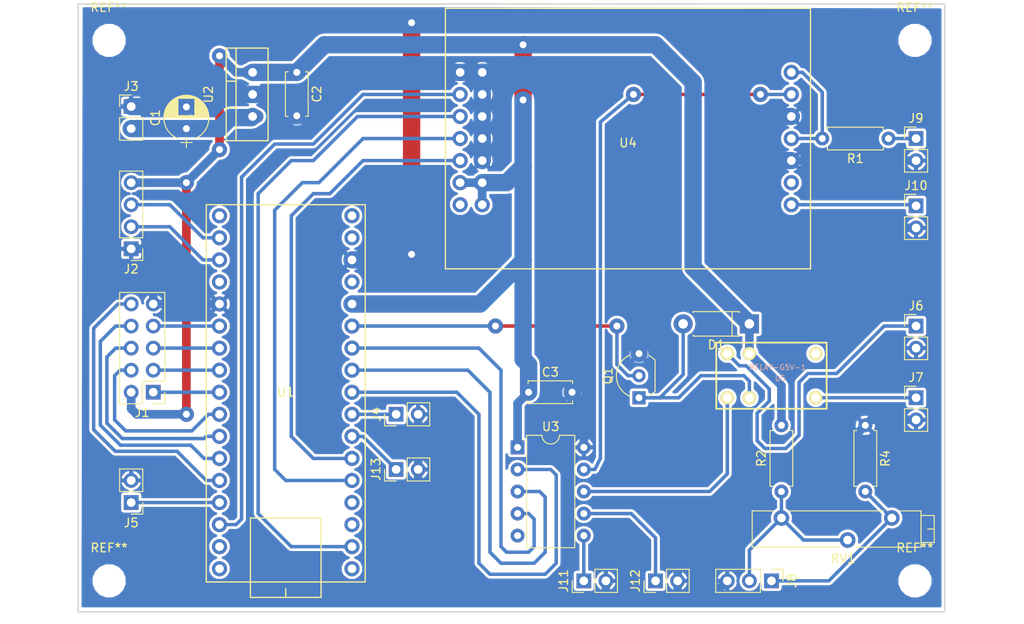
<source format=kicad_pcb>
(kicad_pcb (version 4) (host pcbnew 4.0.6-e0-6349~53~ubuntu16.04.1)

  (general
    (links 81)
    (no_connects 0)
    (area 47.723429 115.902 165.890572 188.140333)
    (thickness 1.6)
    (drawings 6)
    (tracks 290)
    (zones 0)
    (modules 31)
    (nets 47)
  )

  (page A4)
  (layers
    (0 F.Cu signal)
    (31 B.Cu signal)
    (32 B.Adhes user)
    (33 F.Adhes user)
    (34 B.Paste user)
    (35 F.Paste user)
    (36 B.SilkS user)
    (37 F.SilkS user)
    (38 B.Mask user)
    (39 F.Mask user)
    (40 Dwgs.User user)
    (41 Cmts.User user)
    (42 Eco1.User user)
    (43 Eco2.User user)
    (44 Edge.Cuts user)
    (45 Margin user)
    (46 B.CrtYd user)
    (47 F.CrtYd user)
    (48 B.Fab user)
    (49 F.Fab user)
  )

  (setup
    (last_trace_width 2)
    (user_trace_width 2)
    (trace_clearance 0.3)
    (zone_clearance 0.3)
    (zone_45_only no)
    (trace_min 0.3)
    (segment_width 0.2)
    (edge_width 0.15)
    (via_size 1.75)
    (via_drill 0.8)
    (via_min_size 0.4)
    (via_min_drill 0.3)
    (uvia_size 0.3)
    (uvia_drill 0.1)
    (uvias_allowed no)
    (uvia_min_size 0.2)
    (uvia_min_drill 0.1)
    (pcb_text_width 0.3)
    (pcb_text_size 1.5 1.5)
    (mod_edge_width 0.15)
    (mod_text_size 1 1)
    (mod_text_width 0.15)
    (pad_size 3.2 3.2)
    (pad_drill 3.2)
    (pad_to_mask_clearance 0.2)
    (aux_axis_origin 56.896 186.563)
    (grid_origin 56.896 186.563)
    (visible_elements FFFCFDFF)
    (pcbplotparams
      (layerselection 0x01000_80000000)
      (usegerberextensions false)
      (excludeedgelayer true)
      (linewidth 0.100000)
      (plotframeref false)
      (viasonmask false)
      (mode 1)
      (useauxorigin true)
      (hpglpennumber 1)
      (hpglpenspeed 20)
      (hpglpendiameter 15)
      (hpglpenoverlay 2)
      (psnegative false)
      (psa4output false)
      (plotreference true)
      (plotvalue true)
      (plotinvisibletext false)
      (padsonsilk false)
      (subtractmaskfromsilk false)
      (outputformat 1)
      (mirror false)
      (drillshape 0)
      (scaleselection 1)
      (outputdirectory /home/duncan/smb4k/MICROSERVER/duncan/duncan/EDA/SignalGenerator/Controller/V2/CNC/))
  )

  (net 0 "")
  (net 1 GND)
  (net 2 +5V)
  (net 3 "Net-(D1-Pad2)")
  (net 4 SDA)
  (net 5 SCL)
  (net 6 VI_PEAK)
  (net 7 VO_RANGE)
  (net 8 "Net-(J9-Pad1)")
  (net 9 "Net-(J10-Pad1)")
  (net 10 VO_REF0)
  (net 11 VO_REF1)
  (net 12 VO_MOD_SEL)
  (net 13 "Net-(R1-Pad2)")
  (net 14 "Net-(U1-Pad3)")
  (net 15 MOSI)
  (net 16 SCK)
  (net 17 VO_DUTY)
  (net 18 VO_AMP)
  (net 19 "Net-(U4-Pad16)")
  (net 20 "Net-(U4-Pad7)")
  (net 21 +12V)
  (net 22 IO2)
  (net 23 IO3)
  (net 24 IO4)
  (net 25 IO5)
  (net 26 IO6)
  (net 27 IO7)
  (net 28 RX)
  (net 29 TX)
  (net 30 "Net-(J6-Pad1)")
  (net 31 "Net-(J7-Pad1)")
  (net 32 AIN6)
  (net 33 IO8)
  (net 34 IO9)
  (net 35 SEL_DAC_N)
  (net 36 "Net-(U3-Pad5)")
  (net 37 "Net-(U1-Pad17)")
  (net 38 "Net-(U1-Pad18)")
  (net 39 "Net-(U1-Pad28)")
  (net 40 "Net-(U1-Pad30)")
  (net 41 "Net-(U1-Pad15)")
  (net 42 VO_OFFSET)
  (net 43 VO_SWEEP)
  (net 44 RST_DDS)
  (net 45 WR_DDS)
  (net 46 "Net-(U5-Pad6)")

  (net_class Default "This is the default net class."
    (clearance 0.3)
    (trace_width 0.4)
    (via_dia 1.75)
    (via_drill 0.8)
    (uvia_dia 0.3)
    (uvia_drill 0.1)
    (add_net AIN6)
    (add_net IO2)
    (add_net IO3)
    (add_net IO4)
    (add_net IO5)
    (add_net IO6)
    (add_net IO7)
    (add_net IO8)
    (add_net IO9)
    (add_net MOSI)
    (add_net "Net-(D1-Pad2)")
    (add_net "Net-(J10-Pad1)")
    (add_net "Net-(J6-Pad1)")
    (add_net "Net-(J7-Pad1)")
    (add_net "Net-(J9-Pad1)")
    (add_net "Net-(R1-Pad2)")
    (add_net "Net-(U1-Pad15)")
    (add_net "Net-(U1-Pad17)")
    (add_net "Net-(U1-Pad18)")
    (add_net "Net-(U1-Pad28)")
    (add_net "Net-(U1-Pad3)")
    (add_net "Net-(U1-Pad30)")
    (add_net "Net-(U3-Pad5)")
    (add_net "Net-(U4-Pad16)")
    (add_net "Net-(U4-Pad7)")
    (add_net "Net-(U5-Pad6)")
    (add_net RST_DDS)
    (add_net RX)
    (add_net SCK)
    (add_net SCL)
    (add_net SDA)
    (add_net SEL_DAC_N)
    (add_net TX)
    (add_net VI_PEAK)
    (add_net VO_AMP)
    (add_net VO_DUTY)
    (add_net VO_MOD_SEL)
    (add_net VO_OFFSET)
    (add_net VO_RANGE)
    (add_net VO_REF0)
    (add_net VO_REF1)
    (add_net VO_SWEEP)
    (add_net WR_DDS)
  )

  (net_class Power ""
    (clearance 0.3)
    (trace_width 1)
    (via_dia 1.75)
    (via_drill 0.8)
    (uvia_dia 0.3)
    (uvia_drill 0.1)
    (add_net +12V)
    (add_net +5V)
    (add_net GND)
  )

  (net_class ThinPower ""
    (clearance 0.3)
    (trace_width 0.3)
    (via_dia 1.75)
    (via_drill 0.8)
    (uvia_dia 0.3)
    (uvia_drill 0.1)
  )

  (module Resistors_ThroughHole:R_Axial_DIN0207_L6.3mm_D2.5mm_P7.62mm_Horizontal (layer F.Cu) (tedit 5874F706) (tstamp 5906EA39)
    (at 150.114 132.08 180)
    (descr "Resistor, Axial_DIN0207 series, Axial, Horizontal, pin pitch=7.62mm, 0.25W = 1/4W, length*diameter=6.3*2.5mm^2, http://cdn-reichelt.de/documents/datenblatt/B400/1_4W%23YAG.pdf")
    (tags "Resistor Axial_DIN0207 series Axial Horizontal pin pitch 7.62mm 0.25W = 1/4W length 6.3mm diameter 2.5mm")
    (path /5904BF09)
    (fp_text reference R1 (at 3.81 -2.31 180) (layer F.SilkS)
      (effects (font (size 1 1) (thickness 0.15)))
    )
    (fp_text value R (at 3.81 2.31 180) (layer F.Fab)
      (effects (font (size 1 1) (thickness 0.15)))
    )
    (fp_line (start 0.66 -1.25) (end 0.66 1.25) (layer F.Fab) (width 0.1))
    (fp_line (start 0.66 1.25) (end 6.96 1.25) (layer F.Fab) (width 0.1))
    (fp_line (start 6.96 1.25) (end 6.96 -1.25) (layer F.Fab) (width 0.1))
    (fp_line (start 6.96 -1.25) (end 0.66 -1.25) (layer F.Fab) (width 0.1))
    (fp_line (start 0 0) (end 0.66 0) (layer F.Fab) (width 0.1))
    (fp_line (start 7.62 0) (end 6.96 0) (layer F.Fab) (width 0.1))
    (fp_line (start 0.6 -0.98) (end 0.6 -1.31) (layer F.SilkS) (width 0.12))
    (fp_line (start 0.6 -1.31) (end 7.02 -1.31) (layer F.SilkS) (width 0.12))
    (fp_line (start 7.02 -1.31) (end 7.02 -0.98) (layer F.SilkS) (width 0.12))
    (fp_line (start 0.6 0.98) (end 0.6 1.31) (layer F.SilkS) (width 0.12))
    (fp_line (start 0.6 1.31) (end 7.02 1.31) (layer F.SilkS) (width 0.12))
    (fp_line (start 7.02 1.31) (end 7.02 0.98) (layer F.SilkS) (width 0.12))
    (fp_line (start -1.05 -1.6) (end -1.05 1.6) (layer F.CrtYd) (width 0.05))
    (fp_line (start -1.05 1.6) (end 8.7 1.6) (layer F.CrtYd) (width 0.05))
    (fp_line (start 8.7 1.6) (end 8.7 -1.6) (layer F.CrtYd) (width 0.05))
    (fp_line (start 8.7 -1.6) (end -1.05 -1.6) (layer F.CrtYd) (width 0.05))
    (pad 1 thru_hole circle (at 0 0 180) (size 1.6 1.6) (drill 0.8) (layers *.Cu *.Mask)
      (net 8 "Net-(J9-Pad1)"))
    (pad 2 thru_hole oval (at 7.62 0 180) (size 1.6 1.6) (drill 0.8) (layers *.Cu *.Mask)
      (net 13 "Net-(R1-Pad2)"))
    (model Resistors_THT.3dshapes/R_Axial_DIN0207_L6.3mm_D2.5mm_P7.62mm_Horizontal.wrl
      (at (xyz 0 0 0))
      (scale (xyz 0.393701 0.393701 0.393701))
      (rotate (xyz 0 0 0))
    )
  )

  (module UKMaker:AD9850_DDS_Module (layer F.Cu) (tedit 5908773D) (tstamp 5904D2DD)
    (at 120.142 132.08)
    (path /5904AB5E)
    (fp_text reference U4 (at 0 0.5) (layer F.SilkS)
      (effects (font (size 1 1) (thickness 0.15)))
    )
    (fp_text value AD9850_DDS_Module (at 0 -0.5) (layer F.Fab)
      (effects (font (size 1 1) (thickness 0.15)))
    )
    (fp_line (start -21 -15) (end 21 -15) (layer F.SilkS) (width 0.15))
    (fp_line (start 21 -15) (end 21 15) (layer F.SilkS) (width 0.15))
    (fp_line (start 21 15) (end -21 15) (layer F.SilkS) (width 0.15))
    (fp_line (start -21 15) (end -21 -15) (layer F.SilkS) (width 0.15))
    (pad 21 thru_hole circle (at 18.796 -7.62) (size 1.75 1.75) (drill 1) (layers *.Cu *.Mask)
      (net 13 "Net-(R1-Pad2)"))
    (pad 20 thru_hole circle (at 18.796 -5.08) (size 1.75 1.75) (drill 1) (layers *.Cu *.Mask)
      (net 17 VO_DUTY))
    (pad 18 thru_hole circle (at 18.796 0) (size 1.75 1.75) (drill 1) (layers *.Cu *.Mask)
      (net 13 "Net-(R1-Pad2)"))
    (pad 19 thru_hole circle (at 18.796 -2.54) (size 1.75 1.75) (drill 1) (layers *.Cu *.Mask)
      (net 1 GND))
    (pad 16 thru_hole circle (at 18.796 5.08) (size 1.75 1.75) (drill 1) (layers *.Cu *.Mask)
      (net 19 "Net-(U4-Pad16)"))
    (pad 15 thru_hole circle (at 18.796 7.62) (size 1.75 1.75) (drill 1) (layers *.Cu *.Mask)
      (net 9 "Net-(J10-Pad1)"))
    (pad 17 thru_hole circle (at 18.796 2.54) (size 1.75 1.75) (drill 1) (layers *.Cu *.Mask)
      (net 1 GND))
    (pad 12 thru_hole circle (at -16.764 2.54) (size 1.75 1.75) (drill 1) (layers *.Cu *.Mask)
      (net 1 GND))
    (pad 5 thru_hole circle (at -19.304 2.54) (size 1.75 1.75) (drill 1) (layers *.Cu *.Mask)
      (net 44 RST_DDS))
    (pad 7 thru_hole circle (at -19.304 7.62) (size 1.75 1.75) (drill 1) (layers *.Cu *.Mask)
      (net 20 "Net-(U4-Pad7)"))
    (pad 14 thru_hole circle (at -16.764 7.62) (size 1.75 1.75) (drill 1) (layers *.Cu *.Mask)
      (net 2 +5V))
    (pad 13 thru_hole circle (at -16.764 5.08) (size 1.75 1.75) (drill 1) (layers *.Cu *.Mask)
      (net 2 +5V))
    (pad 6 thru_hole circle (at -19.304 5.08) (size 1.75 1.75) (drill 1) (layers *.Cu *.Mask)
      (net 2 +5V))
    (pad 3 thru_hole circle (at -19.304 -2.54) (size 1.75 1.75) (drill 1) (layers *.Cu *.Mask)
      (net 16 SCK))
    (pad 10 thru_hole circle (at -16.764 -2.54) (size 1.75 1.75) (drill 1) (layers *.Cu *.Mask)
      (net 1 GND))
    (pad 11 thru_hole circle (at -16.764 0) (size 1.75 1.75) (drill 1) (layers *.Cu *.Mask)
      (net 1 GND))
    (pad 4 thru_hole circle (at -19.304 0) (size 1.75 1.75) (drill 1) (layers *.Cu *.Mask)
      (net 45 WR_DDS))
    (pad 2 thru_hole circle (at -19.304 -5.08) (size 1.75 1.75) (drill 1) (layers *.Cu *.Mask)
      (net 15 MOSI))
    (pad 9 thru_hole circle (at -16.764 -5.08) (size 1.75 1.75) (drill 1) (layers *.Cu *.Mask)
      (net 1 GND))
    (pad 8 thru_hole circle (at -16.764 -7.62) (size 1.75 1.75) (drill 1) (layers *.Cu *.Mask)
      (net 1 GND))
    (pad 1 thru_hole circle (at -19.304 -7.62) (size 1.75 1.75) (drill 1) (layers *.Cu *.Mask)
      (net 1 GND))
  )

  (module Capacitors_ThroughHole:C_Disc_D5.0mm_W2.5mm_P5.00mm (layer F.Cu) (tedit 58765D06) (tstamp 5905E0D5)
    (at 108.712 161.29)
    (descr "C, Disc series, Radial, pin pitch=5.00mm, , diameter*width=5*2.5mm^2, Capacitor, http://cdn-reichelt.de/documents/datenblatt/B300/DS_KERKO_TC.pdf")
    (tags "C Disc series Radial pin pitch 5.00mm  diameter 5mm width 2.5mm Capacitor")
    (path /59062D9E)
    (fp_text reference C3 (at 2.5 -2.31) (layer F.SilkS)
      (effects (font (size 1 1) (thickness 0.15)))
    )
    (fp_text value C (at 2.5 2.31) (layer F.Fab)
      (effects (font (size 1 1) (thickness 0.15)))
    )
    (fp_line (start 0 -1.25) (end 0 1.25) (layer F.Fab) (width 0.1))
    (fp_line (start 0 1.25) (end 5 1.25) (layer F.Fab) (width 0.1))
    (fp_line (start 5 1.25) (end 5 -1.25) (layer F.Fab) (width 0.1))
    (fp_line (start 5 -1.25) (end 0 -1.25) (layer F.Fab) (width 0.1))
    (fp_line (start -0.06 -1.31) (end 5.06 -1.31) (layer F.SilkS) (width 0.12))
    (fp_line (start -0.06 1.31) (end 5.06 1.31) (layer F.SilkS) (width 0.12))
    (fp_line (start -0.06 -1.31) (end -0.06 -0.996) (layer F.SilkS) (width 0.12))
    (fp_line (start -0.06 0.996) (end -0.06 1.31) (layer F.SilkS) (width 0.12))
    (fp_line (start 5.06 -1.31) (end 5.06 -0.996) (layer F.SilkS) (width 0.12))
    (fp_line (start 5.06 0.996) (end 5.06 1.31) (layer F.SilkS) (width 0.12))
    (fp_line (start -1.05 -1.6) (end -1.05 1.6) (layer F.CrtYd) (width 0.05))
    (fp_line (start -1.05 1.6) (end 6.05 1.6) (layer F.CrtYd) (width 0.05))
    (fp_line (start 6.05 1.6) (end 6.05 -1.6) (layer F.CrtYd) (width 0.05))
    (fp_line (start 6.05 -1.6) (end -1.05 -1.6) (layer F.CrtYd) (width 0.05))
    (pad 1 thru_hole circle (at 0 0) (size 1.6 1.6) (drill 0.8) (layers *.Cu *.Mask)
      (net 2 +5V))
    (pad 2 thru_hole circle (at 5 0) (size 1.6 1.6) (drill 0.8) (layers *.Cu *.Mask)
      (net 1 GND))
    (model Capacitors_THT.3dshapes/C_Disc_D5.0mm_W2.5mm_P5.00mm.wrl
      (at (xyz 0 0 0))
      (scale (xyz 0.393701 0.393701 0.393701))
      (rotate (xyz 0 0 0))
    )
  )

  (module SparkFun:SparkFun-RELAY-G5V (layer F.Cu) (tedit 200000) (tstamp 5905CF1A)
    (at 136.652 159.385 180)
    (descr "G5Q SPDT RELAY (SPARKFUN SKU: COM-00100). FOOTPRINT SHOULD ALSO WORK WITH SPST-NO RELAY.")
    (tags "G5Q SPDT RELAY (SPARKFUN SKU: COM-00100). FOOTPRINT SHOULD ALSO WORK WITH SPST-NO RELAY.")
    (path /5905F365)
    (attr virtual)
    (fp_text reference U5 (at -1.016 -0.3048 180) (layer B.SilkS)
      (effects (font (size 0.6096 0.6096) (thickness 0.0889)))
    )
    (fp_text value RELAY-G5V-1 (at -0.7112 0.9652 180) (layer B.SilkS)
      (effects (font (size 0.6096 0.6096) (thickness 0.0889)))
    )
    (fp_line (start 6.35 -3.81) (end 6.35 3.81) (layer F.SilkS) (width 0.2032))
    (fp_line (start 6.35 3.81) (end -6.35 3.81) (layer F.SilkS) (width 0.2032))
    (fp_line (start -6.35 3.81) (end -6.35 -3.81) (layer F.SilkS) (width 0.2032))
    (fp_line (start -6.35 -3.81) (end 6.35 -3.81) (layer F.SilkS) (width 0.2032))
    (pad 1 thru_hole circle (at 5.08 -2.54 180) (size 1.524 1.524) (drill 1.016) (layers *.Cu F.Paste F.SilkS F.Mask)
      (net 18 VO_AMP))
    (pad 2 thru_hole circle (at 2.54 -2.54 180) (size 1.524 1.524) (drill 1.016) (layers *.Cu F.Paste F.SilkS F.Mask)
      (net 3 "Net-(D1-Pad2)"))
    (pad 5 thru_hole circle (at -5.08 -2.54 180) (size 1.524 1.524) (drill 1.016) (layers *.Cu F.Paste F.SilkS F.Mask)
      (net 31 "Net-(J7-Pad1)"))
    (pad 6 thru_hole circle (at -5.08 2.54 180) (size 1.524 1.524) (drill 1.016) (layers *.Cu F.Paste F.SilkS F.Mask)
      (net 46 "Net-(U5-Pad6)"))
    (pad 9 thru_hole circle (at 2.54 2.54 180) (size 1.524 1.524) (drill 1.016) (layers *.Cu F.Paste F.SilkS F.Mask)
      (net 2 +5V))
    (pad 10 thru_hole circle (at 5.08 2.54 180) (size 1.524 1.524) (drill 1.016) (layers *.Cu F.Paste F.SilkS F.Mask)
      (net 30 "Net-(J6-Pad1)"))
  )

  (module Pin_Headers:Pin_Header_Straight_1x03_Pitch2.54mm (layer F.Cu) (tedit 58CD4EC1) (tstamp 5905C9EE)
    (at 136.652 183.007 270)
    (descr "Through hole straight pin header, 1x03, 2.54mm pitch, single row")
    (tags "Through hole pin header THT 1x03 2.54mm single row")
    (path /5904B1C6)
    (fp_text reference J8 (at 0 -2.33 270) (layer F.SilkS)
      (effects (font (size 1 1) (thickness 0.15)))
    )
    (fp_text value CONN_01X03 (at 0 7.41 270) (layer F.Fab)
      (effects (font (size 1 1) (thickness 0.15)))
    )
    (fp_line (start -1.27 -1.27) (end -1.27 6.35) (layer F.Fab) (width 0.1))
    (fp_line (start -1.27 6.35) (end 1.27 6.35) (layer F.Fab) (width 0.1))
    (fp_line (start 1.27 6.35) (end 1.27 -1.27) (layer F.Fab) (width 0.1))
    (fp_line (start 1.27 -1.27) (end -1.27 -1.27) (layer F.Fab) (width 0.1))
    (fp_line (start -1.33 1.27) (end -1.33 6.41) (layer F.SilkS) (width 0.12))
    (fp_line (start -1.33 6.41) (end 1.33 6.41) (layer F.SilkS) (width 0.12))
    (fp_line (start 1.33 6.41) (end 1.33 1.27) (layer F.SilkS) (width 0.12))
    (fp_line (start 1.33 1.27) (end -1.33 1.27) (layer F.SilkS) (width 0.12))
    (fp_line (start -1.33 0) (end -1.33 -1.33) (layer F.SilkS) (width 0.12))
    (fp_line (start -1.33 -1.33) (end 0 -1.33) (layer F.SilkS) (width 0.12))
    (fp_line (start -1.8 -1.8) (end -1.8 6.85) (layer F.CrtYd) (width 0.05))
    (fp_line (start -1.8 6.85) (end 1.8 6.85) (layer F.CrtYd) (width 0.05))
    (fp_line (start 1.8 6.85) (end 1.8 -1.8) (layer F.CrtYd) (width 0.05))
    (fp_line (start 1.8 -1.8) (end -1.8 -1.8) (layer F.CrtYd) (width 0.05))
    (fp_text user %R (at 0 -2.33 270) (layer F.Fab)
      (effects (font (size 1 1) (thickness 0.15)))
    )
    (pad 1 thru_hole rect (at 0 0 270) (size 1.7 1.7) (drill 1) (layers *.Cu *.Mask)
      (net 10 VO_REF0))
    (pad 2 thru_hole oval (at 0 2.54 270) (size 1.7 1.7) (drill 1) (layers *.Cu *.Mask)
      (net 11 VO_REF1))
    (pad 3 thru_hole oval (at 0 5.08 270) (size 1.7 1.7) (drill 1) (layers *.Cu *.Mask)
      (net 1 GND))
    (model ${KISYS3DMOD}/Pin_Headers.3dshapes/Pin_Header_Straight_1x03_Pitch2.54mm.wrl
      (at (xyz 0 -0.1 0))
      (scale (xyz 1 1 1))
      (rotate (xyz 0 0 90))
    )
  )

  (module Pin_Headers:Pin_Header_Straight_1x02_Pitch2.54mm (layer F.Cu) (tedit 58CD4EC1) (tstamp 5905C9ED)
    (at 62.992 173.99 180)
    (descr "Through hole straight pin header, 1x02, 2.54mm pitch, single row")
    (tags "Through hole pin header THT 1x02 2.54mm single row")
    (path /5904B408)
    (fp_text reference J5 (at 0 -2.33 180) (layer F.SilkS)
      (effects (font (size 1 1) (thickness 0.15)))
    )
    (fp_text value CONN_01X02 (at 0 4.87 180) (layer F.Fab)
      (effects (font (size 1 1) (thickness 0.15)))
    )
    (fp_line (start -1.27 -1.27) (end -1.27 3.81) (layer F.Fab) (width 0.1))
    (fp_line (start -1.27 3.81) (end 1.27 3.81) (layer F.Fab) (width 0.1))
    (fp_line (start 1.27 3.81) (end 1.27 -1.27) (layer F.Fab) (width 0.1))
    (fp_line (start 1.27 -1.27) (end -1.27 -1.27) (layer F.Fab) (width 0.1))
    (fp_line (start -1.33 1.27) (end -1.33 3.87) (layer F.SilkS) (width 0.12))
    (fp_line (start -1.33 3.87) (end 1.33 3.87) (layer F.SilkS) (width 0.12))
    (fp_line (start 1.33 3.87) (end 1.33 1.27) (layer F.SilkS) (width 0.12))
    (fp_line (start 1.33 1.27) (end -1.33 1.27) (layer F.SilkS) (width 0.12))
    (fp_line (start -1.33 0) (end -1.33 -1.33) (layer F.SilkS) (width 0.12))
    (fp_line (start -1.33 -1.33) (end 0 -1.33) (layer F.SilkS) (width 0.12))
    (fp_line (start -1.8 -1.8) (end -1.8 4.35) (layer F.CrtYd) (width 0.05))
    (fp_line (start -1.8 4.35) (end 1.8 4.35) (layer F.CrtYd) (width 0.05))
    (fp_line (start 1.8 4.35) (end 1.8 -1.8) (layer F.CrtYd) (width 0.05))
    (fp_line (start 1.8 -1.8) (end -1.8 -1.8) (layer F.CrtYd) (width 0.05))
    (fp_text user %R (at 0 -2.33 180) (layer F.Fab)
      (effects (font (size 1 1) (thickness 0.15)))
    )
    (pad 1 thru_hole rect (at 0 0 180) (size 1.7 1.7) (drill 1) (layers *.Cu *.Mask)
      (net 7 VO_RANGE))
    (pad 2 thru_hole oval (at 0 2.54 180) (size 1.7 1.7) (drill 1) (layers *.Cu *.Mask)
      (net 1 GND))
    (model ${KISYS3DMOD}/Pin_Headers.3dshapes/Pin_Header_Straight_1x02_Pitch2.54mm.wrl
      (at (xyz 0 -0.05 0))
      (scale (xyz 1 1 1))
      (rotate (xyz 0 0 90))
    )
  )

  (module Pin_Headers:Pin_Header_Straight_1x02_Pitch2.54mm (layer F.Cu) (tedit 58CD4EC1) (tstamp 5905C9E7)
    (at 93.472 163.83 90)
    (descr "Through hole straight pin header, 1x02, 2.54mm pitch, single row")
    (tags "Through hole pin header THT 1x02 2.54mm single row")
    (path /5904C9FF)
    (fp_text reference J4 (at 0 -2.33 90) (layer F.SilkS)
      (effects (font (size 1 1) (thickness 0.15)))
    )
    (fp_text value CONN_01X02 (at 0 4.87 90) (layer F.Fab)
      (effects (font (size 1 1) (thickness 0.15)))
    )
    (fp_line (start -1.27 -1.27) (end -1.27 3.81) (layer F.Fab) (width 0.1))
    (fp_line (start -1.27 3.81) (end 1.27 3.81) (layer F.Fab) (width 0.1))
    (fp_line (start 1.27 3.81) (end 1.27 -1.27) (layer F.Fab) (width 0.1))
    (fp_line (start 1.27 -1.27) (end -1.27 -1.27) (layer F.Fab) (width 0.1))
    (fp_line (start -1.33 1.27) (end -1.33 3.87) (layer F.SilkS) (width 0.12))
    (fp_line (start -1.33 3.87) (end 1.33 3.87) (layer F.SilkS) (width 0.12))
    (fp_line (start 1.33 3.87) (end 1.33 1.27) (layer F.SilkS) (width 0.12))
    (fp_line (start 1.33 1.27) (end -1.33 1.27) (layer F.SilkS) (width 0.12))
    (fp_line (start -1.33 0) (end -1.33 -1.33) (layer F.SilkS) (width 0.12))
    (fp_line (start -1.33 -1.33) (end 0 -1.33) (layer F.SilkS) (width 0.12))
    (fp_line (start -1.8 -1.8) (end -1.8 4.35) (layer F.CrtYd) (width 0.05))
    (fp_line (start -1.8 4.35) (end 1.8 4.35) (layer F.CrtYd) (width 0.05))
    (fp_line (start 1.8 4.35) (end 1.8 -1.8) (layer F.CrtYd) (width 0.05))
    (fp_line (start 1.8 -1.8) (end -1.8 -1.8) (layer F.CrtYd) (width 0.05))
    (fp_text user %R (at 0 -2.33 90) (layer F.Fab)
      (effects (font (size 1 1) (thickness 0.15)))
    )
    (pad 1 thru_hole rect (at 0 0 90) (size 1.7 1.7) (drill 1) (layers *.Cu *.Mask)
      (net 6 VI_PEAK))
    (pad 2 thru_hole oval (at 0 2.54 90) (size 1.7 1.7) (drill 1) (layers *.Cu *.Mask)
      (net 1 GND))
    (model ${KISYS3DMOD}/Pin_Headers.3dshapes/Pin_Header_Straight_1x02_Pitch2.54mm.wrl
      (at (xyz 0 -0.05 0))
      (scale (xyz 1 1 1))
      (rotate (xyz 0 0 90))
    )
  )

  (module Pin_Headers:Pin_Header_Straight_1x02_Pitch2.54mm (layer F.Cu) (tedit 58CD4EC1) (tstamp 5905C9E1)
    (at 62.992 128.397)
    (descr "Through hole straight pin header, 1x02, 2.54mm pitch, single row")
    (tags "Through hole pin header THT 1x02 2.54mm single row")
    (path /5904B68E)
    (fp_text reference J3 (at 0 -2.33) (layer F.SilkS)
      (effects (font (size 1 1) (thickness 0.15)))
    )
    (fp_text value CONN_01X02 (at 0 4.87) (layer F.Fab)
      (effects (font (size 1 1) (thickness 0.15)))
    )
    (fp_line (start -1.27 -1.27) (end -1.27 3.81) (layer F.Fab) (width 0.1))
    (fp_line (start -1.27 3.81) (end 1.27 3.81) (layer F.Fab) (width 0.1))
    (fp_line (start 1.27 3.81) (end 1.27 -1.27) (layer F.Fab) (width 0.1))
    (fp_line (start 1.27 -1.27) (end -1.27 -1.27) (layer F.Fab) (width 0.1))
    (fp_line (start -1.33 1.27) (end -1.33 3.87) (layer F.SilkS) (width 0.12))
    (fp_line (start -1.33 3.87) (end 1.33 3.87) (layer F.SilkS) (width 0.12))
    (fp_line (start 1.33 3.87) (end 1.33 1.27) (layer F.SilkS) (width 0.12))
    (fp_line (start 1.33 1.27) (end -1.33 1.27) (layer F.SilkS) (width 0.12))
    (fp_line (start -1.33 0) (end -1.33 -1.33) (layer F.SilkS) (width 0.12))
    (fp_line (start -1.33 -1.33) (end 0 -1.33) (layer F.SilkS) (width 0.12))
    (fp_line (start -1.8 -1.8) (end -1.8 4.35) (layer F.CrtYd) (width 0.05))
    (fp_line (start -1.8 4.35) (end 1.8 4.35) (layer F.CrtYd) (width 0.05))
    (fp_line (start 1.8 4.35) (end 1.8 -1.8) (layer F.CrtYd) (width 0.05))
    (fp_line (start 1.8 -1.8) (end -1.8 -1.8) (layer F.CrtYd) (width 0.05))
    (fp_text user %R (at 0 -2.33) (layer F.Fab)
      (effects (font (size 1 1) (thickness 0.15)))
    )
    (pad 1 thru_hole rect (at 0 0) (size 1.7 1.7) (drill 1) (layers *.Cu *.Mask)
      (net 1 GND))
    (pad 2 thru_hole oval (at 0 2.54) (size 1.7 1.7) (drill 1) (layers *.Cu *.Mask)
      (net 21 +12V))
    (model ${KISYS3DMOD}/Pin_Headers.3dshapes/Pin_Header_Straight_1x02_Pitch2.54mm.wrl
      (at (xyz 0 -0.05 0))
      (scale (xyz 1 1 1))
      (rotate (xyz 0 0 90))
    )
  )

  (module Pin_Headers:Pin_Header_Straight_1x04_Pitch2.54mm (layer F.Cu) (tedit 58CD4EC1) (tstamp 5905C9DB)
    (at 62.992 144.78 180)
    (descr "Through hole straight pin header, 1x04, 2.54mm pitch, single row")
    (tags "Through hole pin header THT 1x04 2.54mm single row")
    (path /5905DC00)
    (fp_text reference J2 (at 0 -2.33 180) (layer F.SilkS)
      (effects (font (size 1 1) (thickness 0.15)))
    )
    (fp_text value CONN_01X04 (at 0 9.95 180) (layer F.Fab)
      (effects (font (size 1 1) (thickness 0.15)))
    )
    (fp_line (start -1.27 -1.27) (end -1.27 8.89) (layer F.Fab) (width 0.1))
    (fp_line (start -1.27 8.89) (end 1.27 8.89) (layer F.Fab) (width 0.1))
    (fp_line (start 1.27 8.89) (end 1.27 -1.27) (layer F.Fab) (width 0.1))
    (fp_line (start 1.27 -1.27) (end -1.27 -1.27) (layer F.Fab) (width 0.1))
    (fp_line (start -1.33 1.27) (end -1.33 8.95) (layer F.SilkS) (width 0.12))
    (fp_line (start -1.33 8.95) (end 1.33 8.95) (layer F.SilkS) (width 0.12))
    (fp_line (start 1.33 8.95) (end 1.33 1.27) (layer F.SilkS) (width 0.12))
    (fp_line (start 1.33 1.27) (end -1.33 1.27) (layer F.SilkS) (width 0.12))
    (fp_line (start -1.33 0) (end -1.33 -1.33) (layer F.SilkS) (width 0.12))
    (fp_line (start -1.33 -1.33) (end 0 -1.33) (layer F.SilkS) (width 0.12))
    (fp_line (start -1.8 -1.8) (end -1.8 9.4) (layer F.CrtYd) (width 0.05))
    (fp_line (start -1.8 9.4) (end 1.8 9.4) (layer F.CrtYd) (width 0.05))
    (fp_line (start 1.8 9.4) (end 1.8 -1.8) (layer F.CrtYd) (width 0.05))
    (fp_line (start 1.8 -1.8) (end -1.8 -1.8) (layer F.CrtYd) (width 0.05))
    (fp_text user %R (at 0 -2.33 180) (layer F.Fab)
      (effects (font (size 1 1) (thickness 0.15)))
    )
    (pad 1 thru_hole rect (at 0 0 180) (size 1.7 1.7) (drill 1) (layers *.Cu *.Mask)
      (net 1 GND))
    (pad 2 thru_hole oval (at 0 2.54 180) (size 1.7 1.7) (drill 1) (layers *.Cu *.Mask)
      (net 28 RX))
    (pad 3 thru_hole oval (at 0 5.08 180) (size 1.7 1.7) (drill 1) (layers *.Cu *.Mask)
      (net 29 TX))
    (pad 4 thru_hole oval (at 0 7.62 180) (size 1.7 1.7) (drill 1) (layers *.Cu *.Mask)
      (net 2 +5V))
    (model ${KISYS3DMOD}/Pin_Headers.3dshapes/Pin_Header_Straight_1x04_Pitch2.54mm.wrl
      (at (xyz 0 -0.15 0))
      (scale (xyz 1 1 1))
      (rotate (xyz 0 0 90))
    )
  )

  (module Capacitors_ThroughHole:CP_Radial_D5.0mm_P2.50mm (layer F.Cu) (tedit 58765D06) (tstamp 5904D22F)
    (at 69.342 130.937 90)
    (descr "CP, Radial series, Radial, pin pitch=2.50mm, , diameter=5mm, Electrolytic Capacitor")
    (tags "CP Radial series Radial pin pitch 2.50mm  diameter 5mm Electrolytic Capacitor")
    (path /5904B82D)
    (fp_text reference C1 (at 1.25 -3.56 90) (layer F.SilkS)
      (effects (font (size 1 1) (thickness 0.15)))
    )
    (fp_text value CP (at 1.25 3.56 90) (layer F.Fab)
      (effects (font (size 1 1) (thickness 0.15)))
    )
    (fp_arc (start 1.25 0) (end -1.147436 -0.98) (angle 135.5) (layer F.SilkS) (width 0.12))
    (fp_arc (start 1.25 0) (end -1.147436 0.98) (angle -135.5) (layer F.SilkS) (width 0.12))
    (fp_arc (start 1.25 0) (end 3.647436 -0.98) (angle 44.5) (layer F.SilkS) (width 0.12))
    (fp_circle (center 1.25 0) (end 3.75 0) (layer F.Fab) (width 0.1))
    (fp_line (start -2.2 0) (end -1 0) (layer F.Fab) (width 0.1))
    (fp_line (start -1.6 -0.65) (end -1.6 0.65) (layer F.Fab) (width 0.1))
    (fp_line (start 1.25 -2.55) (end 1.25 2.55) (layer F.SilkS) (width 0.12))
    (fp_line (start 1.29 -2.55) (end 1.29 2.55) (layer F.SilkS) (width 0.12))
    (fp_line (start 1.33 -2.549) (end 1.33 2.549) (layer F.SilkS) (width 0.12))
    (fp_line (start 1.37 -2.548) (end 1.37 2.548) (layer F.SilkS) (width 0.12))
    (fp_line (start 1.41 -2.546) (end 1.41 2.546) (layer F.SilkS) (width 0.12))
    (fp_line (start 1.45 -2.543) (end 1.45 2.543) (layer F.SilkS) (width 0.12))
    (fp_line (start 1.49 -2.539) (end 1.49 2.539) (layer F.SilkS) (width 0.12))
    (fp_line (start 1.53 -2.535) (end 1.53 -0.98) (layer F.SilkS) (width 0.12))
    (fp_line (start 1.53 0.98) (end 1.53 2.535) (layer F.SilkS) (width 0.12))
    (fp_line (start 1.57 -2.531) (end 1.57 -0.98) (layer F.SilkS) (width 0.12))
    (fp_line (start 1.57 0.98) (end 1.57 2.531) (layer F.SilkS) (width 0.12))
    (fp_line (start 1.61 -2.525) (end 1.61 -0.98) (layer F.SilkS) (width 0.12))
    (fp_line (start 1.61 0.98) (end 1.61 2.525) (layer F.SilkS) (width 0.12))
    (fp_line (start 1.65 -2.519) (end 1.65 -0.98) (layer F.SilkS) (width 0.12))
    (fp_line (start 1.65 0.98) (end 1.65 2.519) (layer F.SilkS) (width 0.12))
    (fp_line (start 1.69 -2.513) (end 1.69 -0.98) (layer F.SilkS) (width 0.12))
    (fp_line (start 1.69 0.98) (end 1.69 2.513) (layer F.SilkS) (width 0.12))
    (fp_line (start 1.73 -2.506) (end 1.73 -0.98) (layer F.SilkS) (width 0.12))
    (fp_line (start 1.73 0.98) (end 1.73 2.506) (layer F.SilkS) (width 0.12))
    (fp_line (start 1.77 -2.498) (end 1.77 -0.98) (layer F.SilkS) (width 0.12))
    (fp_line (start 1.77 0.98) (end 1.77 2.498) (layer F.SilkS) (width 0.12))
    (fp_line (start 1.81 -2.489) (end 1.81 -0.98) (layer F.SilkS) (width 0.12))
    (fp_line (start 1.81 0.98) (end 1.81 2.489) (layer F.SilkS) (width 0.12))
    (fp_line (start 1.85 -2.48) (end 1.85 -0.98) (layer F.SilkS) (width 0.12))
    (fp_line (start 1.85 0.98) (end 1.85 2.48) (layer F.SilkS) (width 0.12))
    (fp_line (start 1.89 -2.47) (end 1.89 -0.98) (layer F.SilkS) (width 0.12))
    (fp_line (start 1.89 0.98) (end 1.89 2.47) (layer F.SilkS) (width 0.12))
    (fp_line (start 1.93 -2.46) (end 1.93 -0.98) (layer F.SilkS) (width 0.12))
    (fp_line (start 1.93 0.98) (end 1.93 2.46) (layer F.SilkS) (width 0.12))
    (fp_line (start 1.971 -2.448) (end 1.971 -0.98) (layer F.SilkS) (width 0.12))
    (fp_line (start 1.971 0.98) (end 1.971 2.448) (layer F.SilkS) (width 0.12))
    (fp_line (start 2.011 -2.436) (end 2.011 -0.98) (layer F.SilkS) (width 0.12))
    (fp_line (start 2.011 0.98) (end 2.011 2.436) (layer F.SilkS) (width 0.12))
    (fp_line (start 2.051 -2.424) (end 2.051 -0.98) (layer F.SilkS) (width 0.12))
    (fp_line (start 2.051 0.98) (end 2.051 2.424) (layer F.SilkS) (width 0.12))
    (fp_line (start 2.091 -2.41) (end 2.091 -0.98) (layer F.SilkS) (width 0.12))
    (fp_line (start 2.091 0.98) (end 2.091 2.41) (layer F.SilkS) (width 0.12))
    (fp_line (start 2.131 -2.396) (end 2.131 -0.98) (layer F.SilkS) (width 0.12))
    (fp_line (start 2.131 0.98) (end 2.131 2.396) (layer F.SilkS) (width 0.12))
    (fp_line (start 2.171 -2.382) (end 2.171 -0.98) (layer F.SilkS) (width 0.12))
    (fp_line (start 2.171 0.98) (end 2.171 2.382) (layer F.SilkS) (width 0.12))
    (fp_line (start 2.211 -2.366) (end 2.211 -0.98) (layer F.SilkS) (width 0.12))
    (fp_line (start 2.211 0.98) (end 2.211 2.366) (layer F.SilkS) (width 0.12))
    (fp_line (start 2.251 -2.35) (end 2.251 -0.98) (layer F.SilkS) (width 0.12))
    (fp_line (start 2.251 0.98) (end 2.251 2.35) (layer F.SilkS) (width 0.12))
    (fp_line (start 2.291 -2.333) (end 2.291 -0.98) (layer F.SilkS) (width 0.12))
    (fp_line (start 2.291 0.98) (end 2.291 2.333) (layer F.SilkS) (width 0.12))
    (fp_line (start 2.331 -2.315) (end 2.331 -0.98) (layer F.SilkS) (width 0.12))
    (fp_line (start 2.331 0.98) (end 2.331 2.315) (layer F.SilkS) (width 0.12))
    (fp_line (start 2.371 -2.296) (end 2.371 -0.98) (layer F.SilkS) (width 0.12))
    (fp_line (start 2.371 0.98) (end 2.371 2.296) (layer F.SilkS) (width 0.12))
    (fp_line (start 2.411 -2.276) (end 2.411 -0.98) (layer F.SilkS) (width 0.12))
    (fp_line (start 2.411 0.98) (end 2.411 2.276) (layer F.SilkS) (width 0.12))
    (fp_line (start 2.451 -2.256) (end 2.451 -0.98) (layer F.SilkS) (width 0.12))
    (fp_line (start 2.451 0.98) (end 2.451 2.256) (layer F.SilkS) (width 0.12))
    (fp_line (start 2.491 -2.234) (end 2.491 -0.98) (layer F.SilkS) (width 0.12))
    (fp_line (start 2.491 0.98) (end 2.491 2.234) (layer F.SilkS) (width 0.12))
    (fp_line (start 2.531 -2.212) (end 2.531 -0.98) (layer F.SilkS) (width 0.12))
    (fp_line (start 2.531 0.98) (end 2.531 2.212) (layer F.SilkS) (width 0.12))
    (fp_line (start 2.571 -2.189) (end 2.571 -0.98) (layer F.SilkS) (width 0.12))
    (fp_line (start 2.571 0.98) (end 2.571 2.189) (layer F.SilkS) (width 0.12))
    (fp_line (start 2.611 -2.165) (end 2.611 -0.98) (layer F.SilkS) (width 0.12))
    (fp_line (start 2.611 0.98) (end 2.611 2.165) (layer F.SilkS) (width 0.12))
    (fp_line (start 2.651 -2.14) (end 2.651 -0.98) (layer F.SilkS) (width 0.12))
    (fp_line (start 2.651 0.98) (end 2.651 2.14) (layer F.SilkS) (width 0.12))
    (fp_line (start 2.691 -2.113) (end 2.691 -0.98) (layer F.SilkS) (width 0.12))
    (fp_line (start 2.691 0.98) (end 2.691 2.113) (layer F.SilkS) (width 0.12))
    (fp_line (start 2.731 -2.086) (end 2.731 -0.98) (layer F.SilkS) (width 0.12))
    (fp_line (start 2.731 0.98) (end 2.731 2.086) (layer F.SilkS) (width 0.12))
    (fp_line (start 2.771 -2.058) (end 2.771 -0.98) (layer F.SilkS) (width 0.12))
    (fp_line (start 2.771 0.98) (end 2.771 2.058) (layer F.SilkS) (width 0.12))
    (fp_line (start 2.811 -2.028) (end 2.811 -0.98) (layer F.SilkS) (width 0.12))
    (fp_line (start 2.811 0.98) (end 2.811 2.028) (layer F.SilkS) (width 0.12))
    (fp_line (start 2.851 -1.997) (end 2.851 -0.98) (layer F.SilkS) (width 0.12))
    (fp_line (start 2.851 0.98) (end 2.851 1.997) (layer F.SilkS) (width 0.12))
    (fp_line (start 2.891 -1.965) (end 2.891 -0.98) (layer F.SilkS) (width 0.12))
    (fp_line (start 2.891 0.98) (end 2.891 1.965) (layer F.SilkS) (width 0.12))
    (fp_line (start 2.931 -1.932) (end 2.931 -0.98) (layer F.SilkS) (width 0.12))
    (fp_line (start 2.931 0.98) (end 2.931 1.932) (layer F.SilkS) (width 0.12))
    (fp_line (start 2.971 -1.897) (end 2.971 -0.98) (layer F.SilkS) (width 0.12))
    (fp_line (start 2.971 0.98) (end 2.971 1.897) (layer F.SilkS) (width 0.12))
    (fp_line (start 3.011 -1.861) (end 3.011 -0.98) (layer F.SilkS) (width 0.12))
    (fp_line (start 3.011 0.98) (end 3.011 1.861) (layer F.SilkS) (width 0.12))
    (fp_line (start 3.051 -1.823) (end 3.051 -0.98) (layer F.SilkS) (width 0.12))
    (fp_line (start 3.051 0.98) (end 3.051 1.823) (layer F.SilkS) (width 0.12))
    (fp_line (start 3.091 -1.783) (end 3.091 -0.98) (layer F.SilkS) (width 0.12))
    (fp_line (start 3.091 0.98) (end 3.091 1.783) (layer F.SilkS) (width 0.12))
    (fp_line (start 3.131 -1.742) (end 3.131 -0.98) (layer F.SilkS) (width 0.12))
    (fp_line (start 3.131 0.98) (end 3.131 1.742) (layer F.SilkS) (width 0.12))
    (fp_line (start 3.171 -1.699) (end 3.171 -0.98) (layer F.SilkS) (width 0.12))
    (fp_line (start 3.171 0.98) (end 3.171 1.699) (layer F.SilkS) (width 0.12))
    (fp_line (start 3.211 -1.654) (end 3.211 -0.98) (layer F.SilkS) (width 0.12))
    (fp_line (start 3.211 0.98) (end 3.211 1.654) (layer F.SilkS) (width 0.12))
    (fp_line (start 3.251 -1.606) (end 3.251 -0.98) (layer F.SilkS) (width 0.12))
    (fp_line (start 3.251 0.98) (end 3.251 1.606) (layer F.SilkS) (width 0.12))
    (fp_line (start 3.291 -1.556) (end 3.291 -0.98) (layer F.SilkS) (width 0.12))
    (fp_line (start 3.291 0.98) (end 3.291 1.556) (layer F.SilkS) (width 0.12))
    (fp_line (start 3.331 -1.504) (end 3.331 -0.98) (layer F.SilkS) (width 0.12))
    (fp_line (start 3.331 0.98) (end 3.331 1.504) (layer F.SilkS) (width 0.12))
    (fp_line (start 3.371 -1.448) (end 3.371 -0.98) (layer F.SilkS) (width 0.12))
    (fp_line (start 3.371 0.98) (end 3.371 1.448) (layer F.SilkS) (width 0.12))
    (fp_line (start 3.411 -1.39) (end 3.411 -0.98) (layer F.SilkS) (width 0.12))
    (fp_line (start 3.411 0.98) (end 3.411 1.39) (layer F.SilkS) (width 0.12))
    (fp_line (start 3.451 -1.327) (end 3.451 -0.98) (layer F.SilkS) (width 0.12))
    (fp_line (start 3.451 0.98) (end 3.451 1.327) (layer F.SilkS) (width 0.12))
    (fp_line (start 3.491 -1.261) (end 3.491 1.261) (layer F.SilkS) (width 0.12))
    (fp_line (start 3.531 -1.189) (end 3.531 1.189) (layer F.SilkS) (width 0.12))
    (fp_line (start 3.571 -1.112) (end 3.571 1.112) (layer F.SilkS) (width 0.12))
    (fp_line (start 3.611 -1.028) (end 3.611 1.028) (layer F.SilkS) (width 0.12))
    (fp_line (start 3.651 -0.934) (end 3.651 0.934) (layer F.SilkS) (width 0.12))
    (fp_line (start 3.691 -0.829) (end 3.691 0.829) (layer F.SilkS) (width 0.12))
    (fp_line (start 3.731 -0.707) (end 3.731 0.707) (layer F.SilkS) (width 0.12))
    (fp_line (start 3.771 -0.559) (end 3.771 0.559) (layer F.SilkS) (width 0.12))
    (fp_line (start 3.811 -0.354) (end 3.811 0.354) (layer F.SilkS) (width 0.12))
    (fp_line (start -2.2 0) (end -1 0) (layer F.SilkS) (width 0.12))
    (fp_line (start -1.6 -0.65) (end -1.6 0.65) (layer F.SilkS) (width 0.12))
    (fp_line (start -1.6 -2.85) (end -1.6 2.85) (layer F.CrtYd) (width 0.05))
    (fp_line (start -1.6 2.85) (end 4.1 2.85) (layer F.CrtYd) (width 0.05))
    (fp_line (start 4.1 2.85) (end 4.1 -2.85) (layer F.CrtYd) (width 0.05))
    (fp_line (start 4.1 -2.85) (end -1.6 -2.85) (layer F.CrtYd) (width 0.05))
    (pad 1 thru_hole rect (at 0 0 90) (size 1.6 1.6) (drill 0.8) (layers *.Cu *.Mask)
      (net 21 +12V))
    (pad 2 thru_hole circle (at 2.5 0 90) (size 1.6 1.6) (drill 0.8) (layers *.Cu *.Mask)
      (net 1 GND))
    (model Capacitors_THT.3dshapes/CP_Radial_D5.0mm_P2.50mm.wrl
      (at (xyz 0 0 0))
      (scale (xyz 0.393701 0.393701 0.393701))
      (rotate (xyz 0 0 0))
    )
  )

  (module Capacitors_ThroughHole:C_Disc_D5.0mm_W2.5mm_P5.00mm (layer F.Cu) (tedit 58765D06) (tstamp 5904D235)
    (at 82.042 124.46 270)
    (descr "C, Disc series, Radial, pin pitch=5.00mm, , diameter*width=5*2.5mm^2, Capacitor, http://cdn-reichelt.de/documents/datenblatt/B300/DS_KERKO_TC.pdf")
    (tags "C Disc series Radial pin pitch 5.00mm  diameter 5mm width 2.5mm Capacitor")
    (path /5904BA12)
    (fp_text reference C2 (at 2.5 -2.31 270) (layer F.SilkS)
      (effects (font (size 1 1) (thickness 0.15)))
    )
    (fp_text value C (at 2.5 2.31 270) (layer F.Fab)
      (effects (font (size 1 1) (thickness 0.15)))
    )
    (fp_line (start 0 -1.25) (end 0 1.25) (layer F.Fab) (width 0.1))
    (fp_line (start 0 1.25) (end 5 1.25) (layer F.Fab) (width 0.1))
    (fp_line (start 5 1.25) (end 5 -1.25) (layer F.Fab) (width 0.1))
    (fp_line (start 5 -1.25) (end 0 -1.25) (layer F.Fab) (width 0.1))
    (fp_line (start -0.06 -1.31) (end 5.06 -1.31) (layer F.SilkS) (width 0.12))
    (fp_line (start -0.06 1.31) (end 5.06 1.31) (layer F.SilkS) (width 0.12))
    (fp_line (start -0.06 -1.31) (end -0.06 -0.996) (layer F.SilkS) (width 0.12))
    (fp_line (start -0.06 0.996) (end -0.06 1.31) (layer F.SilkS) (width 0.12))
    (fp_line (start 5.06 -1.31) (end 5.06 -0.996) (layer F.SilkS) (width 0.12))
    (fp_line (start 5.06 0.996) (end 5.06 1.31) (layer F.SilkS) (width 0.12))
    (fp_line (start -1.05 -1.6) (end -1.05 1.6) (layer F.CrtYd) (width 0.05))
    (fp_line (start -1.05 1.6) (end 6.05 1.6) (layer F.CrtYd) (width 0.05))
    (fp_line (start 6.05 1.6) (end 6.05 -1.6) (layer F.CrtYd) (width 0.05))
    (fp_line (start 6.05 -1.6) (end -1.05 -1.6) (layer F.CrtYd) (width 0.05))
    (pad 1 thru_hole circle (at 0 0 270) (size 1.6 1.6) (drill 0.8) (layers *.Cu *.Mask)
      (net 2 +5V))
    (pad 2 thru_hole circle (at 5 0 270) (size 1.6 1.6) (drill 0.8) (layers *.Cu *.Mask)
      (net 1 GND))
    (model Capacitors_THT.3dshapes/C_Disc_D5.0mm_W2.5mm_P5.00mm.wrl
      (at (xyz 0 0 0))
      (scale (xyz 0.393701 0.393701 0.393701))
      (rotate (xyz 0 0 0))
    )
  )

  (module Diodes_ThroughHole:D_DO-41_SOD81_P7.62mm_Horizontal (layer F.Cu) (tedit 5877C982) (tstamp 5904D23B)
    (at 134.112 153.416 180)
    (descr "D, DO-41_SOD81 series, Axial, Horizontal, pin pitch=7.62mm, , length*diameter=5.2*2.7mm^2, , http://www.diodes.com/_files/packages/DO-41%20(Plastic).pdf")
    (tags "D DO-41_SOD81 series Axial Horizontal pin pitch 7.62mm  length 5.2mm diameter 2.7mm")
    (path /5904E232)
    (fp_text reference D1 (at 3.81 -2.41 180) (layer F.SilkS)
      (effects (font (size 1 1) (thickness 0.15)))
    )
    (fp_text value D (at 3.81 2.41 180) (layer F.Fab)
      (effects (font (size 1 1) (thickness 0.15)))
    )
    (fp_line (start 1.21 -1.35) (end 1.21 1.35) (layer F.Fab) (width 0.1))
    (fp_line (start 1.21 1.35) (end 6.41 1.35) (layer F.Fab) (width 0.1))
    (fp_line (start 6.41 1.35) (end 6.41 -1.35) (layer F.Fab) (width 0.1))
    (fp_line (start 6.41 -1.35) (end 1.21 -1.35) (layer F.Fab) (width 0.1))
    (fp_line (start 0 0) (end 1.21 0) (layer F.Fab) (width 0.1))
    (fp_line (start 7.62 0) (end 6.41 0) (layer F.Fab) (width 0.1))
    (fp_line (start 1.99 -1.35) (end 1.99 1.35) (layer F.Fab) (width 0.1))
    (fp_line (start 1.15 -1.28) (end 1.15 -1.41) (layer F.SilkS) (width 0.12))
    (fp_line (start 1.15 -1.41) (end 6.47 -1.41) (layer F.SilkS) (width 0.12))
    (fp_line (start 6.47 -1.41) (end 6.47 -1.28) (layer F.SilkS) (width 0.12))
    (fp_line (start 1.15 1.28) (end 1.15 1.41) (layer F.SilkS) (width 0.12))
    (fp_line (start 1.15 1.41) (end 6.47 1.41) (layer F.SilkS) (width 0.12))
    (fp_line (start 6.47 1.41) (end 6.47 1.28) (layer F.SilkS) (width 0.12))
    (fp_line (start 1.99 -1.41) (end 1.99 1.41) (layer F.SilkS) (width 0.12))
    (fp_line (start -1.35 -1.7) (end -1.35 1.7) (layer F.CrtYd) (width 0.05))
    (fp_line (start -1.35 1.7) (end 9 1.7) (layer F.CrtYd) (width 0.05))
    (fp_line (start 9 1.7) (end 9 -1.7) (layer F.CrtYd) (width 0.05))
    (fp_line (start 9 -1.7) (end -1.35 -1.7) (layer F.CrtYd) (width 0.05))
    (pad 1 thru_hole rect (at 0 0 180) (size 2.2 2.2) (drill 1.1) (layers *.Cu *.Mask)
      (net 2 +5V))
    (pad 2 thru_hole oval (at 7.62 0 180) (size 2.2 2.2) (drill 1.1) (layers *.Cu *.Mask)
      (net 3 "Net-(D1-Pad2)"))
    (model Diodes_THT.3dshapes/D_DO-41_SOD81_P7.62mm_Horizontal.wrl
      (at (xyz 0 0 0))
      (scale (xyz 0.393701 0.393701 0.393701))
      (rotate (xyz 0 0 0))
    )
  )

  (module Pin_Headers:Pin_Header_Straight_1x02_Pitch2.54mm (layer F.Cu) (tedit 58CD4EC1) (tstamp 5904D255)
    (at 153.289 153.67)
    (descr "Through hole straight pin header, 1x02, 2.54mm pitch, single row")
    (tags "Through hole pin header THT 1x02 2.54mm single row")
    (path /5904D63C)
    (fp_text reference J6 (at 0 -2.33) (layer F.SilkS)
      (effects (font (size 1 1) (thickness 0.15)))
    )
    (fp_text value CONN_01X02 (at 0 4.87) (layer F.Fab)
      (effects (font (size 1 1) (thickness 0.15)))
    )
    (fp_line (start -1.27 -1.27) (end -1.27 3.81) (layer F.Fab) (width 0.1))
    (fp_line (start -1.27 3.81) (end 1.27 3.81) (layer F.Fab) (width 0.1))
    (fp_line (start 1.27 3.81) (end 1.27 -1.27) (layer F.Fab) (width 0.1))
    (fp_line (start 1.27 -1.27) (end -1.27 -1.27) (layer F.Fab) (width 0.1))
    (fp_line (start -1.33 1.27) (end -1.33 3.87) (layer F.SilkS) (width 0.12))
    (fp_line (start -1.33 3.87) (end 1.33 3.87) (layer F.SilkS) (width 0.12))
    (fp_line (start 1.33 3.87) (end 1.33 1.27) (layer F.SilkS) (width 0.12))
    (fp_line (start 1.33 1.27) (end -1.33 1.27) (layer F.SilkS) (width 0.12))
    (fp_line (start -1.33 0) (end -1.33 -1.33) (layer F.SilkS) (width 0.12))
    (fp_line (start -1.33 -1.33) (end 0 -1.33) (layer F.SilkS) (width 0.12))
    (fp_line (start -1.8 -1.8) (end -1.8 4.35) (layer F.CrtYd) (width 0.05))
    (fp_line (start -1.8 4.35) (end 1.8 4.35) (layer F.CrtYd) (width 0.05))
    (fp_line (start 1.8 4.35) (end 1.8 -1.8) (layer F.CrtYd) (width 0.05))
    (fp_line (start 1.8 -1.8) (end -1.8 -1.8) (layer F.CrtYd) (width 0.05))
    (fp_text user %R (at 0 -2.33) (layer F.Fab)
      (effects (font (size 1 1) (thickness 0.15)))
    )
    (pad 1 thru_hole rect (at 0 0) (size 1.7 1.7) (drill 1) (layers *.Cu *.Mask)
      (net 30 "Net-(J6-Pad1)"))
    (pad 2 thru_hole oval (at 0 2.54) (size 1.7 1.7) (drill 1) (layers *.Cu *.Mask)
      (net 1 GND))
    (model ${KISYS3DMOD}/Pin_Headers.3dshapes/Pin_Header_Straight_1x02_Pitch2.54mm.wrl
      (at (xyz 0 -0.05 0))
      (scale (xyz 1 1 1))
      (rotate (xyz 0 0 90))
    )
  )

  (module Pin_Headers:Pin_Header_Straight_1x02_Pitch2.54mm (layer F.Cu) (tedit 58CD4EC1) (tstamp 5904D25B)
    (at 153.289 161.925)
    (descr "Through hole straight pin header, 1x02, 2.54mm pitch, single row")
    (tags "Through hole pin header THT 1x02 2.54mm single row")
    (path /5904B383)
    (fp_text reference J7 (at 0 -2.33) (layer F.SilkS)
      (effects (font (size 1 1) (thickness 0.15)))
    )
    (fp_text value CONN_01X02 (at 0 4.87) (layer F.Fab)
      (effects (font (size 1 1) (thickness 0.15)))
    )
    (fp_line (start -1.27 -1.27) (end -1.27 3.81) (layer F.Fab) (width 0.1))
    (fp_line (start -1.27 3.81) (end 1.27 3.81) (layer F.Fab) (width 0.1))
    (fp_line (start 1.27 3.81) (end 1.27 -1.27) (layer F.Fab) (width 0.1))
    (fp_line (start 1.27 -1.27) (end -1.27 -1.27) (layer F.Fab) (width 0.1))
    (fp_line (start -1.33 1.27) (end -1.33 3.87) (layer F.SilkS) (width 0.12))
    (fp_line (start -1.33 3.87) (end 1.33 3.87) (layer F.SilkS) (width 0.12))
    (fp_line (start 1.33 3.87) (end 1.33 1.27) (layer F.SilkS) (width 0.12))
    (fp_line (start 1.33 1.27) (end -1.33 1.27) (layer F.SilkS) (width 0.12))
    (fp_line (start -1.33 0) (end -1.33 -1.33) (layer F.SilkS) (width 0.12))
    (fp_line (start -1.33 -1.33) (end 0 -1.33) (layer F.SilkS) (width 0.12))
    (fp_line (start -1.8 -1.8) (end -1.8 4.35) (layer F.CrtYd) (width 0.05))
    (fp_line (start -1.8 4.35) (end 1.8 4.35) (layer F.CrtYd) (width 0.05))
    (fp_line (start 1.8 4.35) (end 1.8 -1.8) (layer F.CrtYd) (width 0.05))
    (fp_line (start 1.8 -1.8) (end -1.8 -1.8) (layer F.CrtYd) (width 0.05))
    (fp_text user %R (at 0 -2.33) (layer F.Fab)
      (effects (font (size 1 1) (thickness 0.15)))
    )
    (pad 1 thru_hole rect (at 0 0) (size 1.7 1.7) (drill 1) (layers *.Cu *.Mask)
      (net 31 "Net-(J7-Pad1)"))
    (pad 2 thru_hole oval (at 0 2.54) (size 1.7 1.7) (drill 1) (layers *.Cu *.Mask)
      (net 1 GND))
    (model ${KISYS3DMOD}/Pin_Headers.3dshapes/Pin_Header_Straight_1x02_Pitch2.54mm.wrl
      (at (xyz 0 -0.05 0))
      (scale (xyz 1 1 1))
      (rotate (xyz 0 0 90))
    )
  )

  (module Pin_Headers:Pin_Header_Straight_1x02_Pitch2.54mm (layer F.Cu) (tedit 58CD4EC1) (tstamp 5904D267)
    (at 153.289 132.08)
    (descr "Through hole straight pin header, 1x02, 2.54mm pitch, single row")
    (tags "Through hole pin header THT 1x02 2.54mm single row")
    (path /5904B2FC)
    (fp_text reference J9 (at 0 -2.33) (layer F.SilkS)
      (effects (font (size 1 1) (thickness 0.15)))
    )
    (fp_text value CONN_01X02 (at 0 4.87) (layer F.Fab)
      (effects (font (size 1 1) (thickness 0.15)))
    )
    (fp_line (start -1.27 -1.27) (end -1.27 3.81) (layer F.Fab) (width 0.1))
    (fp_line (start -1.27 3.81) (end 1.27 3.81) (layer F.Fab) (width 0.1))
    (fp_line (start 1.27 3.81) (end 1.27 -1.27) (layer F.Fab) (width 0.1))
    (fp_line (start 1.27 -1.27) (end -1.27 -1.27) (layer F.Fab) (width 0.1))
    (fp_line (start -1.33 1.27) (end -1.33 3.87) (layer F.SilkS) (width 0.12))
    (fp_line (start -1.33 3.87) (end 1.33 3.87) (layer F.SilkS) (width 0.12))
    (fp_line (start 1.33 3.87) (end 1.33 1.27) (layer F.SilkS) (width 0.12))
    (fp_line (start 1.33 1.27) (end -1.33 1.27) (layer F.SilkS) (width 0.12))
    (fp_line (start -1.33 0) (end -1.33 -1.33) (layer F.SilkS) (width 0.12))
    (fp_line (start -1.33 -1.33) (end 0 -1.33) (layer F.SilkS) (width 0.12))
    (fp_line (start -1.8 -1.8) (end -1.8 4.35) (layer F.CrtYd) (width 0.05))
    (fp_line (start -1.8 4.35) (end 1.8 4.35) (layer F.CrtYd) (width 0.05))
    (fp_line (start 1.8 4.35) (end 1.8 -1.8) (layer F.CrtYd) (width 0.05))
    (fp_line (start 1.8 -1.8) (end -1.8 -1.8) (layer F.CrtYd) (width 0.05))
    (fp_text user %R (at 0 -2.33) (layer F.Fab)
      (effects (font (size 1 1) (thickness 0.15)))
    )
    (pad 1 thru_hole rect (at 0 0) (size 1.7 1.7) (drill 1) (layers *.Cu *.Mask)
      (net 8 "Net-(J9-Pad1)"))
    (pad 2 thru_hole oval (at 0 2.54) (size 1.7 1.7) (drill 1) (layers *.Cu *.Mask)
      (net 1 GND))
    (model ${KISYS3DMOD}/Pin_Headers.3dshapes/Pin_Header_Straight_1x02_Pitch2.54mm.wrl
      (at (xyz 0 -0.05 0))
      (scale (xyz 1 1 1))
      (rotate (xyz 0 0 90))
    )
  )

  (module Pin_Headers:Pin_Header_Straight_1x02_Pitch2.54mm (layer F.Cu) (tedit 58CD4EC1) (tstamp 5904D26D)
    (at 153.289 139.827)
    (descr "Through hole straight pin header, 1x02, 2.54mm pitch, single row")
    (tags "Through hole pin header THT 1x02 2.54mm single row")
    (path /5904B273)
    (fp_text reference J10 (at 0 -2.33) (layer F.SilkS)
      (effects (font (size 1 1) (thickness 0.15)))
    )
    (fp_text value CONN_01X02 (at 0 4.87) (layer F.Fab)
      (effects (font (size 1 1) (thickness 0.15)))
    )
    (fp_line (start -1.27 -1.27) (end -1.27 3.81) (layer F.Fab) (width 0.1))
    (fp_line (start -1.27 3.81) (end 1.27 3.81) (layer F.Fab) (width 0.1))
    (fp_line (start 1.27 3.81) (end 1.27 -1.27) (layer F.Fab) (width 0.1))
    (fp_line (start 1.27 -1.27) (end -1.27 -1.27) (layer F.Fab) (width 0.1))
    (fp_line (start -1.33 1.27) (end -1.33 3.87) (layer F.SilkS) (width 0.12))
    (fp_line (start -1.33 3.87) (end 1.33 3.87) (layer F.SilkS) (width 0.12))
    (fp_line (start 1.33 3.87) (end 1.33 1.27) (layer F.SilkS) (width 0.12))
    (fp_line (start 1.33 1.27) (end -1.33 1.27) (layer F.SilkS) (width 0.12))
    (fp_line (start -1.33 0) (end -1.33 -1.33) (layer F.SilkS) (width 0.12))
    (fp_line (start -1.33 -1.33) (end 0 -1.33) (layer F.SilkS) (width 0.12))
    (fp_line (start -1.8 -1.8) (end -1.8 4.35) (layer F.CrtYd) (width 0.05))
    (fp_line (start -1.8 4.35) (end 1.8 4.35) (layer F.CrtYd) (width 0.05))
    (fp_line (start 1.8 4.35) (end 1.8 -1.8) (layer F.CrtYd) (width 0.05))
    (fp_line (start 1.8 -1.8) (end -1.8 -1.8) (layer F.CrtYd) (width 0.05))
    (fp_text user %R (at 0 -2.33) (layer F.Fab)
      (effects (font (size 1 1) (thickness 0.15)))
    )
    (pad 1 thru_hole rect (at 0 0) (size 1.7 1.7) (drill 1) (layers *.Cu *.Mask)
      (net 9 "Net-(J10-Pad1)"))
    (pad 2 thru_hole oval (at 0 2.54) (size 1.7 1.7) (drill 1) (layers *.Cu *.Mask)
      (net 1 GND))
    (model ${KISYS3DMOD}/Pin_Headers.3dshapes/Pin_Header_Straight_1x02_Pitch2.54mm.wrl
      (at (xyz 0 -0.05 0))
      (scale (xyz 1 1 1))
      (rotate (xyz 0 0 90))
    )
  )

  (module TO_SOT_Packages_THT:TO-92_Inline_Wide (layer F.Cu) (tedit 58CE52AF) (tstamp 5904D287)
    (at 121.412 161.925 90)
    (descr "TO-92 leads in-line, wide, drill 0.8mm (see NXP sot054_po.pdf)")
    (tags "to-92 sc-43 sc-43a sot54 PA33 transistor")
    (path /5904DF27)
    (fp_text reference Q1 (at 2.54 -3.56 270) (layer F.SilkS)
      (effects (font (size 1 1) (thickness 0.15)))
    )
    (fp_text value BS107 (at 2.54 2.79 90) (layer F.Fab)
      (effects (font (size 1 1) (thickness 0.15)))
    )
    (fp_text user %R (at 2.54 -3.56 270) (layer F.Fab)
      (effects (font (size 1 1) (thickness 0.15)))
    )
    (fp_line (start 0.74 1.85) (end 4.34 1.85) (layer F.SilkS) (width 0.12))
    (fp_line (start 0.8 1.75) (end 4.3 1.75) (layer F.Fab) (width 0.1))
    (fp_line (start -1.01 -2.73) (end 6.09 -2.73) (layer F.CrtYd) (width 0.05))
    (fp_line (start -1.01 -2.73) (end -1.01 2.01) (layer F.CrtYd) (width 0.05))
    (fp_line (start 6.09 2.01) (end 6.09 -2.73) (layer F.CrtYd) (width 0.05))
    (fp_line (start 6.09 2.01) (end -1.01 2.01) (layer F.CrtYd) (width 0.05))
    (fp_arc (start 2.54 0) (end 0.74 1.85) (angle 20) (layer F.SilkS) (width 0.12))
    (fp_arc (start 2.54 0) (end 2.54 -2.6) (angle -65) (layer F.SilkS) (width 0.12))
    (fp_arc (start 2.54 0) (end 2.54 -2.6) (angle 65) (layer F.SilkS) (width 0.12))
    (fp_arc (start 2.54 0) (end 2.54 -2.48) (angle 135) (layer F.Fab) (width 0.1))
    (fp_arc (start 2.54 0) (end 2.54 -2.48) (angle -135) (layer F.Fab) (width 0.1))
    (fp_arc (start 2.54 0) (end 4.34 1.85) (angle -20) (layer F.SilkS) (width 0.12))
    (pad 2 thru_hole circle (at 2.54 0 180) (size 1.52 1.52) (drill 0.8) (layers *.Cu *.Mask)
      (net 12 VO_MOD_SEL))
    (pad 3 thru_hole circle (at 5.08 0 180) (size 1.52 1.52) (drill 0.8) (layers *.Cu *.Mask)
      (net 1 GND))
    (pad 1 thru_hole rect (at 0 0 180) (size 1.52 1.52) (drill 0.8) (layers *.Cu *.Mask)
      (net 3 "Net-(D1-Pad2)"))
    (model ${KISYS3DMOD}/TO_SOT_Packages_THT.3dshapes/TO-92_Inline_Wide.wrl
      (at (xyz 0.1 0 0))
      (scale (xyz 1 1 1))
      (rotate (xyz 0 0 -90))
    )
  )

  (module UKMaker:7805-TO-220_Vertical (layer F.Cu) (tedit 5841C182) (tstamp 5904D2B0)
    (at 76.962 127 90)
    (descr "TO-220, Neutral, Vertical,")
    (tags "TO-220, Neutral, Vertical,")
    (path /5904B7A0)
    (fp_text reference U2 (at 0 -5.08 90) (layer F.SilkS)
      (effects (font (size 1 1) (thickness 0.15)))
    )
    (fp_text value 7805 (at 0 3.81 90) (layer F.Fab)
      (effects (font (size 1 1) (thickness 0.15)))
    )
    (fp_line (start -1.524 -3.048) (end -1.524 -1.905) (layer F.SilkS) (width 0.15))
    (fp_line (start 1.524 -3.048) (end 1.524 -1.905) (layer F.SilkS) (width 0.15))
    (fp_line (start 5.334 -1.905) (end 5.334 1.778) (layer F.SilkS) (width 0.15))
    (fp_line (start 5.334 1.778) (end -5.334 1.778) (layer F.SilkS) (width 0.15))
    (fp_line (start -5.334 1.778) (end -5.334 -1.905) (layer F.SilkS) (width 0.15))
    (fp_line (start 5.334 -3.048) (end 5.334 -1.905) (layer F.SilkS) (width 0.15))
    (fp_line (start 5.334 -1.905) (end -5.334 -1.905) (layer F.SilkS) (width 0.15))
    (fp_line (start -5.334 -1.905) (end -5.334 -3.048) (layer F.SilkS) (width 0.15))
    (fp_line (start 0 -3.048) (end -5.334 -3.048) (layer F.SilkS) (width 0.15))
    (fp_line (start 0 -3.048) (end 5.334 -3.048) (layer F.SilkS) (width 0.15))
    (pad GND thru_hole oval (at 0 0 180) (size 2.49936 1.50114) (drill 1.00076) (layers *.Cu *.Mask)
      (net 1 GND))
    (pad VI thru_hole oval (at -2.54 0 180) (size 2.49936 1.50114) (drill 1.00076) (layers *.Cu *.Mask)
      (net 21 +12V))
    (pad VO thru_hole oval (at 2.54 0 180) (size 2.49936 1.50114) (drill 1.00076) (layers *.Cu *.Mask)
      (net 2 +5V))
    (model TO_SOT_Packages_THT.3dshapes/TO-220_Neutral123_Vertical.wrl
      (at (xyz 0 0 0))
      (scale (xyz 0.3937 0.3937 0.3937))
      (rotate (xyz 0 0 0))
    )
  )

  (module Housings_DIP:DIP-10_W7.62mm (layer F.Cu) (tedit 59073013) (tstamp 5907274F)
    (at 107.442 167.64)
    (descr "10-lead dip package, row spacing 7.62 mm (300 mils)")
    (tags "DIL DIP PDIP 2.54mm 7.62mm 300mil")
    (path /5905C5EC)
    (fp_text reference U3 (at 3.81 -2.39) (layer F.SilkS)
      (effects (font (size 1 1) (thickness 0.15)))
    )
    (fp_text value MCP4728 (at 3.81 12.55) (layer F.Fab)
      (effects (font (size 1 1) (thickness 0.15)))
    )
    (fp_text user %R (at 3.556 4.826) (layer F.Fab)
      (effects (font (size 1 1) (thickness 0.15)))
    )
    (fp_line (start 1.635 -1.27) (end 6.985 -1.27) (layer F.Fab) (width 0.1))
    (fp_line (start 6.985 -1.27) (end 6.985 11.43) (layer F.Fab) (width 0.1))
    (fp_line (start 6.985 11.43) (end 0.635 11.43) (layer F.Fab) (width 0.1))
    (fp_line (start 0.635 11.43) (end 0.635 -0.27) (layer F.Fab) (width 0.1))
    (fp_line (start 0.635 -0.27) (end 1.635 -1.27) (layer F.Fab) (width 0.1))
    (fp_line (start 2.81 -1.39) (end 1.04 -1.39) (layer F.SilkS) (width 0.12))
    (fp_line (start 1.04 -1.39) (end 1.04 11.55) (layer F.SilkS) (width 0.12))
    (fp_line (start 1.04 11.55) (end 6.58 11.55) (layer F.SilkS) (width 0.12))
    (fp_line (start 6.58 11.55) (end 6.58 -1.39) (layer F.SilkS) (width 0.12))
    (fp_line (start 6.58 -1.39) (end 4.81 -1.39) (layer F.SilkS) (width 0.12))
    (fp_line (start -1.1 -1.6) (end -1.1 11.7) (layer F.CrtYd) (width 0.05))
    (fp_line (start -1.1 11.7) (end 8.7 11.7) (layer F.CrtYd) (width 0.05))
    (fp_line (start 8.7 11.7) (end 8.7 -1.6) (layer F.CrtYd) (width 0.05))
    (fp_line (start 8.7 -1.6) (end -1.1 -1.6) (layer F.CrtYd) (width 0.05))
    (fp_arc (start 3.81 -1.39) (end 2.81 -1.39) (angle -180) (layer F.SilkS) (width 0.12))
    (pad 1 thru_hole rect (at 0 0) (size 1.6 1.6) (drill 0.8) (layers *.Cu *.Mask)
      (net 2 +5V))
    (pad 6 thru_hole oval (at 7.62 10.16) (size 1.6 1.6) (drill 0.8) (layers *.Cu *.Mask)
      (net 42 VO_OFFSET))
    (pad 2 thru_hole oval (at 0 2.54) (size 1.6 1.6) (drill 0.8) (layers *.Cu *.Mask)
      (net 5 SCL))
    (pad 7 thru_hole oval (at 7.62 7.62) (size 1.6 1.6) (drill 0.8) (layers *.Cu *.Mask)
      (net 43 VO_SWEEP))
    (pad 3 thru_hole oval (at 0 5.08) (size 1.6 1.6) (drill 0.8) (layers *.Cu *.Mask)
      (net 4 SDA))
    (pad 8 thru_hole oval (at 7.62 5.08) (size 1.6 1.6) (drill 0.8) (layers *.Cu *.Mask)
      (net 18 VO_AMP))
    (pad 4 thru_hole oval (at 0 7.62) (size 1.6 1.6) (drill 0.8) (layers *.Cu *.Mask)
      (net 35 SEL_DAC_N))
    (pad 9 thru_hole oval (at 7.62 2.54) (size 1.6 1.6) (drill 0.8) (layers *.Cu *.Mask)
      (net 17 VO_DUTY))
    (pad 5 thru_hole oval (at 0 10.16) (size 1.6 1.6) (drill 0.8) (layers *.Cu *.Mask)
      (net 36 "Net-(U3-Pad5)"))
    (pad 10 thru_hole oval (at 7.62 0) (size 1.6 1.6) (drill 0.8) (layers *.Cu *.Mask)
      (net 1 GND))
    (model Housings_DIP.3dshapes/DIP-10_W7.62mm.wrl
      (at (xyz 0 0 0))
      (scale (xyz 1 1 1))
      (rotate (xyz 0 0 0))
    )
  )

  (module Pin_Headers:Pin_Header_Straight_1x02_Pitch2.54mm (layer F.Cu) (tedit 58CD4EC1) (tstamp 5912E903)
    (at 115.062 183.007 90)
    (descr "Through hole straight pin header, 1x02, 2.54mm pitch, single row")
    (tags "Through hole pin header THT 1x02 2.54mm single row")
    (path /5912FB6D)
    (fp_text reference J11 (at 0 -2.33 90) (layer F.SilkS)
      (effects (font (size 1 1) (thickness 0.15)))
    )
    (fp_text value CONN_01X02 (at 0 4.87 90) (layer F.Fab)
      (effects (font (size 1 1) (thickness 0.15)))
    )
    (fp_line (start -1.27 -1.27) (end -1.27 3.81) (layer F.Fab) (width 0.1))
    (fp_line (start -1.27 3.81) (end 1.27 3.81) (layer F.Fab) (width 0.1))
    (fp_line (start 1.27 3.81) (end 1.27 -1.27) (layer F.Fab) (width 0.1))
    (fp_line (start 1.27 -1.27) (end -1.27 -1.27) (layer F.Fab) (width 0.1))
    (fp_line (start -1.33 1.27) (end -1.33 3.87) (layer F.SilkS) (width 0.12))
    (fp_line (start -1.33 3.87) (end 1.33 3.87) (layer F.SilkS) (width 0.12))
    (fp_line (start 1.33 3.87) (end 1.33 1.27) (layer F.SilkS) (width 0.12))
    (fp_line (start 1.33 1.27) (end -1.33 1.27) (layer F.SilkS) (width 0.12))
    (fp_line (start -1.33 0) (end -1.33 -1.33) (layer F.SilkS) (width 0.12))
    (fp_line (start -1.33 -1.33) (end 0 -1.33) (layer F.SilkS) (width 0.12))
    (fp_line (start -1.8 -1.8) (end -1.8 4.35) (layer F.CrtYd) (width 0.05))
    (fp_line (start -1.8 4.35) (end 1.8 4.35) (layer F.CrtYd) (width 0.05))
    (fp_line (start 1.8 4.35) (end 1.8 -1.8) (layer F.CrtYd) (width 0.05))
    (fp_line (start 1.8 -1.8) (end -1.8 -1.8) (layer F.CrtYd) (width 0.05))
    (fp_text user %R (at 0 -2.33 90) (layer F.Fab)
      (effects (font (size 1 1) (thickness 0.15)))
    )
    (pad 1 thru_hole rect (at 0 0 90) (size 1.7 1.7) (drill 1) (layers *.Cu *.Mask)
      (net 42 VO_OFFSET))
    (pad 2 thru_hole oval (at 0 2.54 90) (size 1.7 1.7) (drill 1) (layers *.Cu *.Mask)
      (net 1 GND))
    (model ${KISYS3DMOD}/Pin_Headers.3dshapes/Pin_Header_Straight_1x02_Pitch2.54mm.wrl
      (at (xyz 0 -0.05 0))
      (scale (xyz 1 1 1))
      (rotate (xyz 0 0 90))
    )
  )

  (module Pin_Headers:Pin_Header_Straight_1x02_Pitch2.54mm (layer F.Cu) (tedit 58CD4EC1) (tstamp 5912E909)
    (at 123.317 183.007 90)
    (descr "Through hole straight pin header, 1x02, 2.54mm pitch, single row")
    (tags "Through hole pin header THT 1x02 2.54mm single row")
    (path /5913013E)
    (fp_text reference J12 (at 0 -2.33 90) (layer F.SilkS)
      (effects (font (size 1 1) (thickness 0.15)))
    )
    (fp_text value CONN_01X02 (at 0 4.87 90) (layer F.Fab)
      (effects (font (size 1 1) (thickness 0.15)))
    )
    (fp_line (start -1.27 -1.27) (end -1.27 3.81) (layer F.Fab) (width 0.1))
    (fp_line (start -1.27 3.81) (end 1.27 3.81) (layer F.Fab) (width 0.1))
    (fp_line (start 1.27 3.81) (end 1.27 -1.27) (layer F.Fab) (width 0.1))
    (fp_line (start 1.27 -1.27) (end -1.27 -1.27) (layer F.Fab) (width 0.1))
    (fp_line (start -1.33 1.27) (end -1.33 3.87) (layer F.SilkS) (width 0.12))
    (fp_line (start -1.33 3.87) (end 1.33 3.87) (layer F.SilkS) (width 0.12))
    (fp_line (start 1.33 3.87) (end 1.33 1.27) (layer F.SilkS) (width 0.12))
    (fp_line (start 1.33 1.27) (end -1.33 1.27) (layer F.SilkS) (width 0.12))
    (fp_line (start -1.33 0) (end -1.33 -1.33) (layer F.SilkS) (width 0.12))
    (fp_line (start -1.33 -1.33) (end 0 -1.33) (layer F.SilkS) (width 0.12))
    (fp_line (start -1.8 -1.8) (end -1.8 4.35) (layer F.CrtYd) (width 0.05))
    (fp_line (start -1.8 4.35) (end 1.8 4.35) (layer F.CrtYd) (width 0.05))
    (fp_line (start 1.8 4.35) (end 1.8 -1.8) (layer F.CrtYd) (width 0.05))
    (fp_line (start 1.8 -1.8) (end -1.8 -1.8) (layer F.CrtYd) (width 0.05))
    (fp_text user %R (at 0 -2.33 90) (layer F.Fab)
      (effects (font (size 1 1) (thickness 0.15)))
    )
    (pad 1 thru_hole rect (at 0 0 90) (size 1.7 1.7) (drill 1) (layers *.Cu *.Mask)
      (net 43 VO_SWEEP))
    (pad 2 thru_hole oval (at 0 2.54 90) (size 1.7 1.7) (drill 1) (layers *.Cu *.Mask)
      (net 1 GND))
    (model ${KISYS3DMOD}/Pin_Headers.3dshapes/Pin_Header_Straight_1x02_Pitch2.54mm.wrl
      (at (xyz 0 -0.05 0))
      (scale (xyz 1 1 1))
      (rotate (xyz 0 0 90))
    )
  )

  (module Resistors_ThroughHole:R_Axial_DIN0207_L6.3mm_D2.5mm_P7.62mm_Horizontal (layer F.Cu) (tedit 5874F706) (tstamp 5912E90F)
    (at 137.795 172.72 90)
    (descr "Resistor, Axial_DIN0207 series, Axial, Horizontal, pin pitch=7.62mm, 0.25W = 1/4W, length*diameter=6.3*2.5mm^2, http://cdn-reichelt.de/documents/datenblatt/B400/1_4W%23YAG.pdf")
    (tags "Resistor Axial_DIN0207 series Axial Horizontal pin pitch 7.62mm 0.25W = 1/4W length 6.3mm diameter 2.5mm")
    (path /591305C1)
    (fp_text reference R2 (at 3.81 -2.31 90) (layer F.SilkS)
      (effects (font (size 1 1) (thickness 0.15)))
    )
    (fp_text value R (at 3.81 2.31 90) (layer F.Fab)
      (effects (font (size 1 1) (thickness 0.15)))
    )
    (fp_line (start 0.66 -1.25) (end 0.66 1.25) (layer F.Fab) (width 0.1))
    (fp_line (start 0.66 1.25) (end 6.96 1.25) (layer F.Fab) (width 0.1))
    (fp_line (start 6.96 1.25) (end 6.96 -1.25) (layer F.Fab) (width 0.1))
    (fp_line (start 6.96 -1.25) (end 0.66 -1.25) (layer F.Fab) (width 0.1))
    (fp_line (start 0 0) (end 0.66 0) (layer F.Fab) (width 0.1))
    (fp_line (start 7.62 0) (end 6.96 0) (layer F.Fab) (width 0.1))
    (fp_line (start 0.6 -0.98) (end 0.6 -1.31) (layer F.SilkS) (width 0.12))
    (fp_line (start 0.6 -1.31) (end 7.02 -1.31) (layer F.SilkS) (width 0.12))
    (fp_line (start 7.02 -1.31) (end 7.02 -0.98) (layer F.SilkS) (width 0.12))
    (fp_line (start 0.6 0.98) (end 0.6 1.31) (layer F.SilkS) (width 0.12))
    (fp_line (start 0.6 1.31) (end 7.02 1.31) (layer F.SilkS) (width 0.12))
    (fp_line (start 7.02 1.31) (end 7.02 0.98) (layer F.SilkS) (width 0.12))
    (fp_line (start -1.05 -1.6) (end -1.05 1.6) (layer F.CrtYd) (width 0.05))
    (fp_line (start -1.05 1.6) (end 8.7 1.6) (layer F.CrtYd) (width 0.05))
    (fp_line (start 8.7 1.6) (end 8.7 -1.6) (layer F.CrtYd) (width 0.05))
    (fp_line (start 8.7 -1.6) (end -1.05 -1.6) (layer F.CrtYd) (width 0.05))
    (pad 1 thru_hole circle (at 0 0 90) (size 1.6 1.6) (drill 0.8) (layers *.Cu *.Mask)
      (net 11 VO_REF1))
    (pad 2 thru_hole oval (at 7.62 0 90) (size 1.6 1.6) (drill 0.8) (layers *.Cu *.Mask)
      (net 2 +5V))
    (model Resistors_THT.3dshapes/R_Axial_DIN0207_L6.3mm_D2.5mm_P7.62mm_Horizontal.wrl
      (at (xyz 0 0 0))
      (scale (xyz 0.393701 0.393701 0.393701))
      (rotate (xyz 0 0 0))
    )
  )

  (module Resistors_ThroughHole:R_Axial_DIN0207_L6.3mm_D2.5mm_P7.62mm_Horizontal (layer F.Cu) (tedit 5874F706) (tstamp 5912E91B)
    (at 147.447 165.1 270)
    (descr "Resistor, Axial_DIN0207 series, Axial, Horizontal, pin pitch=7.62mm, 0.25W = 1/4W, length*diameter=6.3*2.5mm^2, http://cdn-reichelt.de/documents/datenblatt/B400/1_4W%23YAG.pdf")
    (tags "Resistor Axial_DIN0207 series Axial Horizontal pin pitch 7.62mm 0.25W = 1/4W length 6.3mm diameter 2.5mm")
    (path /591306D5)
    (fp_text reference R4 (at 3.81 -2.31 270) (layer F.SilkS)
      (effects (font (size 1 1) (thickness 0.15)))
    )
    (fp_text value R (at 3.81 2.31 270) (layer F.Fab)
      (effects (font (size 1 1) (thickness 0.15)))
    )
    (fp_line (start 0.66 -1.25) (end 0.66 1.25) (layer F.Fab) (width 0.1))
    (fp_line (start 0.66 1.25) (end 6.96 1.25) (layer F.Fab) (width 0.1))
    (fp_line (start 6.96 1.25) (end 6.96 -1.25) (layer F.Fab) (width 0.1))
    (fp_line (start 6.96 -1.25) (end 0.66 -1.25) (layer F.Fab) (width 0.1))
    (fp_line (start 0 0) (end 0.66 0) (layer F.Fab) (width 0.1))
    (fp_line (start 7.62 0) (end 6.96 0) (layer F.Fab) (width 0.1))
    (fp_line (start 0.6 -0.98) (end 0.6 -1.31) (layer F.SilkS) (width 0.12))
    (fp_line (start 0.6 -1.31) (end 7.02 -1.31) (layer F.SilkS) (width 0.12))
    (fp_line (start 7.02 -1.31) (end 7.02 -0.98) (layer F.SilkS) (width 0.12))
    (fp_line (start 0.6 0.98) (end 0.6 1.31) (layer F.SilkS) (width 0.12))
    (fp_line (start 0.6 1.31) (end 7.02 1.31) (layer F.SilkS) (width 0.12))
    (fp_line (start 7.02 1.31) (end 7.02 0.98) (layer F.SilkS) (width 0.12))
    (fp_line (start -1.05 -1.6) (end -1.05 1.6) (layer F.CrtYd) (width 0.05))
    (fp_line (start -1.05 1.6) (end 8.7 1.6) (layer F.CrtYd) (width 0.05))
    (fp_line (start 8.7 1.6) (end 8.7 -1.6) (layer F.CrtYd) (width 0.05))
    (fp_line (start 8.7 -1.6) (end -1.05 -1.6) (layer F.CrtYd) (width 0.05))
    (pad 1 thru_hole circle (at 0 0 270) (size 1.6 1.6) (drill 0.8) (layers *.Cu *.Mask)
      (net 1 GND))
    (pad 2 thru_hole oval (at 7.62 0 270) (size 1.6 1.6) (drill 0.8) (layers *.Cu *.Mask)
      (net 10 VO_REF0))
    (model Resistors_THT.3dshapes/R_Axial_DIN0207_L6.3mm_D2.5mm_P7.62mm_Horizontal.wrl
      (at (xyz 0 0 0))
      (scale (xyz 0.393701 0.393701 0.393701))
      (rotate (xyz 0 0 0))
    )
  )

  (module UKMaker:Arduino_nano (layer F.Cu) (tedit 5908E325) (tstamp 5905DD8D)
    (at 80.772 161.29)
    (path /590617BD)
    (fp_text reference U1 (at 0 0) (layer F.SilkS)
      (effects (font (size 1 1) (thickness 0.15)))
    )
    (fp_text value ARDUINO_NANO (at 0 -7.62) (layer F.Fab)
      (effects (font (size 1 1) (thickness 0.15)))
    )
    (fp_line (start -9.144 21.59) (end -9.144 -21.59) (layer F.SilkS) (width 0.15))
    (fp_line (start -9.144 -21.59) (end 9.144 -21.59) (layer F.SilkS) (width 0.15))
    (fp_line (start 9.144 -21.59) (end 9.144 21.844) (layer F.SilkS) (width 0.15))
    (fp_line (start 9.144 21.844) (end -9.144 21.844) (layer F.SilkS) (width 0.15))
    (fp_line (start -9.144 21.844) (end -9.144 21.59) (layer F.SilkS) (width 0.15))
    (fp_line (start 0 23.622) (end 0 22.606) (layer F.SilkS) (width 0.15))
    (fp_line (start 0 23.622) (end -4.064 23.622) (layer F.SilkS) (width 0.15))
    (fp_line (start -4.064 23.622) (end -4.064 14.478) (layer F.SilkS) (width 0.15))
    (fp_line (start -4.064 14.478) (end 4.064 14.478) (layer F.SilkS) (width 0.15))
    (fp_line (start 4.064 14.478) (end 4.064 23.622) (layer F.SilkS) (width 0.15))
    (fp_line (start 4.064 23.622) (end 0 23.622) (layer F.SilkS) (width 0.15))
    (pad "" thru_hole circle (at 7.62 20.32) (size 1.75 1.75) (drill 1) (layers *.Cu *.Mask))
    (pad "" thru_hole circle (at -7.62 20.32) (size 1.75 1.75) (drill 1) (layers *.Cu *.Mask))
    (pad "" thru_hole circle (at 7.62 -20.32) (size 1.75 1.75) (drill 1) (layers *.Cu *.Mask))
    (pad "" thru_hole circle (at -7.62 -20.32) (size 1.75 1.75) (drill 1) (layers *.Cu *.Mask))
    (pad 2 thru_hole circle (at -7.62 -15.24) (size 1.75 1.75) (drill 1) (layers *.Cu *.Mask)
      (net 28 RX))
    (pad 3 thru_hole circle (at -7.62 -12.7) (size 1.75 1.75) (drill 1) (layers *.Cu *.Mask)
      (net 14 "Net-(U1-Pad3)"))
    (pad 4 thru_hole circle (at -7.62 -10.16) (size 1.75 1.75) (drill 1) (layers *.Cu *.Mask)
      (net 1 GND))
    (pad 5 thru_hole circle (at -7.62 -7.62) (size 1.75 1.75) (drill 1) (layers *.Cu *.Mask)
      (net 22 IO2))
    (pad 6 thru_hole circle (at -7.62 -5.08) (size 1.75 1.75) (drill 1) (layers *.Cu *.Mask)
      (net 23 IO3))
    (pad 7 thru_hole circle (at -7.62 -2.54) (size 1.75 1.75) (drill 1) (layers *.Cu *.Mask)
      (net 24 IO4))
    (pad 8 thru_hole circle (at -7.62 0) (size 1.75 1.75) (drill 1) (layers *.Cu *.Mask)
      (net 25 IO5))
    (pad 9 thru_hole circle (at -7.62 2.54) (size 1.75 1.75) (drill 1) (layers *.Cu *.Mask)
      (net 26 IO6))
    (pad 10 thru_hole circle (at -7.62 5.08) (size 1.75 1.75) (drill 1) (layers *.Cu *.Mask)
      (net 27 IO7))
    (pad 11 thru_hole circle (at -7.62 7.62) (size 1.75 1.75) (drill 1) (layers *.Cu *.Mask)
      (net 33 IO8))
    (pad 12 thru_hole circle (at -7.62 10.16) (size 1.75 1.75) (drill 1) (layers *.Cu *.Mask)
      (net 34 IO9))
    (pad 13 thru_hole circle (at -7.62 12.7) (size 1.75 1.75) (drill 1) (layers *.Cu *.Mask)
      (net 7 VO_RANGE))
    (pad 14 thru_hole circle (at -7.62 15.24) (size 1.75 1.75) (drill 1) (layers *.Cu *.Mask)
      (net 15 MOSI))
    (pad 15 thru_hole circle (at -7.62 17.78) (size 1.75 1.75) (drill 1) (layers *.Cu *.Mask)
      (net 41 "Net-(U1-Pad15)"))
    (pad 16 thru_hole circle (at 7.62 17.78) (size 1.75 1.75) (drill 1) (layers *.Cu *.Mask)
      (net 16 SCK))
    (pad 17 thru_hole circle (at 7.62 15.24) (size 1.75 1.75) (drill 1) (layers *.Cu *.Mask)
      (net 37 "Net-(U1-Pad17)"))
    (pad 18 thru_hole circle (at 7.62 12.7) (size 1.75 1.75) (drill 1) (layers *.Cu *.Mask)
      (net 38 "Net-(U1-Pad18)"))
    (pad 19 thru_hole circle (at 7.62 10.16) (size 1.75 1.75) (drill 1) (layers *.Cu *.Mask)
      (net 45 WR_DDS))
    (pad 20 thru_hole circle (at 7.62 7.62) (size 1.75 1.75) (drill 1) (layers *.Cu *.Mask)
      (net 44 RST_DDS))
    (pad 21 thru_hole circle (at 7.62 5.08) (size 1.75 1.75) (drill 1) (layers *.Cu *.Mask)
      (net 32 AIN6))
    (pad 22 thru_hole circle (at 7.62 2.54) (size 1.75 1.75) (drill 1) (layers *.Cu *.Mask)
      (net 6 VI_PEAK))
    (pad 23 thru_hole circle (at 7.62 0) (size 1.75 1.75) (drill 1) (layers *.Cu *.Mask)
      (net 5 SCL))
    (pad 24 thru_hole circle (at 7.62 -2.54) (size 1.75 1.75) (drill 1) (layers *.Cu *.Mask)
      (net 4 SDA))
    (pad 25 thru_hole circle (at 7.62 -5.08) (size 1.75 1.75) (drill 1) (layers *.Cu *.Mask)
      (net 35 SEL_DAC_N))
    (pad 26 thru_hole circle (at 7.62 -7.62) (size 1.75 1.75) (drill 1) (layers *.Cu *.Mask)
      (net 12 VO_MOD_SEL))
    (pad 27 thru_hole circle (at 7.62 -10.16) (size 1.75 1.75) (drill 1) (layers *.Cu *.Mask)
      (net 2 +5V))
    (pad 28 thru_hole circle (at 7.62 -12.7) (size 1.75 1.75) (drill 1) (layers *.Cu *.Mask)
      (net 39 "Net-(U1-Pad28)"))
    (pad 29 thru_hole circle (at 7.62 -15.24) (size 1.75 1.75) (drill 1) (layers *.Cu *.Mask)
      (net 1 GND))
    (pad 30 thru_hole circle (at 7.62 -17.78) (size 1.75 1.75) (drill 1) (layers *.Cu *.Mask)
      (net 40 "Net-(U1-Pad30)"))
    (pad 1 thru_hole circle (at -7.62 -17.78) (size 1.75 1.75) (drill 1) (layers *.Cu *.Mask)
      (net 29 TX))
  )

  (module Pin_Headers:Pin_Header_Straight_2x05_Pitch2.54mm (layer F.Cu) (tedit 58CD4EC5) (tstamp 59133B63)
    (at 65.532 161.29 180)
    (descr "Through hole straight pin header, 2x05, 2.54mm pitch, double rows")
    (tags "Through hole pin header THT 2x05 2.54mm double row")
    (path /591348FB)
    (fp_text reference J1 (at 1.27 -2.33 180) (layer F.SilkS)
      (effects (font (size 1 1) (thickness 0.15)))
    )
    (fp_text value CONN_02X05 (at 1.27 12.49 180) (layer F.Fab)
      (effects (font (size 1 1) (thickness 0.15)))
    )
    (fp_line (start -1.27 -1.27) (end -1.27 11.43) (layer F.Fab) (width 0.1))
    (fp_line (start -1.27 11.43) (end 3.81 11.43) (layer F.Fab) (width 0.1))
    (fp_line (start 3.81 11.43) (end 3.81 -1.27) (layer F.Fab) (width 0.1))
    (fp_line (start 3.81 -1.27) (end -1.27 -1.27) (layer F.Fab) (width 0.1))
    (fp_line (start -1.33 1.27) (end -1.33 11.49) (layer F.SilkS) (width 0.12))
    (fp_line (start -1.33 11.49) (end 3.87 11.49) (layer F.SilkS) (width 0.12))
    (fp_line (start 3.87 11.49) (end 3.87 -1.33) (layer F.SilkS) (width 0.12))
    (fp_line (start 3.87 -1.33) (end 1.27 -1.33) (layer F.SilkS) (width 0.12))
    (fp_line (start 1.27 -1.33) (end 1.27 1.27) (layer F.SilkS) (width 0.12))
    (fp_line (start 1.27 1.27) (end -1.33 1.27) (layer F.SilkS) (width 0.12))
    (fp_line (start -1.33 0) (end -1.33 -1.33) (layer F.SilkS) (width 0.12))
    (fp_line (start -1.33 -1.33) (end 0 -1.33) (layer F.SilkS) (width 0.12))
    (fp_line (start -1.8 -1.8) (end -1.8 11.95) (layer F.CrtYd) (width 0.05))
    (fp_line (start -1.8 11.95) (end 4.35 11.95) (layer F.CrtYd) (width 0.05))
    (fp_line (start 4.35 11.95) (end 4.35 -1.8) (layer F.CrtYd) (width 0.05))
    (fp_line (start 4.35 -1.8) (end -1.8 -1.8) (layer F.CrtYd) (width 0.05))
    (fp_text user %R (at 1.27 -2.33 180) (layer F.Fab)
      (effects (font (size 1 1) (thickness 0.15)))
    )
    (pad 1 thru_hole rect (at 0 0 180) (size 1.7 1.7) (drill 1) (layers *.Cu *.Mask)
      (net 25 IO5))
    (pad 2 thru_hole oval (at 2.54 0 180) (size 1.7 1.7) (drill 1) (layers *.Cu *.Mask)
      (net 2 +5V))
    (pad 3 thru_hole oval (at 0 2.54 180) (size 1.7 1.7) (drill 1) (layers *.Cu *.Mask)
      (net 24 IO4))
    (pad 4 thru_hole oval (at 2.54 2.54 180) (size 1.7 1.7) (drill 1) (layers *.Cu *.Mask)
      (net 26 IO6))
    (pad 5 thru_hole oval (at 0 5.08 180) (size 1.7 1.7) (drill 1) (layers *.Cu *.Mask)
      (net 23 IO3))
    (pad 6 thru_hole oval (at 2.54 5.08 180) (size 1.7 1.7) (drill 1) (layers *.Cu *.Mask)
      (net 27 IO7))
    (pad 7 thru_hole oval (at 0 7.62 180) (size 1.7 1.7) (drill 1) (layers *.Cu *.Mask)
      (net 22 IO2))
    (pad 8 thru_hole oval (at 2.54 7.62 180) (size 1.7 1.7) (drill 1) (layers *.Cu *.Mask)
      (net 33 IO8))
    (pad 9 thru_hole oval (at 0 10.16 180) (size 1.7 1.7) (drill 1) (layers *.Cu *.Mask)
      (net 1 GND))
    (pad 10 thru_hole oval (at 2.54 10.16 180) (size 1.7 1.7) (drill 1) (layers *.Cu *.Mask)
      (net 34 IO9))
    (model ${KISYS3DMOD}/Pin_Headers.3dshapes/Pin_Header_Straight_2x05_Pitch2.54mm.wrl
      (at (xyz 0.05 -0.2 0))
      (scale (xyz 1 1 1))
      (rotate (xyz 0 0 90))
    )
  )

  (module Pin_Headers:Pin_Header_Straight_1x02_Pitch2.54mm (layer F.Cu) (tedit 58CD4EC1) (tstamp 59133B75)
    (at 93.472 170.18 90)
    (descr "Through hole straight pin header, 1x02, 2.54mm pitch, single row")
    (tags "Through hole pin header THT 1x02 2.54mm single row")
    (path /59133ADF)
    (fp_text reference J13 (at 0 -2.33 90) (layer F.SilkS)
      (effects (font (size 1 1) (thickness 0.15)))
    )
    (fp_text value CONN_01X02 (at 0 4.87 90) (layer F.Fab)
      (effects (font (size 1 1) (thickness 0.15)))
    )
    (fp_line (start -1.27 -1.27) (end -1.27 3.81) (layer F.Fab) (width 0.1))
    (fp_line (start -1.27 3.81) (end 1.27 3.81) (layer F.Fab) (width 0.1))
    (fp_line (start 1.27 3.81) (end 1.27 -1.27) (layer F.Fab) (width 0.1))
    (fp_line (start 1.27 -1.27) (end -1.27 -1.27) (layer F.Fab) (width 0.1))
    (fp_line (start -1.33 1.27) (end -1.33 3.87) (layer F.SilkS) (width 0.12))
    (fp_line (start -1.33 3.87) (end 1.33 3.87) (layer F.SilkS) (width 0.12))
    (fp_line (start 1.33 3.87) (end 1.33 1.27) (layer F.SilkS) (width 0.12))
    (fp_line (start 1.33 1.27) (end -1.33 1.27) (layer F.SilkS) (width 0.12))
    (fp_line (start -1.33 0) (end -1.33 -1.33) (layer F.SilkS) (width 0.12))
    (fp_line (start -1.33 -1.33) (end 0 -1.33) (layer F.SilkS) (width 0.12))
    (fp_line (start -1.8 -1.8) (end -1.8 4.35) (layer F.CrtYd) (width 0.05))
    (fp_line (start -1.8 4.35) (end 1.8 4.35) (layer F.CrtYd) (width 0.05))
    (fp_line (start 1.8 4.35) (end 1.8 -1.8) (layer F.CrtYd) (width 0.05))
    (fp_line (start 1.8 -1.8) (end -1.8 -1.8) (layer F.CrtYd) (width 0.05))
    (fp_text user %R (at 0 -2.33 90) (layer F.Fab)
      (effects (font (size 1 1) (thickness 0.15)))
    )
    (pad 1 thru_hole rect (at 0 0 90) (size 1.7 1.7) (drill 1) (layers *.Cu *.Mask)
      (net 32 AIN6))
    (pad 2 thru_hole oval (at 0 2.54 90) (size 1.7 1.7) (drill 1) (layers *.Cu *.Mask)
      (net 1 GND))
    (model ${KISYS3DMOD}/Pin_Headers.3dshapes/Pin_Header_Straight_1x02_Pitch2.54mm.wrl
      (at (xyz 0 -0.05 0))
      (scale (xyz 1 1 1))
      (rotate (xyz 0 0 90))
    )
  )

  (module Potentiometers:Potentiometer_Trimmer_Bourns_3005 (layer F.Cu) (tedit 58826DC6) (tstamp 59218F50)
    (at 137.795 175.768 180)
    (descr "Spindle Trimmer Potentiometer, Bourns 3005, https://www.bourns.com/pdfs/3005.pdf")
    (tags "Spindle Trimmer Potentiometer   Bourns 3005")
    (path /59219168)
    (fp_text reference RV1 (at -7.11 -4.69 180) (layer F.SilkS)
      (effects (font (size 1 1) (thickness 0.15)))
    )
    (fp_text value POT_TRIM (at -7.11 2.15 180) (layer F.Fab)
      (effects (font (size 1 1) (thickness 0.15)))
    )
    (fp_line (start -16 -3.3) (end -16 0.76) (layer F.Fab) (width 0.1))
    (fp_line (start -16 0.76) (end 3.3 0.76) (layer F.Fab) (width 0.1))
    (fp_line (start 3.3 0.76) (end 3.3 -3.3) (layer F.Fab) (width 0.1))
    (fp_line (start 3.3 -3.3) (end -16 -3.3) (layer F.Fab) (width 0.1))
    (fp_line (start -17.52 -2.77) (end -17.52 0.23) (layer F.Fab) (width 0.1))
    (fp_line (start -17.52 0.23) (end -16 0.23) (layer F.Fab) (width 0.1))
    (fp_line (start -16 0.23) (end -16 -2.77) (layer F.Fab) (width 0.1))
    (fp_line (start -16 -2.77) (end -17.52 -2.77) (layer F.Fab) (width 0.1))
    (fp_line (start -17.52 -1.27) (end -16.76 -1.27) (layer F.Fab) (width 0.1))
    (fp_line (start -16.06 -3.36) (end -8.57 -3.36) (layer F.SilkS) (width 0.12))
    (fp_line (start -6.669 -3.36) (end 3.361 -3.36) (layer F.SilkS) (width 0.12))
    (fp_line (start 0.951 0.82) (end 3.361 0.82) (layer F.SilkS) (width 0.12))
    (fp_line (start -16.06 0.82) (end -13.65 0.82) (layer F.SilkS) (width 0.12))
    (fp_line (start -11.749 0.82) (end -0.95 0.82) (layer F.SilkS) (width 0.12))
    (fp_line (start -16.06 -3.36) (end -16.06 0.82) (layer F.SilkS) (width 0.12))
    (fp_line (start 3.361 -3.36) (end 3.361 0.82) (layer F.SilkS) (width 0.12))
    (fp_line (start -17.58 -2.83) (end -16.061 -2.83) (layer F.SilkS) (width 0.12))
    (fp_line (start -17.58 0.29) (end -16.061 0.29) (layer F.SilkS) (width 0.12))
    (fp_line (start -17.58 -2.83) (end -17.58 0.29) (layer F.SilkS) (width 0.12))
    (fp_line (start -16.061 -2.83) (end -16.061 0.29) (layer F.SilkS) (width 0.12))
    (fp_line (start -17.58 -1.27) (end -16.82 -1.27) (layer F.SilkS) (width 0.12))
    (fp_line (start -17.8 -3.7) (end -17.8 1.2) (layer F.CrtYd) (width 0.05))
    (fp_line (start -17.8 1.2) (end 3.6 1.2) (layer F.CrtYd) (width 0.05))
    (fp_line (start 3.6 1.2) (end 3.6 -3.7) (layer F.CrtYd) (width 0.05))
    (fp_line (start 3.6 -3.7) (end -17.8 -3.7) (layer F.CrtYd) (width 0.05))
    (pad 1 thru_hole circle (at 0 0 180) (size 1.8 1.8) (drill 1) (layers *.Cu *.Mask)
      (net 11 VO_REF1))
    (pad 2 thru_hole circle (at -7.62 -2.54 180) (size 1.8 1.8) (drill 1) (layers *.Cu *.Mask)
      (net 11 VO_REF1))
    (pad 3 thru_hole circle (at -12.7 0 180) (size 1.8 1.8) (drill 1) (layers *.Cu *.Mask)
      (net 10 VO_REF0))
    (model Potentiometers.3dshapes/Potentiometer_Trimmer_Bourns_3005.wrl
      (at (xyz 0 0 0))
      (scale (xyz 1 1 1))
      (rotate (xyz 0 0 0))
    )
  )

  (module Mounting_Holes:MountingHole_3.2mm_M3_DIN965 (layer F.Cu) (tedit 56D1B4CB) (tstamp 592197A8)
    (at 60.452 120.777)
    (descr "Mounting Hole 3.2mm, no annular, M3, DIN965")
    (tags "mounting hole 3.2mm no annular m3 din965")
    (fp_text reference REF** (at 0 -3.8) (layer F.SilkS)
      (effects (font (size 1 1) (thickness 0.15)))
    )
    (fp_text value MountingHole_3.2mm_M3_DIN965 (at 0 3.8) (layer F.Fab)
      (effects (font (size 1 1) (thickness 0.15)))
    )
    (fp_circle (center 0 0) (end 2.8 0) (layer Cmts.User) (width 0.15))
    (fp_circle (center 0 0) (end 3.05 0) (layer F.CrtYd) (width 0.05))
    (pad 1 np_thru_hole circle (at 0 0) (size 3.2 3.2) (drill 3.2) (layers *.Cu *.Mask))
  )

  (module Mounting_Holes:MountingHole_3.2mm_M3_DIN965 (layer F.Cu) (tedit 56D1B4CB) (tstamp 592197CE)
    (at 153.162 120.777)
    (descr "Mounting Hole 3.2mm, no annular, M3, DIN965")
    (tags "mounting hole 3.2mm no annular m3 din965")
    (fp_text reference REF** (at 0 -3.8) (layer F.SilkS)
      (effects (font (size 1 1) (thickness 0.15)))
    )
    (fp_text value MountingHole_3.2mm_M3_DIN965 (at 0 3.8) (layer F.Fab)
      (effects (font (size 1 1) (thickness 0.15)))
    )
    (fp_circle (center 0 0) (end 2.8 0) (layer Cmts.User) (width 0.15))
    (fp_circle (center 0 0) (end 3.05 0) (layer F.CrtYd) (width 0.05))
    (pad 1 np_thru_hole circle (at 0 0) (size 3.2 3.2) (drill 3.2) (layers *.Cu *.Mask))
  )

  (module Mounting_Holes:MountingHole_3.2mm_M3_DIN965 (layer F.Cu) (tedit 56D1B4CB) (tstamp 592197DC)
    (at 153.162 183.007)
    (descr "Mounting Hole 3.2mm, no annular, M3, DIN965")
    (tags "mounting hole 3.2mm no annular m3 din965")
    (fp_text reference REF** (at 0 -3.8) (layer F.SilkS)
      (effects (font (size 1 1) (thickness 0.15)))
    )
    (fp_text value MountingHole_3.2mm_M3_DIN965 (at 0 3.8) (layer F.Fab)
      (effects (font (size 1 1) (thickness 0.15)))
    )
    (fp_circle (center 0 0) (end 2.8 0) (layer Cmts.User) (width 0.15))
    (fp_circle (center 0 0) (end 3.05 0) (layer F.CrtYd) (width 0.05))
    (pad 1 np_thru_hole circle (at 0 0) (size 3.2 3.2) (drill 3.2) (layers *.Cu *.Mask))
  )

  (module Mounting_Holes:MountingHole_3.2mm_M3_DIN965 (layer F.Cu) (tedit 56D1B4CB) (tstamp 59219800)
    (at 60.452 183.007)
    (descr "Mounting Hole 3.2mm, no annular, M3, DIN965")
    (tags "mounting hole 3.2mm no annular m3 din965")
    (fp_text reference REF** (at 0 -3.8) (layer F.SilkS)
      (effects (font (size 1 1) (thickness 0.15)))
    )
    (fp_text value MountingHole_3.2mm_M3_DIN965 (at 0 3.8) (layer F.Fab)
      (effects (font (size 1 1) (thickness 0.15)))
    )
    (fp_circle (center 0 0) (end 2.8 0) (layer Cmts.User) (width 0.15))
    (fp_circle (center 0 0) (end 3.05 0) (layer F.CrtYd) (width 0.05))
    (pad 1 np_thru_hole circle (at 0 0) (size 3.2 3.2) (drill 3.2) (layers *.Cu *.Mask))
  )

  (gr_line (start 56.896 186.563) (end 56.896 186.436) (angle 90) (layer Edge.Cuts) (width 0.15))
  (gr_line (start 147.447 186.563) (end 56.896 186.563) (angle 90) (layer Edge.Cuts) (width 0.15))
  (gr_line (start 156.591 186.563) (end 147.447 186.563) (angle 90) (layer Edge.Cuts) (width 0.15))
  (gr_line (start 156.591 116.586) (end 156.591 186.563) (angle 90) (layer Edge.Cuts) (width 0.15))
  (gr_line (start 56.896 116.586) (end 156.591 116.586) (angle 90) (layer Edge.Cuts) (width 0.15))
  (gr_line (start 56.896 186.436) (end 56.896 116.586) (angle 90) (layer Edge.Cuts) (width 0.15))

  (segment (start 69.342 128.437) (end 69.342 128.397) (width 2) (layer B.Cu) (net 1))
  (segment (start 69.342 128.397) (end 70.739 127) (width 2) (layer B.Cu) (net 1) (tstamp 5921C541))
  (segment (start 79.375 127) (end 81.835 129.46) (width 2) (layer B.Cu) (net 1) (tstamp 5921C543))
  (segment (start 70.739 127) (end 79.375 127) (width 2) (layer B.Cu) (net 1) (tstamp 5921C542))
  (segment (start 81.835 129.46) (end 82.042 129.46) (width 2) (layer B.Cu) (net 1) (tstamp 5921C544))
  (segment (start 62.992 128.397) (end 69.302 128.397) (width 2) (layer B.Cu) (net 1))
  (segment (start 69.302 128.397) (end 69.342 128.437) (width 2) (layer B.Cu) (net 1) (tstamp 5921C53D))
  (segment (start 69.342 128.437) (end 69.342 125.77) (width 2) (layer B.Cu) (net 1) (tstamp 5921C53E))
  (segment (start 113.411 185.42) (end 102.108 185.42) (width 1) (layer B.Cu) (net 1))
  (segment (start 96.012 179.324) (end 96.012 170.18) (width 1) (layer B.Cu) (net 1) (tstamp 5921C1EF))
  (segment (start 102.108 185.42) (end 96.012 179.324) (width 1) (layer B.Cu) (net 1) (tstamp 5921C1EE))
  (via (at 95.25 118.745) (size 1.75) (drill 0.8) (layers F.Cu B.Cu) (net 1))
  (segment (start 88.392 146.05) (end 94.615 146.05) (width 2) (layer B.Cu) (net 1) (tstamp 5921C1DF))
  (segment (start 95.25 145.415) (end 94.615 146.05) (width 2) (layer B.Cu) (net 1) (tstamp 5921C1DE))
  (via (at 95.25 145.415) (size 1.75) (drill 0.8) (layers F.Cu B.Cu) (net 1))
  (segment (start 95.25 145.669) (end 95.25 145.415) (width 2) (layer F.Cu) (net 1) (tstamp 5921C1C2))
  (segment (start 95.25 145.669) (end 95.25 118.745) (width 2) (layer F.Cu) (net 1) (tstamp 5921C1C1))
  (segment (start 125.857 183.007) (end 125.857 179.451) (width 1) (layer B.Cu) (net 1))
  (segment (start 148.082 164.465) (end 153.289 164.465) (width 1) (layer B.Cu) (net 1) (tstamp 5921C147))
  (segment (start 143.51 169.037) (end 148.082 164.465) (width 1) (layer B.Cu) (net 1) (tstamp 5921C146))
  (segment (start 136.271 169.037) (end 143.51 169.037) (width 1) (layer B.Cu) (net 1) (tstamp 5921C144))
  (segment (start 125.857 179.451) (end 136.271 169.037) (width 1) (layer B.Cu) (net 1) (tstamp 5921C143))
  (segment (start 125.857 183.007) (end 125.857 184.404) (width 1) (layer B.Cu) (net 1))
  (segment (start 125.857 184.404) (end 125.222 185.039) (width 1) (layer B.Cu) (net 1) (tstamp 5921BF55))
  (segment (start 117.602 185.039) (end 125.222 185.039) (width 1) (layer B.Cu) (net 1))
  (segment (start 125.222 185.039) (end 129.54 185.039) (width 1) (layer B.Cu) (net 1) (tstamp 5921BF58))
  (segment (start 129.54 185.039) (end 131.572 183.007) (width 1) (layer B.Cu) (net 1) (tstamp 5921BF52))
  (segment (start 113.712 161.29) (end 113.712 164.291) (width 1) (layer B.Cu) (net 1))
  (segment (start 117.602 185.039) (end 117.602 183.007) (width 1) (layer B.Cu) (net 1) (tstamp 5921BF4F))
  (segment (start 117.983 185.42) (end 117.602 185.039) (width 1) (layer B.Cu) (net 1) (tstamp 5921BF4E))
  (segment (start 112.649 185.42) (end 113.411 185.42) (width 1) (layer B.Cu) (net 1) (tstamp 5921BF4D))
  (segment (start 113.411 185.42) (end 117.983 185.42) (width 1) (layer B.Cu) (net 1) (tstamp 5921C1EC))
  (segment (start 111.633 184.404) (end 112.649 185.42) (width 1) (layer B.Cu) (net 1) (tstamp 5921BF4C))
  (segment (start 111.633 183.388) (end 111.633 184.404) (width 1) (layer B.Cu) (net 1) (tstamp 5921BF4B))
  (segment (start 112.903 182.118) (end 111.633 183.388) (width 1) (layer B.Cu) (net 1) (tstamp 5921BF4A))
  (segment (start 112.903 180.213) (end 112.903 182.118) (width 1) (layer B.Cu) (net 1) (tstamp 5921BF49))
  (segment (start 113.03 180.086) (end 112.903 180.213) (width 1) (layer B.Cu) (net 1) (tstamp 5921BF48))
  (segment (start 113.03 164.973) (end 113.03 180.086) (width 1) (layer B.Cu) (net 1) (tstamp 5921BF47))
  (segment (start 113.712 164.291) (end 113.03 164.973) (width 1) (layer B.Cu) (net 1) (tstamp 5921BF46))
  (segment (start 153.289 142.367) (end 133.35 142.367) (width 1) (layer B.Cu) (net 1))
  (segment (start 131.572 140.589) (end 131.572 132.715) (width 1) (layer B.Cu) (net 1) (tstamp 5921BEA7))
  (segment (start 133.35 142.367) (end 131.572 140.589) (width 1) (layer B.Cu) (net 1) (tstamp 5921BEA6))
  (segment (start 138.938 134.62) (end 153.289 134.62) (width 1) (layer B.Cu) (net 1))
  (segment (start 96.012 163.83) (end 96.012 170.18) (width 1) (layer B.Cu) (net 1))
  (segment (start 113.712 161.29) (end 113.792 161.29) (width 1) (layer B.Cu) (net 1))
  (segment (start 113.792 161.29) (end 115.062 162.56) (width 1) (layer B.Cu) (net 1) (tstamp 59134DAE))
  (segment (start 115.062 162.56) (end 115.062 167.64) (width 1) (layer B.Cu) (net 1) (tstamp 59134DB5))
  (segment (start 62.992 144.78) (end 64.897 144.78) (width 1) (layer B.Cu) (net 1))
  (segment (start 65.532 145.415) (end 65.532 151.13) (width 1) (layer B.Cu) (net 1) (tstamp 5913499D))
  (segment (start 64.897 144.78) (end 65.532 145.415) (width 1) (layer B.Cu) (net 1) (tstamp 59134999))
  (segment (start 65.532 151.13) (end 73.152 151.13) (width 1) (layer B.Cu) (net 1))
  (segment (start 111.887 124.46) (end 121.651998 124.46) (width 2) (layer B.Cu) (net 1))
  (segment (start 121.412 153.035) (end 121.412 156.845) (width 2) (layer B.Cu) (net 1) (tstamp 591344B1))
  (segment (start 123.952 150.495) (end 121.412 153.035) (width 2) (layer B.Cu) (net 1) (tstamp 591344AF))
  (segment (start 123.952 126.760002) (end 123.952 150.495) (width 2) (layer B.Cu) (net 1) (tstamp 591344AE))
  (segment (start 121.651998 124.46) (end 123.952 126.760002) (width 2) (layer B.Cu) (net 1) (tstamp 591344AD))
  (segment (start 103.378 124.46) (end 111.887 124.46) (width 2) (layer B.Cu) (net 1))
  (segment (start 111.887 124.46) (end 112.522 124.46) (width 2) (layer B.Cu) (net 1) (tstamp 591344AB))
  (segment (start 113.792 125.73) (end 113.792 144.78) (width 2) (layer B.Cu) (net 1) (tstamp 5913449B))
  (segment (start 113.792 144.78) (end 113.792 148.59) (width 2) (layer B.Cu) (net 1) (tstamp 5913480B))
  (segment (start 113.792 148.59) (end 113.792 161.21) (width 2) (layer B.Cu) (net 1) (tstamp 5913460A))
  (segment (start 112.522 124.46) (end 113.792 125.73) (width 2) (layer B.Cu) (net 1) (tstamp 59134471))
  (segment (start 113.792 161.21) (end 113.712 161.29) (width 2) (layer B.Cu) (net 1) (tstamp 5913449D))
  (segment (start 138.938 129.54) (end 133.477 129.54) (width 2) (layer B.Cu) (net 1))
  (segment (start 133.477 129.54) (end 131.572 127.635) (width 2) (layer B.Cu) (net 1) (tstamp 5913427F))
  (segment (start 69.342 125.77) (end 69.342 121.92) (width 2) (layer B.Cu) (net 1))
  (segment (start 133.477 134.62) (end 138.938 134.62) (width 2) (layer B.Cu) (net 1) (tstamp 5913427C))
  (segment (start 131.572 132.715) (end 133.477 134.62) (width 2) (layer B.Cu) (net 1) (tstamp 5913427B))
  (segment (start 131.572 123.19) (end 131.572 127.635) (width 2) (layer B.Cu) (net 1) (tstamp 5913427A))
  (segment (start 131.572 127.635) (end 131.572 132.715) (width 2) (layer B.Cu) (net 1) (tstamp 59134282))
  (segment (start 127.127 118.745) (end 131.572 123.19) (width 2) (layer B.Cu) (net 1) (tstamp 59134279))
  (segment (start 72.517 118.745) (end 95.25 118.745) (width 2) (layer B.Cu) (net 1) (tstamp 59134278))
  (segment (start 95.25 118.745) (end 127.127 118.745) (width 2) (layer B.Cu) (net 1) (tstamp 5921C1BE))
  (segment (start 69.342 121.92) (end 72.517 118.745) (width 2) (layer B.Cu) (net 1) (tstamp 59134277))
  (segment (start 69.342 125.77) (end 69.342 125.73) (width 2) (layer B.Cu) (net 1))
  (segment (start 82.042 129.46) (end 82.122 129.46) (width 2) (layer B.Cu) (net 1))
  (segment (start 82.122 129.46) (end 87.122 124.46) (width 2) (layer B.Cu) (net 1) (tstamp 59133F19))
  (segment (start 87.122 124.46) (end 96.012 124.46) (width 2) (layer B.Cu) (net 1) (tstamp 59133F21))
  (segment (start 96.012 124.46) (end 103.378 124.46) (width 2) (layer B.Cu) (net 1) (tstamp 59134765))
  (segment (start 103.378 124.46) (end 103.378 127) (width 2) (layer B.Cu) (net 1) (tstamp 59133F25))
  (segment (start 103.378 127) (end 103.378 129.54) (width 2) (layer B.Cu) (net 1) (tstamp 59133F26))
  (segment (start 103.378 129.54) (end 103.378 132.08) (width 2) (layer B.Cu) (net 1) (tstamp 59133F28))
  (segment (start 103.378 132.08) (end 103.378 134.62) (width 2) (layer B.Cu) (net 1) (tstamp 59133F29))
  (segment (start 88.392 151.13) (end 103.124 151.13) (width 2) (layer B.Cu) (net 2))
  (segment (start 103.124 151.13) (end 108.077 146.177) (width 2) (layer B.Cu) (net 2) (tstamp 5921C198))
  (segment (start 108.077 121.285) (end 123.317 121.285) (width 2) (layer B.Cu) (net 2))
  (segment (start 127.635 146.939) (end 134.112 153.416) (width 2) (layer B.Cu) (net 2) (tstamp 5921C116))
  (segment (start 127.635 125.603) (end 127.635 146.939) (width 2) (layer B.Cu) (net 2) (tstamp 5921C114))
  (segment (start 123.317 121.285) (end 127.635 125.603) (width 2) (layer B.Cu) (net 2) (tstamp 5921C10C))
  (segment (start 134.112 153.416) (end 134.112 156.845) (width 1) (layer B.Cu) (net 2))
  (segment (start 134.112 156.845) (end 137.795 160.528) (width 1) (layer B.Cu) (net 2) (tstamp 5921C0DA))
  (segment (start 137.795 160.528) (end 137.795 165.1) (width 1) (layer B.Cu) (net 2) (tstamp 5921C0DF))
  (segment (start 76.962 124.46) (end 75.057 124.46) (width 1) (layer B.Cu) (net 2))
  (segment (start 73.152 133.35) (end 69.342 137.16) (width 1) (layer B.Cu) (net 2) (tstamp 59134EDB))
  (via (at 73.152 133.35) (size 1.75) (drill 0.8) (layers F.Cu B.Cu) (net 2))
  (segment (start 73.152 122.555) (end 73.152 133.35) (width 1) (layer F.Cu) (net 2) (tstamp 59134ED1))
  (via (at 73.152 122.555) (size 1.75) (drill 0.8) (layers F.Cu B.Cu) (net 2))
  (segment (start 75.057 124.46) (end 73.152 122.555) (width 1) (layer B.Cu) (net 2) (tstamp 59134ECC))
  (segment (start 62.992 161.29) (end 62.992 163.195) (width 1) (layer B.Cu) (net 2))
  (segment (start 62.992 163.195) (end 63.627 163.83) (width 1) (layer B.Cu) (net 2) (tstamp 591349B9))
  (segment (start 63.627 163.83) (end 69.342 163.83) (width 1) (layer B.Cu) (net 2) (tstamp 591349C6))
  (via (at 69.342 163.83) (size 1.75) (drill 0.8) (layers F.Cu B.Cu) (net 2))
  (segment (start 69.342 163.83) (end 69.342 147.32) (width 1) (layer F.Cu) (net 2) (tstamp 591349CC))
  (segment (start 69.342 147.32) (end 69.342 137.16) (width 1) (layer F.Cu) (net 2) (tstamp 591349CD))
  (via (at 69.342 137.16) (size 1.75) (drill 0.8) (layers F.Cu B.Cu) (net 2))
  (segment (start 69.342 137.16) (end 62.992 137.16) (width 1) (layer B.Cu) (net 2) (tstamp 591349D6))
  (segment (start 108.712 158.115) (end 108.712 161.29) (width 2) (layer B.Cu) (net 2) (tstamp 5913450E))
  (via (at 108.077 121.285) (size 1.75) (drill 0.8) (layers F.Cu B.Cu) (net 2))
  (segment (start 103.378 137.16) (end 106.172 137.16) (width 2) (layer B.Cu) (net 2) (tstamp 59134506))
  (segment (start 108.077 135.255) (end 106.172 137.16) (width 2) (layer B.Cu) (net 2) (tstamp 59134501))
  (segment (start 108.077 127.635) (end 108.077 135.255) (width 2) (layer B.Cu) (net 2) (tstamp 59134500))
  (via (at 108.077 127.635) (size 1.75) (drill 0.8) (layers F.Cu B.Cu) (net 2))
  (segment (start 108.077 127.635) (end 108.077 121.285) (width 2) (layer F.Cu) (net 2) (tstamp 591344F7))
  (segment (start 106.807 121.285) (end 108.077 121.285) (width 2) (layer B.Cu) (net 2))
  (segment (start 85.217 121.285) (end 106.807 121.285) (width 2) (layer B.Cu) (net 2) (tstamp 59134051))
  (segment (start 82.042 124.46) (end 85.217 121.285) (width 2) (layer B.Cu) (net 2))
  (segment (start 107.442 167.64) (end 107.442 162.56) (width 1) (layer B.Cu) (net 2))
  (segment (start 107.442 162.56) (end 108.712 161.29) (width 1) (layer B.Cu) (net 2) (tstamp 59133EB0))
  (segment (start 76.962 124.46) (end 82.042 124.46) (width 2) (layer B.Cu) (net 2))
  (segment (start 103.378 137.16) (end 103.378 139.7) (width 1) (layer B.Cu) (net 2))
  (segment (start 100.838 137.16) (end 103.378 137.16) (width 1) (layer B.Cu) (net 2))
  (segment (start 108.077 135.255) (end 108.077 146.177) (width 2) (layer B.Cu) (net 2))
  (segment (start 108.077 146.177) (end 108.077 149.225) (width 2) (layer B.Cu) (net 2) (tstamp 5921C19E))
  (segment (start 108.077 149.225) (end 108.077 150.495) (width 2) (layer B.Cu) (net 2) (tstamp 59134742))
  (segment (start 108.077 150.495) (end 108.077 152.4) (width 2) (layer B.Cu) (net 2) (tstamp 59134518))
  (segment (start 108.077 152.4) (end 108.077 157.48) (width 2) (layer B.Cu) (net 2) (tstamp 59134586))
  (segment (start 108.077 157.48) (end 108.712 158.115) (width 2) (layer B.Cu) (net 2) (tstamp 5913450A))
  (segment (start 121.412 161.925) (end 125.984 161.925) (width 0.4) (layer B.Cu) (net 3))
  (segment (start 134.112 160.02) (end 134.112 161.925) (width 0.4) (layer B.Cu) (net 3) (tstamp 5921C0B6))
  (segment (start 133.477 159.385) (end 134.112 160.02) (width 0.4) (layer B.Cu) (net 3) (tstamp 5921C0B2))
  (segment (start 128.524 159.385) (end 133.477 159.385) (width 0.4) (layer B.Cu) (net 3) (tstamp 5921C0AE))
  (segment (start 125.984 161.925) (end 128.524 159.385) (width 0.4) (layer B.Cu) (net 3) (tstamp 5921C0A8))
  (segment (start 121.412 161.925) (end 123.825 161.925) (width 0.4) (layer B.Cu) (net 3))
  (segment (start 126.492 159.258) (end 126.492 153.416) (width 0.4) (layer B.Cu) (net 3) (tstamp 5921C099))
  (segment (start 123.825 161.925) (end 126.492 159.258) (width 0.4) (layer B.Cu) (net 3) (tstamp 5921C095))
  (segment (start 88.392 158.75) (end 101.727 158.75) (width 0.4) (layer B.Cu) (net 4))
  (segment (start 109.982 172.72) (end 107.442 172.72) (width 0.4) (layer B.Cu) (net 4) (tstamp 59134C7E))
  (segment (start 110.617 173.355) (end 109.982 172.72) (width 0.4) (layer B.Cu) (net 4) (tstamp 59134C7B))
  (segment (start 110.617 179.705) (end 110.617 173.355) (width 0.4) (layer B.Cu) (net 4) (tstamp 59134C7A))
  (segment (start 109.347 180.975) (end 110.617 179.705) (width 0.4) (layer B.Cu) (net 4) (tstamp 59134C79))
  (segment (start 105.537 180.975) (end 109.347 180.975) (width 0.4) (layer B.Cu) (net 4) (tstamp 59134C78))
  (segment (start 104.267 179.705) (end 105.537 180.975) (width 0.4) (layer B.Cu) (net 4) (tstamp 59134C74))
  (segment (start 104.267 161.29) (end 104.267 179.705) (width 0.4) (layer B.Cu) (net 4) (tstamp 59134C6F))
  (segment (start 101.727 158.75) (end 104.267 161.29) (width 0.4) (layer B.Cu) (net 4) (tstamp 59134C6D))
  (segment (start 88.392 161.29) (end 100.457 161.29) (width 0.4) (layer B.Cu) (net 5))
  (segment (start 111.252 170.18) (end 107.442 170.18) (width 0.4) (layer B.Cu) (net 5) (tstamp 59134C9B))
  (segment (start 111.887 170.815) (end 111.252 170.18) (width 0.4) (layer B.Cu) (net 5) (tstamp 59134C98))
  (segment (start 111.887 180.975) (end 111.887 170.815) (width 0.4) (layer B.Cu) (net 5) (tstamp 59134C97))
  (segment (start 110.617 182.245) (end 111.887 180.975) (width 0.4) (layer B.Cu) (net 5) (tstamp 59134C95))
  (segment (start 104.267 182.245) (end 110.617 182.245) (width 0.4) (layer B.Cu) (net 5) (tstamp 59134C93))
  (segment (start 102.997 180.975) (end 104.267 182.245) (width 0.4) (layer B.Cu) (net 5) (tstamp 59134C89))
  (segment (start 102.997 163.83) (end 102.997 180.975) (width 0.4) (layer B.Cu) (net 5) (tstamp 59134C86))
  (segment (start 100.457 161.29) (end 102.997 163.83) (width 0.4) (layer B.Cu) (net 5) (tstamp 59134C82))
  (segment (start 88.392 163.83) (end 93.472 163.83) (width 0.4) (layer B.Cu) (net 6))
  (segment (start 62.992 173.99) (end 73.152 173.99) (width 0.4) (layer B.Cu) (net 7))
  (segment (start 150.114 132.08) (end 153.289 132.08) (width 0.4) (layer B.Cu) (net 8))
  (segment (start 138.938 139.7) (end 153.162 139.7) (width 0.4) (layer B.Cu) (net 9))
  (segment (start 153.162 139.7) (end 153.289 139.827) (width 0.4) (layer B.Cu) (net 9) (tstamp 5921BEA3))
  (segment (start 147.447 172.72) (end 150.495 175.768) (width 0.4) (layer B.Cu) (net 10))
  (segment (start 136.652 183.007) (end 143.256 183.007) (width 0.4) (layer B.Cu) (net 10))
  (segment (start 143.256 183.007) (end 150.495 175.768) (width 0.4) (layer B.Cu) (net 10) (tstamp 5921BF5A))
  (segment (start 137.795 175.768) (end 137.795 172.72) (width 0.4) (layer B.Cu) (net 11))
  (segment (start 134.112 183.007) (end 134.112 179.451) (width 0.4) (layer B.Cu) (net 11))
  (segment (start 134.112 179.451) (end 137.795 175.768) (width 0.4) (layer B.Cu) (net 11) (tstamp 5921BF5E))
  (segment (start 145.415 178.308) (end 140.335 178.308) (width 0.4) (layer B.Cu) (net 11))
  (segment (start 140.335 178.308) (end 137.795 175.768) (width 0.4) (layer B.Cu) (net 11) (tstamp 59219034))
  (segment (start 88.392 153.67) (end 104.902 153.67) (width 0.4) (layer B.Cu) (net 12))
  (via (at 104.902 153.67) (size 1.75) (drill 0.8) (layers F.Cu B.Cu) (net 12))
  (segment (start 104.902 153.67) (end 118.872 153.67) (width 0.4) (layer F.Cu) (net 12) (tstamp 59134B86))
  (via (at 118.872 153.67) (size 1.75) (drill 0.8) (layers F.Cu B.Cu) (net 12))
  (segment (start 118.872 153.67) (end 118.872 158.115) (width 0.4) (layer B.Cu) (net 12) (tstamp 59134B8E))
  (segment (start 118.872 158.115) (end 120.142 159.385) (width 0.4) (layer B.Cu) (net 12) (tstamp 59134B8F))
  (segment (start 120.142 159.385) (end 121.412 159.385) (width 0.4) (layer B.Cu) (net 12) (tstamp 59134B91))
  (segment (start 138.938 124.46) (end 140.208 124.46) (width 0.4) (layer B.Cu) (net 13))
  (segment (start 142.494 126.746) (end 142.494 132.08) (width 0.4) (layer B.Cu) (net 13) (tstamp 5921BE9B))
  (segment (start 140.208 124.46) (end 142.494 126.746) (width 0.4) (layer B.Cu) (net 13) (tstamp 5921BE9A))
  (segment (start 138.938 132.08) (end 142.494 132.08) (width 0.4) (layer B.Cu) (net 13))
  (segment (start 73.152 176.53) (end 75.057 176.53) (width 0.4) (layer B.Cu) (net 15))
  (segment (start 89.662 127) (end 100.838 127) (width 0.4) (layer B.Cu) (net 15) (tstamp 591346CF))
  (segment (start 83.947 132.715) (end 89.662 127) (width 0.4) (layer B.Cu) (net 15) (tstamp 591346CB))
  (segment (start 79.502 132.715) (end 83.947 132.715) (width 0.4) (layer B.Cu) (net 15) (tstamp 591346C5))
  (segment (start 75.692 136.525) (end 79.502 132.715) (width 0.4) (layer B.Cu) (net 15) (tstamp 591346B9))
  (segment (start 75.692 175.895) (end 75.692 136.525) (width 0.4) (layer B.Cu) (net 15) (tstamp 591346B8))
  (segment (start 75.057 176.53) (end 75.692 175.895) (width 0.4) (layer B.Cu) (net 15) (tstamp 591346B6))
  (segment (start 100.838 129.54) (end 89.027 129.54) (width 0.4) (layer B.Cu) (net 16))
  (segment (start 81.407 179.07) (end 88.392 179.07) (width 0.4) (layer B.Cu) (net 16) (tstamp 591346F6))
  (segment (start 77.597 175.26) (end 81.407 179.07) (width 0.4) (layer B.Cu) (net 16) (tstamp 591346F3))
  (segment (start 77.597 138.43) (end 77.597 175.26) (width 0.4) (layer B.Cu) (net 16) (tstamp 591346F1))
  (segment (start 81.407 134.62) (end 77.597 138.43) (width 0.4) (layer B.Cu) (net 16) (tstamp 591346EF))
  (segment (start 83.947 134.62) (end 81.407 134.62) (width 0.4) (layer B.Cu) (net 16) (tstamp 591346ED))
  (segment (start 89.027 129.54) (end 83.947 134.62) (width 0.4) (layer B.Cu) (net 16) (tstamp 591346EA))
  (segment (start 115.062 170.18) (end 116.332 170.18) (width 0.4) (layer B.Cu) (net 17))
  (segment (start 135.382 127) (end 138.938 127) (width 0.4) (layer B.Cu) (net 17) (tstamp 591343F4))
  (via (at 135.382 127) (size 1.75) (drill 0.8) (layers F.Cu B.Cu) (net 17))
  (segment (start 120.777 127) (end 135.382 127) (width 0.4) (layer F.Cu) (net 17) (tstamp 591343E8))
  (via (at 120.777 127) (size 1.75) (drill 0.8) (layers F.Cu B.Cu) (net 17))
  (segment (start 116.967 130.175) (end 120.777 127) (width 0.4) (layer B.Cu) (net 17) (tstamp 591343DF))
  (segment (start 116.967 168.91) (end 116.967 130.175) (width 0.4) (layer B.Cu) (net 17) (tstamp 591343DD))
  (segment (start 116.332 170.18) (end 116.967 168.91) (width 0.4) (layer B.Cu) (net 17) (tstamp 591343D8))
  (segment (start 115.062 172.72) (end 129.54 172.72) (width 0.4) (layer B.Cu) (net 18))
  (segment (start 131.572 170.688) (end 131.572 161.925) (width 0.4) (layer B.Cu) (net 18) (tstamp 5921C0C0))
  (segment (start 129.54 172.72) (end 131.572 170.688) (width 0.4) (layer B.Cu) (net 18) (tstamp 5921C0B9))
  (segment (start 62.992 130.937) (end 69.342 130.937) (width 2) (layer B.Cu) (net 21))
  (segment (start 69.342 130.937) (end 73.152 130.937) (width 2) (layer B.Cu) (net 21) (tstamp 5921C537))
  (segment (start 73.152 130.937) (end 74.422 129.667) (width 2) (layer B.Cu) (net 21) (tstamp 5921C538))
  (segment (start 74.422 129.667) (end 76.835 129.667) (width 2) (layer B.Cu) (net 21) (tstamp 5921C539))
  (segment (start 76.835 129.667) (end 76.962 129.54) (width 2) (layer B.Cu) (net 21) (tstamp 5921C53A))
  (segment (start 65.532 153.67) (end 73.152 153.67) (width 0.4) (layer B.Cu) (net 22))
  (segment (start 65.532 156.21) (end 73.152 156.21) (width 0.4) (layer B.Cu) (net 23))
  (segment (start 65.532 158.75) (end 73.152 158.75) (width 0.4) (layer B.Cu) (net 24))
  (segment (start 65.532 161.29) (end 73.152 161.29) (width 0.4) (layer B.Cu) (net 25))
  (segment (start 62.992 158.75) (end 61.722 158.75) (width 0.4) (layer B.Cu) (net 26))
  (segment (start 71.882 163.83) (end 73.152 163.83) (width 0.4) (layer B.Cu) (net 26) (tstamp 591349FC))
  (segment (start 69.977 165.735) (end 71.882 163.83) (width 0.4) (layer B.Cu) (net 26) (tstamp 591349FA))
  (segment (start 62.357 165.735) (end 69.977 165.735) (width 0.4) (layer B.Cu) (net 26) (tstamp 591349E4))
  (segment (start 61.087 164.465) (end 62.357 165.735) (width 0.4) (layer B.Cu) (net 26) (tstamp 591349E3))
  (segment (start 61.087 159.385) (end 61.087 164.465) (width 0.4) (layer B.Cu) (net 26) (tstamp 591349E2))
  (segment (start 61.722 158.75) (end 61.087 159.385) (width 0.4) (layer B.Cu) (net 26) (tstamp 591349E1))
  (segment (start 62.992 156.21) (end 61.214 156.21) (width 0.4) (layer B.Cu) (net 27))
  (segment (start 71.628 166.37) (end 73.152 166.37) (width 0.4) (layer B.Cu) (net 27) (tstamp 59134A97))
  (segment (start 71.374 166.624) (end 71.628 166.37) (width 0.4) (layer B.Cu) (net 27) (tstamp 59134A95))
  (segment (start 68.326 166.624) (end 71.374 166.624) (width 0.4) (layer B.Cu) (net 27) (tstamp 59134A93))
  (segment (start 61.976 166.624) (end 68.326 166.624) (width 0.4) (layer B.Cu) (net 27) (tstamp 59134A8F))
  (segment (start 60.198 164.846) (end 61.976 166.624) (width 0.4) (layer B.Cu) (net 27) (tstamp 59134A8D))
  (segment (start 60.198 157.226) (end 60.198 164.846) (width 0.4) (layer B.Cu) (net 27) (tstamp 59134A8B))
  (segment (start 61.214 156.21) (end 60.198 157.226) (width 0.4) (layer B.Cu) (net 27) (tstamp 59134A8A))
  (segment (start 73.152 146.05) (end 71.247 146.05) (width 0.4) (layer B.Cu) (net 28))
  (segment (start 67.437 142.24) (end 62.992 142.24) (width 0.4) (layer B.Cu) (net 28) (tstamp 59134992))
  (segment (start 71.247 146.05) (end 67.437 142.24) (width 0.4) (layer B.Cu) (net 28) (tstamp 5913498F))
  (segment (start 73.152 143.51) (end 71.247 143.51) (width 0.4) (layer B.Cu) (net 29))
  (segment (start 67.437 139.7) (end 62.992 139.7) (width 0.4) (layer B.Cu) (net 29) (tstamp 5913498B))
  (segment (start 71.247 143.51) (end 67.437 139.7) (width 0.4) (layer B.Cu) (net 29) (tstamp 59134987))
  (segment (start 153.289 153.67) (end 149.606 153.67) (width 0.4) (layer B.Cu) (net 30))
  (segment (start 132.969 158.242) (end 131.572 156.845) (width 0.4) (layer B.Cu) (net 30) (tstamp 5921C105))
  (segment (start 133.731 158.242) (end 132.969 158.242) (width 0.4) (layer B.Cu) (net 30) (tstamp 5921C104))
  (segment (start 136.398 160.909) (end 133.731 158.242) (width 0.4) (layer B.Cu) (net 30) (tstamp 5921C103))
  (segment (start 136.398 162.306) (end 136.398 160.909) (width 0.4) (layer B.Cu) (net 30) (tstamp 5921C102))
  (segment (start 135.001 163.703) (end 136.398 162.306) (width 0.4) (layer B.Cu) (net 30) (tstamp 5921C101))
  (segment (start 135.001 166.878) (end 135.001 163.703) (width 0.4) (layer B.Cu) (net 30) (tstamp 5921C100))
  (segment (start 135.89 167.767) (end 135.001 166.878) (width 0.4) (layer B.Cu) (net 30) (tstamp 5921C0FE))
  (segment (start 138.303 167.767) (end 135.89 167.767) (width 0.4) (layer B.Cu) (net 30) (tstamp 5921C0FD))
  (segment (start 139.827 166.243) (end 138.303 167.767) (width 0.4) (layer B.Cu) (net 30) (tstamp 5921C0FB))
  (segment (start 139.827 160.147) (end 139.827 166.243) (width 0.4) (layer B.Cu) (net 30) (tstamp 5921C0FA))
  (segment (start 140.843 159.131) (end 139.827 160.147) (width 0.4) (layer B.Cu) (net 30) (tstamp 5921C0F9))
  (segment (start 144.145 159.131) (end 140.843 159.131) (width 0.4) (layer B.Cu) (net 30) (tstamp 5921C0F7))
  (segment (start 149.606 153.67) (end 144.145 159.131) (width 0.4) (layer B.Cu) (net 30) (tstamp 5921C0EA))
  (segment (start 141.732 161.925) (end 153.289 161.925) (width 0.4) (layer B.Cu) (net 31))
  (segment (start 88.392 166.37) (end 89.662 166.37) (width 0.4) (layer B.Cu) (net 32))
  (segment (start 89.662 166.37) (end 93.472 170.18) (width 0.4) (layer B.Cu) (net 32) (tstamp 59134C4B))
  (segment (start 62.992 153.67) (end 61.214 153.67) (width 0.4) (layer B.Cu) (net 33))
  (segment (start 71.374 168.91) (end 73.152 168.91) (width 0.4) (layer B.Cu) (net 33) (tstamp 59134AB3))
  (segment (start 69.85 167.386) (end 71.374 168.91) (width 0.4) (layer B.Cu) (net 33) (tstamp 59134AAF))
  (segment (start 61.748048 167.386) (end 69.85 167.386) (width 0.4) (layer B.Cu) (net 33) (tstamp 59134AAE))
  (segment (start 59.436 165.073952) (end 61.748048 167.386) (width 0.4) (layer B.Cu) (net 33) (tstamp 59134AA6))
  (segment (start 59.436 155.448) (end 59.436 165.073952) (width 0.4) (layer B.Cu) (net 33) (tstamp 59134AA4))
  (segment (start 61.214 153.67) (end 59.436 155.448) (width 0.4) (layer B.Cu) (net 33) (tstamp 59134AA0))
  (segment (start 62.992 151.13) (end 61.468 151.13) (width 0.4) (layer B.Cu) (net 34))
  (segment (start 71.628 171.45) (end 73.152 171.45) (width 0.4) (layer B.Cu) (net 34) (tstamp 59134ACA))
  (segment (start 68.264002 168.086002) (end 71.628 171.45) (width 0.4) (layer B.Cu) (net 34) (tstamp 59134AC7))
  (segment (start 61.152002 168.086002) (end 68.264002 168.086002) (width 0.4) (layer B.Cu) (net 34) (tstamp 59134AC4))
  (segment (start 58.674 165.608) (end 61.152002 168.086002) (width 0.4) (layer B.Cu) (net 34) (tstamp 59134AC3))
  (segment (start 58.674 153.924) (end 58.674 165.608) (width 0.4) (layer B.Cu) (net 34) (tstamp 59134AC1))
  (segment (start 61.468 151.13) (end 58.674 153.924) (width 0.4) (layer B.Cu) (net 34) (tstamp 59134ABF))
  (segment (start 88.392 156.21) (end 102.997 156.21) (width 0.4) (layer B.Cu) (net 35))
  (segment (start 108.712 175.26) (end 107.442 175.26) (width 0.4) (layer B.Cu) (net 35) (tstamp 59134C6A))
  (segment (start 109.347 175.895) (end 108.712 175.26) (width 0.4) (layer B.Cu) (net 35) (tstamp 59134C67))
  (segment (start 109.347 179.07) (end 109.347 175.895) (width 0.4) (layer B.Cu) (net 35) (tstamp 59134C66))
  (segment (start 108.712 179.705) (end 109.347 179.07) (width 0.4) (layer B.Cu) (net 35) (tstamp 59134C65))
  (segment (start 106.172 179.705) (end 108.712 179.705) (width 0.4) (layer B.Cu) (net 35) (tstamp 59134C64))
  (segment (start 105.537 179.07) (end 106.172 179.705) (width 0.4) (layer B.Cu) (net 35) (tstamp 59134C63))
  (segment (start 105.537 158.75) (end 105.537 179.07) (width 0.4) (layer B.Cu) (net 35) (tstamp 59134C61))
  (segment (start 102.997 156.21) (end 105.537 158.75) (width 0.4) (layer B.Cu) (net 35) (tstamp 59134C60))
  (segment (start 115.062 177.8) (end 115.062 183.007) (width 0.4) (layer B.Cu) (net 42))
  (segment (start 115.062 175.26) (end 120.523 175.26) (width 0.4) (layer B.Cu) (net 43))
  (segment (start 123.317 178.054) (end 123.317 183.007) (width 0.4) (layer B.Cu) (net 43) (tstamp 5921BF64))
  (segment (start 120.523 175.26) (end 123.317 178.054) (width 0.4) (layer B.Cu) (net 43) (tstamp 5921BF62))
  (segment (start 100.838 134.62) (end 89.662 134.62) (width 0.4) (layer B.Cu) (net 44))
  (segment (start 83.947 168.91) (end 88.392 168.91) (width 0.4) (layer B.Cu) (net 44) (tstamp 59134723))
  (segment (start 81.407 166.37) (end 83.947 168.91) (width 0.4) (layer B.Cu) (net 44) (tstamp 5913471D))
  (segment (start 81.407 140.97) (end 81.407 166.37) (width 0.4) (layer B.Cu) (net 44) (tstamp 5913471B))
  (segment (start 83.947 138.43) (end 81.407 140.97) (width 0.4) (layer B.Cu) (net 44) (tstamp 59134719))
  (segment (start 85.852 138.43) (end 83.947 138.43) (width 0.4) (layer B.Cu) (net 44) (tstamp 59134718))
  (segment (start 89.662 134.62) (end 85.852 138.43) (width 0.4) (layer B.Cu) (net 44) (tstamp 59134717))
  (segment (start 88.392 171.45) (end 80.772 171.45) (width 0.4) (layer B.Cu) (net 45))
  (segment (start 89.662 132.08) (end 100.838 132.08) (width 0.4) (layer B.Cu) (net 45) (tstamp 59134713))
  (segment (start 84.582 137.16) (end 89.662 132.08) (width 0.4) (layer B.Cu) (net 45) (tstamp 59134706))
  (segment (start 82.677 137.16) (end 84.582 137.16) (width 0.4) (layer B.Cu) (net 45) (tstamp 59134704))
  (segment (start 79.502 140.335) (end 82.677 137.16) (width 0.4) (layer B.Cu) (net 45) (tstamp 591346FC))
  (segment (start 79.502 170.18) (end 79.502 140.335) (width 0.4) (layer B.Cu) (net 45) (tstamp 591346FB))
  (segment (start 80.772 171.45) (end 79.502 170.18) (width 0.4) (layer B.Cu) (net 45) (tstamp 591346FA))

  (zone (net 1) (net_name GND) (layer B.Cu) (tstamp 59134EED) (hatch edge 0.508)
    (connect_pads (clearance 0.3))
    (min_thickness 0.3)
    (fill yes (arc_segments 16) (thermal_gap 0.3) (thermal_bridge_width 0.5))
    (polygon
      (pts
        (xy 156.337 186.055) (xy 57.277 186.055) (xy 57.404 116.84) (xy 156.337 117.094)
      )
    )
    (filled_polygon
      (pts
        (xy 156.066 117.243305) (xy 156.066 185.905) (xy 57.427276 185.905) (xy 57.431848 183.412981) (xy 58.401645 183.412981)
        (xy 58.713081 184.166715) (xy 59.289252 184.743892) (xy 60.042441 185.056643) (xy 60.857981 185.057355) (xy 61.611715 184.745919)
        (xy 62.188892 184.169748) (xy 62.501643 183.416559) (xy 62.502355 182.601019) (xy 62.190919 181.847285) (xy 61.614748 181.270108)
        (xy 60.861559 180.957357) (xy 60.046019 180.956645) (xy 59.292285 181.268081) (xy 58.715108 181.844252) (xy 58.402357 182.597441)
        (xy 58.401645 183.412981) (xy 57.431848 183.412981) (xy 57.454351 171.148469) (xy 61.727453 171.148469) (xy 61.808718 171.35)
        (xy 62.892 171.35) (xy 62.892 170.266343) (xy 63.092 170.266343) (xy 63.092 171.35) (xy 64.175282 171.35)
        (xy 64.256547 171.148469) (xy 64.099392 170.769039) (xy 63.754504 170.397094) (xy 63.293532 170.185444) (xy 63.092 170.266343)
        (xy 62.892 170.266343) (xy 62.690468 170.185444) (xy 62.229496 170.397094) (xy 61.884608 170.769039) (xy 61.727453 171.148469)
        (xy 57.454351 171.148469) (xy 57.485956 153.924) (xy 58.024 153.924) (xy 58.024 165.608) (xy 58.048179 165.729556)
        (xy 58.073478 165.856745) (xy 58.214381 166.067619) (xy 60.692383 168.545621) (xy 60.903257 168.686524) (xy 60.944526 168.694733)
        (xy 61.152002 168.736002) (xy 67.994764 168.736002) (xy 71.168381 171.90962) (xy 71.379256 172.050522) (xy 71.628 172.1)
        (xy 71.986923 172.1) (xy 72.028065 172.199572) (xy 72.400468 172.572625) (xy 72.755659 172.720113) (xy 72.402428 172.866065)
        (xy 72.029375 173.238468) (xy 71.987215 173.34) (xy 64.300816 173.34) (xy 64.300816 173.14) (xy 64.269438 172.97324)
        (xy 64.170883 172.820081) (xy 64.020505 172.717332) (xy 63.842 172.681184) (xy 63.366216 172.681184) (xy 63.754504 172.502906)
        (xy 64.099392 172.130961) (xy 64.256547 171.751531) (xy 64.175282 171.55) (xy 63.092 171.55) (xy 63.092 171.57)
        (xy 62.892 171.57) (xy 62.892 171.55) (xy 61.808718 171.55) (xy 61.727453 171.751531) (xy 61.884608 172.130961)
        (xy 62.229496 172.502906) (xy 62.617784 172.681184) (xy 62.142 172.681184) (xy 61.97524 172.712562) (xy 61.822081 172.811117)
        (xy 61.719332 172.961495) (xy 61.683184 173.14) (xy 61.683184 174.84) (xy 61.714562 175.00676) (xy 61.813117 175.159919)
        (xy 61.963495 175.262668) (xy 62.142 175.298816) (xy 63.842 175.298816) (xy 64.00876 175.267438) (xy 64.161919 175.168883)
        (xy 64.264668 175.018505) (xy 64.300816 174.84) (xy 64.300816 174.64) (xy 71.986923 174.64) (xy 72.028065 174.739572)
        (xy 72.400468 175.112625) (xy 72.755659 175.260113) (xy 72.402428 175.406065) (xy 72.029375 175.778468) (xy 71.827231 176.265285)
        (xy 71.826771 176.792402) (xy 72.028065 177.279572) (xy 72.400468 177.652625) (xy 72.755659 177.800113) (xy 72.402428 177.946065)
        (xy 72.029375 178.318468) (xy 71.827231 178.805285) (xy 71.826771 179.332402) (xy 72.028065 179.819572) (xy 72.400468 180.192625)
        (xy 72.755659 180.340113) (xy 72.402428 180.486065) (xy 72.029375 180.858468) (xy 71.827231 181.345285) (xy 71.826771 181.872402)
        (xy 72.028065 182.359572) (xy 72.400468 182.732625) (xy 72.887285 182.934769) (xy 73.414402 182.935229) (xy 73.901572 182.733935)
        (xy 74.274625 182.361532) (xy 74.476769 181.874715) (xy 74.477229 181.347598) (xy 74.275935 180.860428) (xy 73.903532 180.487375)
        (xy 73.548341 180.339887) (xy 73.901572 180.193935) (xy 74.274625 179.821532) (xy 74.476769 179.334715) (xy 74.477229 178.807598)
        (xy 74.275935 178.320428) (xy 73.903532 177.947375) (xy 73.548341 177.799887) (xy 73.901572 177.653935) (xy 74.274625 177.281532)
        (xy 74.316785 177.18) (xy 75.057 177.18) (xy 75.264476 177.138731) (xy 75.305745 177.130522) (xy 75.516619 176.989619)
        (xy 76.15162 176.354619) (xy 76.292522 176.143744) (xy 76.342 175.895) (xy 76.342 136.794238) (xy 79.771239 133.365)
        (xy 83.947 133.365) (xy 84.154476 133.323731) (xy 84.195745 133.315522) (xy 84.406619 133.174619) (xy 89.931239 127.65)
        (xy 99.672923 127.65) (xy 99.714065 127.749572) (xy 100.086468 128.122625) (xy 100.441659 128.270113) (xy 100.088428 128.416065)
        (xy 99.715375 128.788468) (xy 99.673215 128.89) (xy 89.027 128.89) (xy 88.819524 128.931269) (xy 88.778255 128.939478)
        (xy 88.567381 129.080381) (xy 83.677762 133.97) (xy 81.407 133.97) (xy 81.158256 134.019478) (xy 80.947381 134.16038)
        (xy 77.137381 137.970381) (xy 76.996478 138.181255) (xy 76.988269 138.222524) (xy 76.947 138.43) (xy 76.947 175.26)
        (xy 76.957986 175.315229) (xy 76.996478 175.508745) (xy 77.137381 175.719619) (xy 80.947381 179.52962) (xy 81.139164 179.657765)
        (xy 81.158256 179.670522) (xy 81.407 179.72) (xy 87.226923 179.72) (xy 87.268065 179.819572) (xy 87.640468 180.192625)
        (xy 87.995659 180.340113) (xy 87.642428 180.486065) (xy 87.269375 180.858468) (xy 87.067231 181.345285) (xy 87.066771 181.872402)
        (xy 87.268065 182.359572) (xy 87.640468 182.732625) (xy 88.127285 182.934769) (xy 88.654402 182.935229) (xy 89.141572 182.733935)
        (xy 89.514625 182.361532) (xy 89.716769 181.874715) (xy 89.717229 181.347598) (xy 89.515935 180.860428) (xy 89.143532 180.487375)
        (xy 88.788341 180.339887) (xy 89.141572 180.193935) (xy 89.514625 179.821532) (xy 89.716769 179.334715) (xy 89.717229 178.807598)
        (xy 89.515935 178.320428) (xy 89.143532 177.947375) (xy 88.788341 177.799887) (xy 89.141572 177.653935) (xy 89.514625 177.281532)
        (xy 89.716769 176.794715) (xy 89.717229 176.267598) (xy 89.515935 175.780428) (xy 89.143532 175.407375) (xy 88.788341 175.259887)
        (xy 89.141572 175.113935) (xy 89.514625 174.741532) (xy 89.716769 174.254715) (xy 89.717229 173.727598) (xy 89.515935 173.240428)
        (xy 89.143532 172.867375) (xy 88.788341 172.719887) (xy 89.141572 172.573935) (xy 89.514625 172.201532) (xy 89.716769 171.714715)
        (xy 89.717229 171.187598) (xy 89.515935 170.700428) (xy 89.143532 170.327375) (xy 88.788341 170.179887) (xy 89.141572 170.033935)
        (xy 89.514625 169.661532) (xy 89.716769 169.174715) (xy 89.717229 168.647598) (xy 89.515935 168.160428) (xy 89.143532 167.787375)
        (xy 88.788341 167.639887) (xy 89.141572 167.493935) (xy 89.504451 167.131689) (xy 92.163184 169.790423) (xy 92.163184 171.03)
        (xy 92.194562 171.19676) (xy 92.293117 171.349919) (xy 92.443495 171.452668) (xy 92.622 171.488816) (xy 94.322 171.488816)
        (xy 94.48876 171.457438) (xy 94.641919 171.358883) (xy 94.744668 171.208505) (xy 94.780816 171.03) (xy 94.780816 170.554216)
        (xy 94.959094 170.942504) (xy 95.331039 171.287392) (xy 95.710469 171.444547) (xy 95.912 171.363282) (xy 95.912 170.28)
        (xy 96.112 170.28) (xy 96.112 171.363282) (xy 96.313531 171.444547) (xy 96.692961 171.287392) (xy 97.064906 170.942504)
        (xy 97.276556 170.481532) (xy 97.195657 170.28) (xy 96.112 170.28) (xy 95.912 170.28) (xy 95.892 170.28)
        (xy 95.892 170.08) (xy 95.912 170.08) (xy 95.912 168.996718) (xy 96.112 168.996718) (xy 96.112 170.08)
        (xy 97.195657 170.08) (xy 97.276556 169.878468) (xy 97.064906 169.417496) (xy 96.692961 169.072608) (xy 96.313531 168.915453)
        (xy 96.112 168.996718) (xy 95.912 168.996718) (xy 95.710469 168.915453) (xy 95.331039 169.072608) (xy 94.959094 169.417496)
        (xy 94.780816 169.805784) (xy 94.780816 169.33) (xy 94.749438 169.16324) (xy 94.650883 169.010081) (xy 94.500505 168.907332)
        (xy 94.322 168.871184) (xy 93.082423 168.871184) (xy 90.121619 165.910381) (xy 89.910745 165.769478) (xy 89.869476 165.761269)
        (xy 89.662 165.72) (xy 89.557077 165.72) (xy 89.515935 165.620428) (xy 89.143532 165.247375) (xy 88.788341 165.099887)
        (xy 89.141572 164.953935) (xy 89.514625 164.581532) (xy 89.556785 164.48) (xy 92.163184 164.48) (xy 92.163184 164.68)
        (xy 92.194562 164.84676) (xy 92.293117 164.999919) (xy 92.443495 165.102668) (xy 92.622 165.138816) (xy 94.322 165.138816)
        (xy 94.48876 165.107438) (xy 94.641919 165.008883) (xy 94.744668 164.858505) (xy 94.780816 164.68) (xy 94.780816 164.204216)
        (xy 94.959094 164.592504) (xy 95.331039 164.937392) (xy 95.710469 165.094547) (xy 95.912 165.013282) (xy 95.912 163.93)
        (xy 96.112 163.93) (xy 96.112 165.013282) (xy 96.313531 165.094547) (xy 96.692961 164.937392) (xy 97.064906 164.592504)
        (xy 97.276556 164.131532) (xy 97.195657 163.93) (xy 96.112 163.93) (xy 95.912 163.93) (xy 95.892 163.93)
        (xy 95.892 163.73) (xy 95.912 163.73) (xy 95.912 162.646718) (xy 96.112 162.646718) (xy 96.112 163.73)
        (xy 97.195657 163.73) (xy 97.276556 163.528468) (xy 97.064906 163.067496) (xy 96.692961 162.722608) (xy 96.313531 162.565453)
        (xy 96.112 162.646718) (xy 95.912 162.646718) (xy 95.710469 162.565453) (xy 95.331039 162.722608) (xy 94.959094 163.067496)
        (xy 94.780816 163.455784) (xy 94.780816 162.98) (xy 94.749438 162.81324) (xy 94.650883 162.660081) (xy 94.500505 162.557332)
        (xy 94.322 162.521184) (xy 92.622 162.521184) (xy 92.45524 162.552562) (xy 92.302081 162.651117) (xy 92.199332 162.801495)
        (xy 92.163184 162.98) (xy 92.163184 163.18) (xy 89.557077 163.18) (xy 89.515935 163.080428) (xy 89.143532 162.707375)
        (xy 88.788341 162.559887) (xy 89.141572 162.413935) (xy 89.514625 162.041532) (xy 89.556785 161.94) (xy 100.187762 161.94)
        (xy 102.347 164.099239) (xy 102.347 180.975) (xy 102.388269 181.182476) (xy 102.396478 181.223745) (xy 102.537381 181.434619)
        (xy 103.80738 182.704619) (xy 104.018255 182.845522) (xy 104.059524 182.853731) (xy 104.267 182.895) (xy 110.617 182.895)
        (xy 110.824476 182.853731) (xy 110.865745 182.845522) (xy 111.076619 182.704619) (xy 111.624238 182.157) (xy 113.753184 182.157)
        (xy 113.753184 183.857) (xy 113.784562 184.02376) (xy 113.883117 184.176919) (xy 114.033495 184.279668) (xy 114.212 184.315816)
        (xy 115.912 184.315816) (xy 116.07876 184.284438) (xy 116.231919 184.185883) (xy 116.334668 184.035505) (xy 116.370816 183.857)
        (xy 116.370816 183.381216) (xy 116.549094 183.769504) (xy 116.921039 184.114392) (xy 117.300469 184.271547) (xy 117.502 184.190282)
        (xy 117.502 183.107) (xy 117.702 183.107) (xy 117.702 184.190282) (xy 117.903531 184.271547) (xy 118.282961 184.114392)
        (xy 118.654906 183.769504) (xy 118.866556 183.308532) (xy 118.785657 183.107) (xy 117.702 183.107) (xy 117.502 183.107)
        (xy 117.482 183.107) (xy 117.482 182.907) (xy 117.502 182.907) (xy 117.502 181.823718) (xy 117.702 181.823718)
        (xy 117.702 182.907) (xy 118.785657 182.907) (xy 118.866556 182.705468) (xy 118.654906 182.244496) (xy 118.282961 181.899608)
        (xy 117.903531 181.742453) (xy 117.702 181.823718) (xy 117.502 181.823718) (xy 117.300469 181.742453) (xy 116.921039 181.899608)
        (xy 116.549094 182.244496) (xy 116.370816 182.632784) (xy 116.370816 182.157) (xy 116.339438 181.99024) (xy 116.240883 181.837081)
        (xy 116.090505 181.734332) (xy 115.912 181.698184) (xy 115.712 181.698184) (xy 115.712 178.856522) (xy 115.970372 178.683883)
        (xy 116.241338 178.278354) (xy 116.336489 177.8) (xy 116.241338 177.321646) (xy 115.970372 176.916117) (xy 115.564843 176.645151)
        (xy 115.086489 176.55) (xy 115.037511 176.55) (xy 114.559157 176.645151) (xy 114.153628 176.916117) (xy 113.882662 177.321646)
        (xy 113.787511 177.8) (xy 113.882662 178.278354) (xy 114.153628 178.683883) (xy 114.412 178.856522) (xy 114.412 181.698184)
        (xy 114.212 181.698184) (xy 114.04524 181.729562) (xy 113.892081 181.828117) (xy 113.789332 181.978495) (xy 113.753184 182.157)
        (xy 111.624238 182.157) (xy 112.346619 181.43462) (xy 112.487522 181.223745) (xy 112.495731 181.182476) (xy 112.537 180.975)
        (xy 112.537 175.26) (xy 113.787511 175.26) (xy 113.882662 175.738354) (xy 114.153628 176.143883) (xy 114.559157 176.414849)
        (xy 115.037511 176.51) (xy 115.086489 176.51) (xy 115.564843 176.414849) (xy 115.970372 176.143883) (xy 116.126648 175.91)
        (xy 120.253762 175.91) (xy 122.667 178.323239) (xy 122.667 181.698184) (xy 122.467 181.698184) (xy 122.30024 181.729562)
        (xy 122.147081 181.828117) (xy 122.044332 181.978495) (xy 122.008184 182.157) (xy 122.008184 183.857) (xy 122.039562 184.02376)
        (xy 122.138117 184.176919) (xy 122.288495 184.279668) (xy 122.467 184.315816) (xy 124.167 184.315816) (xy 124.33376 184.284438)
        (xy 124.486919 184.185883) (xy 124.589668 184.035505) (xy 124.625816 183.857) (xy 124.625816 183.381216) (xy 124.804094 183.769504)
        (xy 125.176039 184.114392) (xy 125.555469 184.271547) (xy 125.757 184.190282) (xy 125.757 183.107) (xy 125.957 183.107)
        (xy 125.957 184.190282) (xy 126.158531 184.271547) (xy 126.537961 184.114392) (xy 126.909906 183.769504) (xy 127.121556 183.308532)
        (xy 130.307444 183.308532) (xy 130.519094 183.769504) (xy 130.891039 184.114392) (xy 131.270469 184.271547) (xy 131.472 184.190282)
        (xy 131.472 183.107) (xy 130.388343 183.107) (xy 130.307444 183.308532) (xy 127.121556 183.308532) (xy 127.040657 183.107)
        (xy 125.957 183.107) (xy 125.757 183.107) (xy 125.737 183.107) (xy 125.737 182.907) (xy 125.757 182.907)
        (xy 125.757 181.823718) (xy 125.957 181.823718) (xy 125.957 182.907) (xy 127.040657 182.907) (xy 127.121556 182.705468)
        (xy 130.307444 182.705468) (xy 130.388343 182.907) (xy 131.472 182.907) (xy 131.472 181.823718) (xy 131.672 181.823718)
        (xy 131.672 182.907) (xy 131.692 182.907) (xy 131.692 183.107) (xy 131.672 183.107) (xy 131.672 184.190282)
        (xy 131.873531 184.271547) (xy 132.252961 184.114392) (xy 132.624906 183.769504) (xy 132.836556 183.308532) (xy 132.755658 183.107002)
        (xy 132.826826 183.107002) (xy 132.910957 183.529957) (xy 133.192761 183.951708) (xy 133.614512 184.233512) (xy 134.112 184.332469)
        (xy 134.609488 184.233512) (xy 135.031239 183.951708) (xy 135.313043 183.529957) (xy 135.343184 183.378429) (xy 135.343184 183.857)
        (xy 135.374562 184.02376) (xy 135.473117 184.176919) (xy 135.623495 184.279668) (xy 135.802 184.315816) (xy 137.502 184.315816)
        (xy 137.66876 184.284438) (xy 137.821919 184.185883) (xy 137.924668 184.035505) (xy 137.960816 183.857) (xy 137.960816 183.657)
        (xy 143.256 183.657) (xy 143.463476 183.615731) (xy 143.504745 183.607522) (xy 143.715619 183.466619) (xy 143.769257 183.412981)
        (xy 151.111645 183.412981) (xy 151.423081 184.166715) (xy 151.999252 184.743892) (xy 152.752441 185.056643) (xy 153.567981 185.057355)
        (xy 154.321715 184.745919) (xy 154.898892 184.169748) (xy 155.211643 183.416559) (xy 155.212355 182.601019) (xy 154.900919 181.847285)
        (xy 154.324748 181.270108) (xy 153.571559 180.957357) (xy 152.756019 180.956645) (xy 152.002285 181.268081) (xy 151.425108 181.844252)
        (xy 151.112357 182.597441) (xy 151.111645 183.412981) (xy 143.769257 183.412981) (xy 150.111657 177.070581) (xy 150.22529 177.117765)
        (xy 150.762353 177.118234) (xy 151.258715 176.913142) (xy 151.638807 176.533712) (xy 151.844765 176.03771) (xy 151.845234 175.500647)
        (xy 151.640142 175.004285) (xy 151.260712 174.624193) (xy 150.76471 174.418235) (xy 150.227647 174.417766) (xy 150.11185 174.465612)
        (xy 148.646186 172.999948) (xy 148.697 172.744489) (xy 148.697 172.695511) (xy 148.601849 172.217157) (xy 148.330883 171.811628)
        (xy 147.925354 171.540662) (xy 147.447 171.445511) (xy 146.968646 171.540662) (xy 146.563117 171.811628) (xy 146.292151 172.217157)
        (xy 146.197 172.695511) (xy 146.197 172.744489) (xy 146.292151 173.222843) (xy 146.563117 173.628372) (xy 146.968646 173.899338)
        (xy 147.447 173.994489) (xy 147.743311 173.935549) (xy 149.192419 175.384657) (xy 149.145235 175.49829) (xy 149.144766 176.035353)
        (xy 149.192612 176.15115) (xy 146.763851 178.579911) (xy 146.764765 178.57771) (xy 146.765234 178.040647) (xy 146.560142 177.544285)
        (xy 146.180712 177.164193) (xy 145.68471 176.958235) (xy 145.147647 176.957766) (xy 144.651285 177.162858) (xy 144.271193 177.542288)
        (xy 144.223145 177.658) (xy 140.604239 177.658) (xy 139.097581 176.151342) (xy 139.144765 176.03771) (xy 139.145234 175.500647)
        (xy 138.940142 175.004285) (xy 138.560712 174.624193) (xy 138.445 174.576145) (xy 138.445 173.803927) (xy 138.502143 173.780316)
        (xy 138.854081 173.428993) (xy 139.044783 172.969731) (xy 139.045217 172.47245) (xy 138.855316 172.012857) (xy 138.503993 171.660919)
        (xy 138.044731 171.470217) (xy 137.54745 171.469783) (xy 137.087857 171.659684) (xy 136.735919 172.011007) (xy 136.545217 172.470269)
        (xy 136.544783 172.96755) (xy 136.734684 173.427143) (xy 137.086007 173.779081) (xy 137.145 173.803577) (xy 137.145 174.575872)
        (xy 137.031285 174.622858) (xy 136.651193 175.002288) (xy 136.445235 175.49829) (xy 136.444766 176.035353) (xy 136.492612 176.151149)
        (xy 133.652381 178.991381) (xy 133.511478 179.202255) (xy 133.511478 179.202256) (xy 133.462 179.451) (xy 133.462 181.882393)
        (xy 133.192761 182.062292) (xy 132.910957 182.484043) (xy 132.826826 182.906998) (xy 132.755658 182.906998) (xy 132.836556 182.705468)
        (xy 132.624906 182.244496) (xy 132.252961 181.899608) (xy 131.873531 181.742453) (xy 131.672 181.823718) (xy 131.472 181.823718)
        (xy 131.270469 181.742453) (xy 130.891039 181.899608) (xy 130.519094 182.244496) (xy 130.307444 182.705468) (xy 127.121556 182.705468)
        (xy 126.909906 182.244496) (xy 126.537961 181.899608) (xy 126.158531 181.742453) (xy 125.957 181.823718) (xy 125.757 181.823718)
        (xy 125.555469 181.742453) (xy 125.176039 181.899608) (xy 124.804094 182.244496) (xy 124.625816 182.632784) (xy 124.625816 182.157)
        (xy 124.594438 181.99024) (xy 124.495883 181.837081) (xy 124.345505 181.734332) (xy 124.167 181.698184) (xy 123.967 181.698184)
        (xy 123.967 178.054) (xy 123.917522 177.805256) (xy 123.91401 177.8) (xy 123.77662 177.594381) (xy 120.982619 174.800381)
        (xy 120.771745 174.659478) (xy 120.730476 174.651269) (xy 120.523 174.61) (xy 116.126648 174.61) (xy 115.970372 174.376117)
        (xy 115.564843 174.105151) (xy 115.086489 174.01) (xy 115.037511 174.01) (xy 114.559157 174.105151) (xy 114.153628 174.376117)
        (xy 113.882662 174.781646) (xy 113.787511 175.26) (xy 112.537 175.26) (xy 112.537 172.72) (xy 113.787511 172.72)
        (xy 113.882662 173.198354) (xy 114.153628 173.603883) (xy 114.559157 173.874849) (xy 115.037511 173.97) (xy 115.086489 173.97)
        (xy 115.564843 173.874849) (xy 115.970372 173.603883) (xy 116.126648 173.37) (xy 129.54 173.37) (xy 129.747476 173.328731)
        (xy 129.788745 173.320522) (xy 129.999619 173.179619) (xy 132.031619 171.147619) (xy 132.172522 170.936745) (xy 132.18988 170.849478)
        (xy 132.222 170.688) (xy 132.222 162.967811) (xy 132.257646 162.953082) (xy 132.598884 162.612439) (xy 132.783789 162.167139)
        (xy 132.784209 161.684976) (xy 132.600082 161.239354) (xy 132.259439 160.898116) (xy 131.814139 160.713211) (xy 131.331976 160.712791)
        (xy 130.886354 160.896918) (xy 130.545116 161.237561) (xy 130.360211 161.682861) (xy 130.359791 162.165024) (xy 130.543918 162.610646)
        (xy 130.884561 162.951884) (xy 130.922 162.96743) (xy 130.922 170.418762) (xy 129.270762 172.07) (xy 116.126648 172.07)
        (xy 115.970372 171.836117) (xy 115.564843 171.565151) (xy 115.086489 171.47) (xy 115.037511 171.47) (xy 114.559157 171.565151)
        (xy 114.153628 171.836117) (xy 113.882662 172.241646) (xy 113.787511 172.72) (xy 112.537 172.72) (xy 112.537 170.815)
        (xy 112.487522 170.566256) (xy 112.423666 170.470689) (xy 112.34662 170.355381) (xy 112.171239 170.18) (xy 113.787511 170.18)
        (xy 113.882662 170.658354) (xy 114.153628 171.063883) (xy 114.559157 171.334849) (xy 115.037511 171.43) (xy 115.086489 171.43)
        (xy 115.564843 171.334849) (xy 115.970372 171.063883) (xy 116.126648 170.83) (xy 116.332 170.83) (xy 116.434183 170.809675)
        (xy 116.537548 170.796644) (xy 116.557837 170.785078) (xy 116.580744 170.780522) (xy 116.667366 170.722642) (xy 116.757882 170.671045)
        (xy 116.772203 170.652592) (xy 116.791619 170.639619) (xy 116.849495 170.553002) (xy 116.913378 170.470689) (xy 117.548378 169.200689)
        (xy 117.554547 169.178162) (xy 117.567522 169.158744) (xy 117.587847 169.056564) (xy 117.615365 168.956078) (xy 117.612444 168.932906)
        (xy 117.617 168.91) (xy 117.617 154.10237) (xy 117.748065 154.419572) (xy 118.120468 154.792625) (xy 118.222 154.834785)
        (xy 118.222 158.115) (xy 118.233977 158.175211) (xy 118.271478 158.363745) (xy 118.412381 158.574619) (xy 119.68238 159.844619)
        (xy 119.893255 159.985522) (xy 119.934524 159.993731) (xy 120.142 160.035) (xy 120.371353 160.035) (xy 120.385614 160.069514)
        (xy 120.725695 160.41019) (xy 121.17026 160.594789) (xy 121.651628 160.595209) (xy 122.096514 160.411386) (xy 122.43719 160.071305)
        (xy 122.621789 159.62674) (xy 122.622209 159.145372) (xy 122.438386 158.700486) (xy 122.098305 158.35981) (xy 121.65374 158.175211)
        (xy 121.172372 158.174791) (xy 120.727486 158.358614) (xy 120.38681 158.698695) (xy 120.383325 158.707087) (xy 119.522 157.845762)
        (xy 119.522 157.705363) (xy 120.693058 157.705363) (xy 120.770134 157.898583) (xy 121.222182 158.064015) (xy 121.703127 158.043863)
        (xy 122.053866 157.898583) (xy 122.130942 157.705363) (xy 121.412 156.986421) (xy 120.693058 157.705363) (xy 119.522 157.705363)
        (xy 119.522 156.655182) (xy 120.192985 156.655182) (xy 120.213137 157.136127) (xy 120.358417 157.486866) (xy 120.551637 157.563942)
        (xy 121.270579 156.845) (xy 121.553421 156.845) (xy 122.272363 157.563942) (xy 122.465583 157.486866) (xy 122.631015 157.034818)
        (xy 122.610863 156.553873) (xy 122.465583 156.203134) (xy 122.272363 156.126058) (xy 121.553421 156.845) (xy 121.270579 156.845)
        (xy 120.551637 156.126058) (xy 120.358417 156.203134) (xy 120.192985 156.655182) (xy 119.522 156.655182) (xy 119.522 155.984637)
        (xy 120.693058 155.984637) (xy 121.412 156.703579) (xy 122.130942 155.984637) (xy 122.053866 155.791417) (xy 121.601818 155.625985)
        (xy 121.120873 155.646137) (xy 120.770134 155.791417) (xy 120.693058 155.984637) (xy 119.522 155.984637) (xy 119.522 154.835077)
        (xy 119.621572 154.793935) (xy 119.994625 154.421532) (xy 120.196769 153.934715) (xy 120.197229 153.407598) (xy 119.995935 152.920428)
        (xy 119.623532 152.547375) (xy 119.136715 152.345231) (xy 118.609598 152.344771) (xy 118.122428 152.546065) (xy 117.749375 152.918468)
        (xy 117.617 153.237263) (xy 117.617 130.479444) (xy 120.305598 128.238945) (xy 120.512285 128.324769) (xy 121.039402 128.325229)
        (xy 121.526572 128.123935) (xy 121.899625 127.751532) (xy 122.101769 127.264715) (xy 122.102229 126.737598) (xy 121.900935 126.250428)
        (xy 121.528532 125.877375) (xy 121.041715 125.675231) (xy 120.514598 125.674771) (xy 120.027428 125.876065) (xy 119.654375 126.248468)
        (xy 119.452231 126.735285) (xy 119.451775 127.258244) (xy 116.55088 129.675656) (xy 116.532151 129.69883) (xy 116.507381 129.715381)
        (xy 116.452999 129.796769) (xy 116.391465 129.872908) (xy 116.383031 129.901483) (xy 116.366478 129.926256) (xy 116.347379 130.022271)
        (xy 116.31967 130.116152) (xy 116.322813 130.145777) (xy 116.317 130.175) (xy 116.317 168.756555) (xy 116.014327 169.361901)
        (xy 115.970372 169.296117) (xy 115.564843 169.025151) (xy 115.086489 168.93) (xy 115.037511 168.93) (xy 114.559157 169.025151)
        (xy 114.153628 169.296117) (xy 113.882662 169.701646) (xy 113.787511 170.18) (xy 112.171239 170.18) (xy 111.711619 169.720381)
        (xy 111.500745 169.579478) (xy 111.459476 169.571269) (xy 111.252 169.53) (xy 108.506648 169.53) (xy 108.350372 169.296117)
        (xy 107.944843 169.025151) (xy 107.466489 168.93) (xy 107.417511 168.93) (xy 106.939157 169.025151) (xy 106.533628 169.296117)
        (xy 106.262662 169.701646) (xy 106.187 170.082023) (xy 106.187 168.46028) (xy 106.214562 168.60676) (xy 106.313117 168.759919)
        (xy 106.463495 168.862668) (xy 106.642 168.898816) (xy 108.242 168.898816) (xy 108.40876 168.867438) (xy 108.561919 168.768883)
        (xy 108.664668 168.618505) (xy 108.700816 168.44) (xy 108.700816 167.933685) (xy 113.84699 167.933685) (xy 113.995184 168.29148)
        (xy 114.325701 168.650142) (xy 114.768313 168.855019) (xy 114.962 168.773503) (xy 114.962 167.74) (xy 115.162 167.74)
        (xy 115.162 168.773503) (xy 115.355687 168.855019) (xy 115.798299 168.650142) (xy 116.128816 168.29148) (xy 116.27701 167.933685)
        (xy 116.195096 167.74) (xy 115.162 167.74) (xy 114.962 167.74) (xy 113.928904 167.74) (xy 113.84699 167.933685)
        (xy 108.700816 167.933685) (xy 108.700816 167.346315) (xy 113.84699 167.346315) (xy 113.928904 167.54) (xy 114.962 167.54)
        (xy 114.962 166.506497) (xy 115.162 166.506497) (xy 115.162 167.54) (xy 116.195096 167.54) (xy 116.27701 167.346315)
        (xy 116.128816 166.98852) (xy 115.798299 166.629858) (xy 115.355687 166.424981) (xy 115.162 166.506497) (xy 114.962 166.506497)
        (xy 114.768313 166.424981) (xy 114.325701 166.629858) (xy 113.995184 166.98852) (xy 113.84699 167.346315) (xy 108.700816 167.346315)
        (xy 108.700816 166.84) (xy 108.669438 166.67324) (xy 108.570883 166.520081) (xy 108.420505 166.417332) (xy 108.392 166.41156)
        (xy 108.392 162.953502) (xy 108.623172 162.722331) (xy 108.712 162.74) (xy 109.266891 162.629625) (xy 109.737305 162.315305)
        (xy 109.828171 162.179313) (xy 112.964109 162.179313) (xy 113.046085 162.376683) (xy 113.512631 162.548799) (xy 114.009528 162.529274)
        (xy 114.377915 162.376683) (xy 114.459891 162.179313) (xy 113.712 161.431421) (xy 112.964109 162.179313) (xy 109.828171 162.179313)
        (xy 110.051625 161.844891) (xy 110.162 161.29) (xy 110.162 161.090631) (xy 112.453201 161.090631) (xy 112.472726 161.587528)
        (xy 112.625317 161.955915) (xy 112.822687 162.037891) (xy 113.570579 161.29) (xy 113.853421 161.29) (xy 114.601313 162.037891)
        (xy 114.798683 161.955915) (xy 114.970799 161.489369) (xy 114.951274 160.992472) (xy 114.798683 160.624085) (xy 114.601313 160.542109)
        (xy 113.853421 161.29) (xy 113.570579 161.29) (xy 112.822687 160.542109) (xy 112.625317 160.624085) (xy 112.453201 161.090631)
        (xy 110.162 161.090631) (xy 110.162 160.400687) (xy 112.964109 160.400687) (xy 113.712 161.148579) (xy 114.459891 160.400687)
        (xy 114.377915 160.203317) (xy 113.911369 160.031201) (xy 113.414472 160.050726) (xy 113.046085 160.203317) (xy 112.964109 160.400687)
        (xy 110.162 160.400687) (xy 110.162 158.115005) (xy 110.162001 158.115) (xy 110.065005 157.627375) (xy 110.051625 157.560109)
        (xy 109.737305 157.089695) (xy 109.527 156.87939) (xy 109.527 127.635) (xy 109.416625 127.080109) (xy 109.102305 126.609695)
        (xy 108.631891 126.295375) (xy 108.077 126.185) (xy 107.522109 126.295375) (xy 107.051695 126.609695) (xy 106.737375 127.080109)
        (xy 106.627 127.635) (xy 106.627 134.65439) (xy 105.57139 135.71) (xy 104.115089 135.71) (xy 104.180152 135.563573)
        (xy 103.378 134.761421) (xy 102.575848 135.563573) (xy 102.667006 135.768728) (xy 102.816648 135.824692) (xy 102.352695 136.134695)
        (xy 102.302378 136.21) (xy 101.761856 136.21) (xy 101.589532 136.037375) (xy 101.234341 135.889887) (xy 101.587572 135.743935)
        (xy 101.960625 135.371532) (xy 102.10352 135.027402) (xy 102.229272 135.330994) (xy 102.434427 135.422152) (xy 103.236579 134.62)
        (xy 103.519421 134.62) (xy 104.321573 135.422152) (xy 104.526728 135.330994) (xy 104.711372 134.837273) (xy 104.693022 134.310475)
        (xy 104.526728 133.909006) (xy 104.321573 133.817848) (xy 103.519421 134.62) (xy 103.236579 134.62) (xy 102.434427 133.817848)
        (xy 102.229272 133.909006) (xy 102.109834 134.228372) (xy 101.961935 133.870428) (xy 101.589532 133.497375) (xy 101.234341 133.349887)
        (xy 101.587572 133.203935) (xy 101.768248 133.023573) (xy 102.575848 133.023573) (xy 102.667006 133.228728) (xy 102.974726 133.34381)
        (xy 102.667006 133.471272) (xy 102.575848 133.676427) (xy 103.378 134.478579) (xy 104.180152 133.676427) (xy 104.088994 133.471272)
        (xy 103.781274 133.35619) (xy 104.088994 133.228728) (xy 104.180152 133.023573) (xy 103.378 132.221421) (xy 102.575848 133.023573)
        (xy 101.768248 133.023573) (xy 101.960625 132.831532) (xy 102.10352 132.487402) (xy 102.229272 132.790994) (xy 102.434427 132.882152)
        (xy 103.236579 132.08) (xy 103.519421 132.08) (xy 104.321573 132.882152) (xy 104.526728 132.790994) (xy 104.711372 132.297273)
        (xy 104.693022 131.770475) (xy 104.526728 131.369006) (xy 104.321573 131.277848) (xy 103.519421 132.08) (xy 103.236579 132.08)
        (xy 102.434427 131.277848) (xy 102.229272 131.369006) (xy 102.109834 131.688372) (xy 101.961935 131.330428) (xy 101.589532 130.957375)
        (xy 101.234341 130.809887) (xy 101.587572 130.663935) (xy 101.768248 130.483573) (xy 102.575848 130.483573) (xy 102.667006 130.688728)
        (xy 102.974726 130.80381) (xy 102.667006 130.931272) (xy 102.575848 131.136427) (xy 103.378 131.938579) (xy 104.180152 131.136427)
        (xy 104.088994 130.931272) (xy 103.781274 130.81619) (xy 104.088994 130.688728) (xy 104.180152 130.483573) (xy 103.378 129.681421)
        (xy 102.575848 130.483573) (xy 101.768248 130.483573) (xy 101.960625 130.291532) (xy 102.10352 129.947402) (xy 102.229272 130.250994)
        (xy 102.434427 130.342152) (xy 103.236579 129.54) (xy 103.519421 129.54) (xy 104.321573 130.342152) (xy 104.526728 130.250994)
        (xy 104.711372 129.757273) (xy 104.693022 129.230475) (xy 104.526728 128.829006) (xy 104.321573 128.737848) (xy 103.519421 129.54)
        (xy 103.236579 129.54) (xy 102.434427 128.737848) (xy 102.229272 128.829006) (xy 102.109834 129.148372) (xy 101.961935 128.790428)
        (xy 101.589532 128.417375) (xy 101.234341 128.269887) (xy 101.587572 128.123935) (xy 101.768248 127.943573) (xy 102.575848 127.943573)
        (xy 102.667006 128.148728) (xy 102.974726 128.26381) (xy 102.667006 128.391272) (xy 102.575848 128.596427) (xy 103.378 129.398579)
        (xy 104.180152 128.596427) (xy 104.088994 128.391272) (xy 103.781274 128.27619) (xy 104.088994 128.148728) (xy 104.180152 127.943573)
        (xy 103.378 127.141421) (xy 102.575848 127.943573) (xy 101.768248 127.943573) (xy 101.960625 127.751532) (xy 102.10352 127.407402)
        (xy 102.229272 127.710994) (xy 102.434427 127.802152) (xy 103.236579 127) (xy 103.519421 127) (xy 104.321573 127.802152)
        (xy 104.526728 127.710994) (xy 104.711372 127.217273) (xy 104.693022 126.690475) (xy 104.526728 126.289006) (xy 104.321573 126.197848)
        (xy 103.519421 127) (xy 103.236579 127) (xy 102.434427 126.197848) (xy 102.229272 126.289006) (xy 102.109834 126.608372)
        (xy 101.961935 126.250428) (xy 101.589532 125.877375) (xy 101.245402 125.73448) (xy 101.548994 125.608728) (xy 101.640152 125.403573)
        (xy 102.575848 125.403573) (xy 102.667006 125.608728) (xy 102.974726 125.72381) (xy 102.667006 125.851272) (xy 102.575848 126.056427)
        (xy 103.378 126.858579) (xy 104.180152 126.056427) (xy 104.088994 125.851272) (xy 103.781274 125.73619) (xy 104.088994 125.608728)
        (xy 104.180152 125.403573) (xy 103.378 124.601421) (xy 102.575848 125.403573) (xy 101.640152 125.403573) (xy 100.838 124.601421)
        (xy 100.035848 125.403573) (xy 100.127006 125.608728) (xy 100.446372 125.728166) (xy 100.088428 125.876065) (xy 99.715375 126.248468)
        (xy 99.673215 126.35) (xy 89.662 126.35) (xy 89.413256 126.399478) (xy 89.202381 126.54038) (xy 83.677762 132.065)
        (xy 79.502 132.065) (xy 79.253256 132.114478) (xy 79.042381 132.25538) (xy 75.232381 136.065381) (xy 75.091478 136.276255)
        (xy 75.090273 136.282314) (xy 75.042 136.525) (xy 75.042 175.625761) (xy 74.787762 175.88) (xy 74.317077 175.88)
        (xy 74.275935 175.780428) (xy 73.903532 175.407375) (xy 73.548341 175.259887) (xy 73.901572 175.113935) (xy 74.274625 174.741532)
        (xy 74.476769 174.254715) (xy 74.477229 173.727598) (xy 74.275935 173.240428) (xy 73.903532 172.867375) (xy 73.548341 172.719887)
        (xy 73.901572 172.573935) (xy 74.274625 172.201532) (xy 74.476769 171.714715) (xy 74.477229 171.187598) (xy 74.275935 170.700428)
        (xy 73.903532 170.327375) (xy 73.548341 170.179887) (xy 73.901572 170.033935) (xy 74.274625 169.661532) (xy 74.476769 169.174715)
        (xy 74.477229 168.647598) (xy 74.275935 168.160428) (xy 73.903532 167.787375) (xy 73.548341 167.639887) (xy 73.901572 167.493935)
        (xy 74.274625 167.121532) (xy 74.476769 166.634715) (xy 74.477229 166.107598) (xy 74.275935 165.620428) (xy 73.903532 165.247375)
        (xy 73.548341 165.099887) (xy 73.901572 164.953935) (xy 74.274625 164.581532) (xy 74.476769 164.094715) (xy 74.477229 163.567598)
        (xy 74.275935 163.080428) (xy 73.903532 162.707375) (xy 73.548341 162.559887) (xy 73.901572 162.413935) (xy 74.274625 162.041532)
        (xy 74.476769 161.554715) (xy 74.477229 161.027598) (xy 74.275935 160.540428) (xy 73.903532 160.167375) (xy 73.548341 160.019887)
        (xy 73.901572 159.873935) (xy 74.274625 159.501532) (xy 74.476769 159.014715) (xy 74.477229 158.487598) (xy 74.275935 158.000428)
        (xy 73.903532 157.627375) (xy 73.548341 157.479887) (xy 73.901572 157.333935) (xy 74.274625 156.961532) (xy 74.476769 156.474715)
        (xy 74.477229 155.947598) (xy 74.275935 155.460428) (xy 73.903532 155.087375) (xy 73.548341 154.939887) (xy 73.901572 154.793935)
        (xy 74.274625 154.421532) (xy 74.476769 153.934715) (xy 74.477229 153.407598) (xy 74.275935 152.920428) (xy 73.903532 152.547375)
        (xy 73.559402 152.40448) (xy 73.862994 152.278728) (xy 73.954152 152.073573) (xy 73.152 151.271421) (xy 72.349848 152.073573)
        (xy 72.441006 152.278728) (xy 72.760372 152.398166) (xy 72.402428 152.546065) (xy 72.029375 152.918468) (xy 71.987215 153.02)
        (xy 66.656607 153.02) (xy 66.476708 152.750761) (xy 66.054957 152.468957) (xy 65.632002 152.384826) (xy 65.632002 152.313658)
        (xy 65.833532 152.394556) (xy 66.294504 152.182906) (xy 66.639392 151.810961) (xy 66.796547 151.431531) (xy 66.715282 151.23)
        (xy 65.632 151.23) (xy 65.632 151.25) (xy 65.432 151.25) (xy 65.432 151.23) (xy 65.412 151.23)
        (xy 65.412 151.03) (xy 65.432 151.03) (xy 65.432 149.946343) (xy 65.632 149.946343) (xy 65.632 151.03)
        (xy 66.715282 151.03) (xy 66.76257 150.912727) (xy 71.818628 150.912727) (xy 71.836978 151.439525) (xy 72.003272 151.840994)
        (xy 72.208427 151.932152) (xy 73.010579 151.13) (xy 73.293421 151.13) (xy 74.095573 151.932152) (xy 74.300728 151.840994)
        (xy 74.485372 151.347273) (xy 74.467022 150.820475) (xy 74.300728 150.419006) (xy 74.095573 150.327848) (xy 73.293421 151.13)
        (xy 73.010579 151.13) (xy 72.208427 150.327848) (xy 72.003272 150.419006) (xy 71.818628 150.912727) (xy 66.76257 150.912727)
        (xy 66.796547 150.828469) (xy 66.639392 150.449039) (xy 66.294504 150.077094) (xy 65.833532 149.865444) (xy 65.632 149.946343)
        (xy 65.432 149.946343) (xy 65.230468 149.865444) (xy 64.769496 150.077094) (xy 64.424608 150.449039) (xy 64.267453 150.828469)
        (xy 64.348717 151.029998) (xy 64.297577 151.029998) (xy 64.218512 150.632512) (xy 63.936708 150.210761) (xy 63.514957 149.928957)
        (xy 63.017469 149.83) (xy 62.966531 149.83) (xy 62.469043 149.928957) (xy 62.047292 150.210761) (xy 61.867393 150.48)
        (xy 61.468 150.48) (xy 61.219256 150.529478) (xy 61.008381 150.67038) (xy 58.214381 153.464381) (xy 58.073478 153.675255)
        (xy 58.073478 153.675256) (xy 58.024 153.924) (xy 57.485956 153.924) (xy 57.502344 144.9925) (xy 61.692 144.9925)
        (xy 61.692 145.71951) (xy 61.760508 145.884904) (xy 61.887095 146.011491) (xy 62.052489 146.08) (xy 62.7795 146.08)
        (xy 62.892 145.9675) (xy 62.892 144.88) (xy 63.092 144.88) (xy 63.092 145.9675) (xy 63.2045 146.08)
        (xy 63.931511 146.08) (xy 64.096905 146.011491) (xy 64.223492 145.884904) (xy 64.292 145.71951) (xy 64.292 144.9925)
        (xy 64.1795 144.88) (xy 63.092 144.88) (xy 62.892 144.88) (xy 61.8045 144.88) (xy 61.692 144.9925)
        (xy 57.502344 144.9925) (xy 57.528134 130.937) (xy 61.542 130.937) (xy 61.652375 131.491891) (xy 61.966695 131.962305)
        (xy 62.437109 132.276625) (xy 62.992 132.387) (xy 72.241212 132.387) (xy 72.029375 132.598468) (xy 71.827231 133.085285)
        (xy 71.827016 133.331481) (xy 69.323514 135.834984) (xy 69.079598 135.834771) (xy 68.592428 136.036065) (xy 68.418189 136.21)
        (xy 63.890671 136.21) (xy 63.514957 135.958957) (xy 63.017469 135.86) (xy 62.966531 135.86) (xy 62.469043 135.958957)
        (xy 62.047292 136.240761) (xy 61.765488 136.662512) (xy 61.666531 137.16) (xy 61.765488 137.657488) (xy 62.047292 138.079239)
        (xy 62.469043 138.361043) (xy 62.815712 138.43) (xy 62.469043 138.498957) (xy 62.047292 138.780761) (xy 61.765488 139.202512)
        (xy 61.666531 139.7) (xy 61.765488 140.197488) (xy 62.047292 140.619239) (xy 62.469043 140.901043) (xy 62.815712 140.97)
        (xy 62.469043 141.038957) (xy 62.047292 141.320761) (xy 61.765488 141.742512) (xy 61.666531 142.24) (xy 61.765488 142.737488)
        (xy 62.047292 143.159239) (xy 62.469043 143.441043) (xy 62.664892 143.48) (xy 62.052489 143.48) (xy 61.887095 143.548509)
        (xy 61.760508 143.675096) (xy 61.692 143.84049) (xy 61.692 144.5675) (xy 61.8045 144.68) (xy 62.892 144.68)
        (xy 62.892 144.66) (xy 63.092 144.66) (xy 63.092 144.68) (xy 64.1795 144.68) (xy 64.292 144.5675)
        (xy 64.292 143.84049) (xy 64.223492 143.675096) (xy 64.096905 143.548509) (xy 63.931511 143.48) (xy 63.319108 143.48)
        (xy 63.514957 143.441043) (xy 63.936708 143.159239) (xy 64.116607 142.89) (xy 67.167762 142.89) (xy 70.787381 146.50962)
        (xy 70.998256 146.650522) (xy 71.247 146.7) (xy 71.986923 146.7) (xy 72.028065 146.799572) (xy 72.400468 147.172625)
        (xy 72.755659 147.320113) (xy 72.402428 147.466065) (xy 72.029375 147.838468) (xy 71.827231 148.325285) (xy 71.826771 148.852402)
        (xy 72.028065 149.339572) (xy 72.400468 149.712625) (xy 72.744598 149.85552) (xy 72.441006 149.981272) (xy 72.349848 150.186427)
        (xy 73.152 150.988579) (xy 73.954152 150.186427) (xy 73.862994 149.981272) (xy 73.543628 149.861834) (xy 73.901572 149.713935)
        (xy 74.274625 149.341532) (xy 74.476769 148.854715) (xy 74.477229 148.327598) (xy 74.275935 147.840428) (xy 73.903532 147.467375)
        (xy 73.548341 147.319887) (xy 73.901572 147.173935) (xy 74.274625 146.801532) (xy 74.476769 146.314715) (xy 74.477229 145.787598)
        (xy 74.275935 145.300428) (xy 73.903532 144.927375) (xy 73.548341 144.779887) (xy 73.901572 144.633935) (xy 74.274625 144.261532)
        (xy 74.476769 143.774715) (xy 74.477229 143.247598) (xy 74.275935 142.760428) (xy 73.903532 142.387375) (xy 73.548341 142.239887)
        (xy 73.901572 142.093935) (xy 74.274625 141.721532) (xy 74.476769 141.234715) (xy 74.477229 140.707598) (xy 74.275935 140.220428)
        (xy 73.903532 139.847375) (xy 73.416715 139.645231) (xy 72.889598 139.644771) (xy 72.402428 139.846065) (xy 72.029375 140.218468)
        (xy 71.827231 140.705285) (xy 71.826771 141.232402) (xy 72.028065 141.719572) (xy 72.400468 142.092625) (xy 72.755659 142.240113)
        (xy 72.402428 142.386065) (xy 72.029375 142.758468) (xy 71.987215 142.86) (xy 71.516239 142.86) (xy 67.896619 139.240381)
        (xy 67.685745 139.099478) (xy 67.644476 139.091269) (xy 67.437 139.05) (xy 64.116607 139.05) (xy 63.936708 138.780761)
        (xy 63.514957 138.498957) (xy 63.168288 138.43) (xy 63.514957 138.361043) (xy 63.890671 138.11) (xy 68.418144 138.11)
        (xy 68.590468 138.282625) (xy 69.077285 138.484769) (xy 69.604402 138.485229) (xy 70.091572 138.283935) (xy 70.464625 137.911532)
        (xy 70.666769 137.424715) (xy 70.666984 137.178518) (xy 73.170487 134.675016) (xy 73.414402 134.675229) (xy 73.901572 134.473935)
        (xy 74.274625 134.101532) (xy 74.476769 133.614715) (xy 74.477229 133.087598) (xy 74.275935 132.600428) (xy 73.903532 132.227375)
        (xy 73.827715 132.195893) (xy 74.177305 131.962305) (xy 75.02261 131.117) (xy 76.835 131.117) (xy 77.389891 131.006625)
        (xy 77.860305 130.692305) (xy 77.890909 130.661701) (xy 77.953847 130.649182) (xy 78.34334 130.388931) (xy 78.369811 130.349313)
        (xy 81.294109 130.349313) (xy 81.376085 130.546683) (xy 81.842631 130.718799) (xy 82.339528 130.699274) (xy 82.707915 130.546683)
        (xy 82.789891 130.349313) (xy 82.042 129.601421) (xy 81.294109 130.349313) (xy 78.369811 130.349313) (xy 78.603591 129.999438)
        (xy 78.694979 129.54) (xy 78.639409 129.260631) (xy 80.783201 129.260631) (xy 80.802726 129.757528) (xy 80.955317 130.125915)
        (xy 81.152687 130.207891) (xy 81.900579 129.46) (xy 82.183421 129.46) (xy 82.931313 130.207891) (xy 83.128683 130.125915)
        (xy 83.300799 129.659369) (xy 83.281274 129.162472) (xy 83.128683 128.794085) (xy 82.931313 128.712109) (xy 82.183421 129.46)
        (xy 81.900579 129.46) (xy 81.152687 128.712109) (xy 80.955317 128.794085) (xy 80.783201 129.260631) (xy 78.639409 129.260631)
        (xy 78.603591 129.080562) (xy 78.34334 128.691069) (xy 78.163176 128.570687) (xy 81.294109 128.570687) (xy 82.042 129.318579)
        (xy 82.789891 128.570687) (xy 82.707915 128.373317) (xy 82.241369 128.201201) (xy 81.744472 128.220726) (xy 81.376085 128.373317)
        (xy 81.294109 128.570687) (xy 78.163176 128.570687) (xy 77.953847 128.430818) (xy 77.822746 128.40474) (xy 77.517183 128.20057)
        (xy 77.56111 128.20057) (xy 78.012936 128.070914) (xy 78.380752 127.778221) (xy 78.608561 127.367051) (xy 78.627135 127.285927)
        (xy 78.544575 127.1) (xy 77.062 127.1) (xy 77.062 127.12) (xy 76.862 127.12) (xy 76.862 127.1)
        (xy 75.379425 127.1) (xy 75.296865 127.285927) (xy 75.315439 127.367051) (xy 75.543248 127.778221) (xy 75.911064 128.070914)
        (xy 76.36289 128.20057) (xy 76.406817 128.20057) (xy 76.382228 128.217) (xy 74.422 128.217) (xy 73.867109 128.327375)
        (xy 73.396695 128.641695) (xy 72.55139 129.487) (xy 70.023151 129.487) (xy 70.089891 129.326313) (xy 69.342 128.578421)
        (xy 68.594109 129.326313) (xy 68.660849 129.487) (xy 64.229665 129.487) (xy 64.292 129.33651) (xy 64.292 128.6095)
        (xy 64.1795 128.497) (xy 63.092 128.497) (xy 63.092 128.517) (xy 62.892 128.517) (xy 62.892 128.497)
        (xy 61.8045 128.497) (xy 61.692 128.6095) (xy 61.692 129.33651) (xy 61.760508 129.501904) (xy 61.887095 129.628491)
        (xy 62.052489 129.697) (xy 62.288009 129.697) (xy 61.966695 129.911695) (xy 61.652375 130.382109) (xy 61.542 130.937)
        (xy 57.528134 130.937) (xy 57.534518 127.45749) (xy 61.692 127.45749) (xy 61.692 128.1845) (xy 61.8045 128.297)
        (xy 62.892 128.297) (xy 62.892 127.2095) (xy 63.092 127.2095) (xy 63.092 128.297) (xy 64.1795 128.297)
        (xy 64.238869 128.237631) (xy 68.083201 128.237631) (xy 68.102726 128.734528) (xy 68.255317 129.102915) (xy 68.452687 129.184891)
        (xy 69.200579 128.437) (xy 69.483421 128.437) (xy 70.231313 129.184891) (xy 70.428683 129.102915) (xy 70.600799 128.636369)
        (xy 70.581274 128.139472) (xy 70.428683 127.771085) (xy 70.231313 127.689109) (xy 69.483421 128.437) (xy 69.200579 128.437)
        (xy 68.452687 127.689109) (xy 68.255317 127.771085) (xy 68.083201 128.237631) (xy 64.238869 128.237631) (xy 64.292 128.1845)
        (xy 64.292 127.547687) (xy 68.594109 127.547687) (xy 69.342 128.295579) (xy 70.089891 127.547687) (xy 70.007915 127.350317)
        (xy 69.541369 127.178201) (xy 69.044472 127.197726) (xy 68.676085 127.350317) (xy 68.594109 127.547687) (xy 64.292 127.547687)
        (xy 64.292 127.45749) (xy 64.223492 127.292096) (xy 64.096905 127.165509) (xy 63.931511 127.097) (xy 63.2045 127.097)
        (xy 63.092 127.2095) (xy 62.892 127.2095) (xy 62.7795 127.097) (xy 62.052489 127.097) (xy 61.887095 127.165509)
        (xy 61.760508 127.292096) (xy 61.692 127.45749) (xy 57.534518 127.45749) (xy 57.546032 121.182981) (xy 58.401645 121.182981)
        (xy 58.713081 121.936715) (xy 59.289252 122.513892) (xy 60.042441 122.826643) (xy 60.857981 122.827355) (xy 60.882069 122.817402)
        (xy 71.826771 122.817402) (xy 72.028065 123.304572) (xy 72.400468 123.677625) (xy 72.887285 123.879769) (xy 73.133482 123.879984)
        (xy 74.385249 125.131752) (xy 74.69345 125.337686) (xy 74.753767 125.349683) (xy 75.057 125.41) (xy 75.73192 125.41)
        (xy 75.970153 125.569182) (xy 76.101254 125.59526) (xy 76.406817 125.79943) (xy 76.36289 125.79943) (xy 75.911064 125.929086)
        (xy 75.543248 126.221779) (xy 75.315439 126.632949) (xy 75.296865 126.714073) (xy 75.379425 126.9) (xy 76.862 126.9)
        (xy 76.862 126.88) (xy 77.062 126.88) (xy 77.062 126.9) (xy 78.544575 126.9) (xy 78.627135 126.714073)
        (xy 78.608561 126.632949) (xy 78.380752 126.221779) (xy 78.012936 125.929086) (xy 77.946425 125.91) (xy 82.042 125.91)
        (xy 82.596891 125.799625) (xy 83.067305 125.485305) (xy 84.309883 124.242727) (xy 99.504628 124.242727) (xy 99.522978 124.769525)
        (xy 99.689272 125.170994) (xy 99.894427 125.262152) (xy 100.696579 124.46) (xy 100.979421 124.46) (xy 101.781573 125.262152)
        (xy 101.986728 125.170994) (xy 102.10181 124.863274) (xy 102.229272 125.170994) (xy 102.434427 125.262152) (xy 103.236579 124.46)
        (xy 103.519421 124.46) (xy 104.321573 125.262152) (xy 104.526728 125.170994) (xy 104.711372 124.677273) (xy 104.693022 124.150475)
        (xy 104.526728 123.749006) (xy 104.321573 123.657848) (xy 103.519421 124.46) (xy 103.236579 124.46) (xy 102.434427 123.657848)
        (xy 102.229272 123.749006) (xy 102.11419 124.056726) (xy 101.986728 123.749006) (xy 101.781573 123.657848) (xy 100.979421 124.46)
        (xy 100.696579 124.46) (xy 99.894427 123.657848) (xy 99.689272 123.749006) (xy 99.504628 124.242727) (xy 84.309883 124.242727)
        (xy 85.036183 123.516427) (xy 100.035848 123.516427) (xy 100.838 124.318579) (xy 101.640152 123.516427) (xy 102.575848 123.516427)
        (xy 103.378 124.318579) (xy 104.180152 123.516427) (xy 104.088994 123.311272) (xy 103.595273 123.126628) (xy 103.068475 123.144978)
        (xy 102.667006 123.311272) (xy 102.575848 123.516427) (xy 101.640152 123.516427) (xy 101.548994 123.311272) (xy 101.055273 123.126628)
        (xy 100.528475 123.144978) (xy 100.127006 123.311272) (xy 100.035848 123.516427) (xy 85.036183 123.516427) (xy 85.81761 122.735)
        (xy 122.71639 122.735) (xy 126.185 126.20361) (xy 126.185 146.939) (xy 126.295375 147.493891) (xy 126.609695 147.964305)
        (xy 132.553184 153.907794) (xy 132.553184 154.516) (xy 132.584562 154.68276) (xy 132.683117 154.835919) (xy 132.833495 154.938668)
        (xy 133.012 154.974816) (xy 133.162 154.974816) (xy 133.162 156.080811) (xy 133.085116 156.157561) (xy 132.900211 156.602861)
        (xy 132.899791 157.085024) (xy 133.018457 157.372218) (xy 132.768998 157.12276) (xy 132.783789 157.087139) (xy 132.784209 156.604976)
        (xy 132.600082 156.159354) (xy 132.259439 155.818116) (xy 131.814139 155.633211) (xy 131.331976 155.632791) (xy 130.886354 155.816918)
        (xy 130.545116 156.157561) (xy 130.360211 156.602861) (xy 130.359791 157.085024) (xy 130.543918 157.530646) (xy 130.884561 157.871884)
        (xy 131.329861 158.056789) (xy 131.812024 158.057209) (xy 131.84949 158.041728) (xy 132.50938 158.701619) (xy 132.559338 158.735)
        (xy 128.524 158.735) (xy 128.275256 158.784478) (xy 128.222655 158.819625) (xy 128.06438 158.925381) (xy 125.714762 161.275)
        (xy 125.394238 161.275) (xy 126.95162 159.717619) (xy 127.092522 159.506744) (xy 127.142 159.258) (xy 127.142 154.830323)
        (xy 127.618382 154.512016) (xy 127.954379 154.009159) (xy 128.072366 153.416) (xy 127.954379 152.822841) (xy 127.618382 152.319984)
        (xy 127.115525 151.983987) (xy 126.522366 151.866) (xy 126.461634 151.866) (xy 125.868475 151.983987) (xy 125.365618 152.319984)
        (xy 125.029621 152.822841) (xy 124.911634 153.416) (xy 125.029621 154.009159) (xy 125.365618 154.512016) (xy 125.842 154.830323)
        (xy 125.842 158.988761) (xy 123.555762 161.275) (xy 122.630816 161.275) (xy 122.630816 161.165) (xy 122.599438 160.99824)
        (xy 122.500883 160.845081) (xy 122.350505 160.742332) (xy 122.172 160.706184) (xy 120.652 160.706184) (xy 120.48524 160.737562)
        (xy 120.332081 160.836117) (xy 120.229332 160.986495) (xy 120.193184 161.165) (xy 120.193184 162.685) (xy 120.224562 162.85176)
        (xy 120.323117 163.004919) (xy 120.473495 163.107668) (xy 120.652 163.143816) (xy 122.172 163.143816) (xy 122.33876 163.112438)
        (xy 122.491919 163.013883) (xy 122.594668 162.863505) (xy 122.630816 162.685) (xy 122.630816 162.575) (xy 125.984 162.575)
        (xy 126.191476 162.533731) (xy 126.232745 162.525522) (xy 126.443619 162.384619) (xy 128.793239 160.035) (xy 133.207762 160.035)
        (xy 133.462 160.289239) (xy 133.462 160.882189) (xy 133.426354 160.896918) (xy 133.085116 161.237561) (xy 132.900211 161.682861)
        (xy 132.899791 162.165024) (xy 133.083918 162.610646) (xy 133.424561 162.951884) (xy 133.869861 163.136789) (xy 134.352024 163.137209)
        (xy 134.797646 162.953082) (xy 135.138884 162.612439) (xy 135.323789 162.167139) (xy 135.324209 161.684976) (xy 135.140082 161.239354)
        (xy 134.799439 160.898116) (xy 134.762 160.88257) (xy 134.762 160.192239) (xy 135.748 161.178239) (xy 135.748 162.036761)
        (xy 134.541381 163.243381) (xy 134.400478 163.454255) (xy 134.400478 163.454256) (xy 134.351 163.703) (xy 134.351 166.878)
        (xy 134.3919 167.083619) (xy 134.400478 167.126745) (xy 134.541381 167.337619) (xy 135.430381 168.22662) (xy 135.641255 168.367522)
        (xy 135.89 168.417) (xy 138.303 168.417) (xy 138.510476 168.375731) (xy 138.551745 168.367522) (xy 138.762619 168.226619)
        (xy 140.286619 166.70262) (xy 140.427521 166.491745) (xy 140.427522 166.491744) (xy 140.477 166.243) (xy 140.477 165.989313)
        (xy 146.699109 165.989313) (xy 146.781085 166.186683) (xy 147.247631 166.358799) (xy 147.744528 166.339274) (xy 148.112915 166.186683)
        (xy 148.194891 165.989313) (xy 147.447 165.241421) (xy 146.699109 165.989313) (xy 140.477 165.989313) (xy 140.477 164.900631)
        (xy 146.188201 164.900631) (xy 146.207726 165.397528) (xy 146.360317 165.765915) (xy 146.557687 165.847891) (xy 147.305579 165.1)
        (xy 147.588421 165.1) (xy 148.336313 165.847891) (xy 148.533683 165.765915) (xy 148.705799 165.299369) (xy 148.686274 164.802472)
        (xy 148.671387 164.766531) (xy 152.024453 164.766531) (xy 152.181608 165.145961) (xy 152.526496 165.517906) (xy 152.987468 165.729556)
        (xy 153.189 165.648657) (xy 153.189 164.565) (xy 153.389 164.565) (xy 153.389 165.648657) (xy 153.590532 165.729556)
        (xy 154.051504 165.517906) (xy 154.396392 165.145961) (xy 154.553547 164.766531) (xy 154.472282 164.565) (xy 153.389 164.565)
        (xy 153.189 164.565) (xy 152.105718 164.565) (xy 152.024453 164.766531) (xy 148.671387 164.766531) (xy 148.533683 164.434085)
        (xy 148.336313 164.352109) (xy 147.588421 165.1) (xy 147.305579 165.1) (xy 146.557687 164.352109) (xy 146.360317 164.434085)
        (xy 146.188201 164.900631) (xy 140.477 164.900631) (xy 140.477 164.210687) (xy 146.699109 164.210687) (xy 147.447 164.958579)
        (xy 148.194891 164.210687) (xy 148.112915 164.013317) (xy 147.646369 163.841201) (xy 147.149472 163.860726) (xy 146.781085 164.013317)
        (xy 146.699109 164.210687) (xy 140.477 164.210687) (xy 140.477 162.165024) (xy 140.519791 162.165024) (xy 140.703918 162.610646)
        (xy 141.044561 162.951884) (xy 141.489861 163.136789) (xy 141.972024 163.137209) (xy 142.417646 162.953082) (xy 142.758884 162.612439)
        (xy 142.77443 162.575) (xy 151.980184 162.575) (xy 151.980184 162.775) (xy 152.011562 162.94176) (xy 152.110117 163.094919)
        (xy 152.260495 163.197668) (xy 152.439 163.233816) (xy 152.914784 163.233816) (xy 152.526496 163.412094) (xy 152.181608 163.784039)
        (xy 152.024453 164.163469) (xy 152.105718 164.365) (xy 153.189 164.365) (xy 153.189 164.345) (xy 153.389 164.345)
        (xy 153.389 164.365) (xy 154.472282 164.365) (xy 154.553547 164.163469) (xy 154.396392 163.784039) (xy 154.051504 163.412094)
        (xy 153.663216 163.233816) (xy 154.139 163.233816) (xy 154.30576 163.202438) (xy 154.458919 163.103883) (xy 154.561668 162.953505)
        (xy 154.597816 162.775) (xy 154.597816 161.075) (xy 154.566438 160.90824) (xy 154.467883 160.755081) (xy 154.317505 160.652332)
        (xy 154.139 160.616184) (xy 152.439 160.616184) (xy 152.27224 160.647562) (xy 152.119081 160.746117) (xy 152.016332 160.896495)
        (xy 151.980184 161.075) (xy 151.980184 161.275) (xy 142.774811 161.275) (xy 142.760082 161.239354) (xy 142.419439 160.898116)
        (xy 141.974139 160.713211) (xy 141.491976 160.712791) (xy 141.046354 160.896918) (xy 140.705116 161.237561) (xy 140.520211 161.682861)
        (xy 140.519791 162.165024) (xy 140.477 162.165024) (xy 140.477 160.416238) (xy 141.112238 159.781) (xy 144.145 159.781)
        (xy 144.352476 159.739731) (xy 144.393745 159.731522) (xy 144.604619 159.590619) (xy 147.683707 156.511531) (xy 152.024453 156.511531)
        (xy 152.181608 156.890961) (xy 152.526496 157.262906) (xy 152.987468 157.474556) (xy 153.189 157.393657) (xy 153.189 156.31)
        (xy 153.389 156.31) (xy 153.389 157.393657) (xy 153.590532 157.474556) (xy 154.051504 157.262906) (xy 154.396392 156.890961)
        (xy 154.553547 156.511531) (xy 154.472282 156.31) (xy 153.389 156.31) (xy 153.189 156.31) (xy 152.105718 156.31)
        (xy 152.024453 156.511531) (xy 147.683707 156.511531) (xy 149.875239 154.32) (xy 151.980184 154.32) (xy 151.980184 154.52)
        (xy 152.011562 154.68676) (xy 152.110117 154.839919) (xy 152.260495 154.942668) (xy 152.439 154.978816) (xy 152.914784 154.978816)
        (xy 152.526496 155.157094) (xy 152.181608 155.529039) (xy 152.024453 155.908469) (xy 152.105718 156.11) (xy 153.189 156.11)
        (xy 153.189 156.09) (xy 153.389 156.09) (xy 153.389 156.11) (xy 154.472282 156.11) (xy 154.553547 155.908469)
        (xy 154.396392 155.529039) (xy 154.051504 155.157094) (xy 153.663216 154.978816) (xy 154.139 154.978816) (xy 154.30576 154.947438)
        (xy 154.458919 154.848883) (xy 154.561668 154.698505) (xy 154.597816 154.52) (xy 154.597816 152.82) (xy 154.566438 152.65324)
        (xy 154.467883 152.500081) (xy 154.317505 152.397332) (xy 154.139 152.361184) (xy 152.439 152.361184) (xy 152.27224 152.392562)
        (xy 152.119081 152.491117) (xy 152.016332 152.641495) (xy 151.980184 152.82) (xy 151.980184 153.02) (xy 149.606 153.02)
        (xy 149.398524 153.061269) (xy 149.357255 153.069478) (xy 149.14638 153.210381) (xy 143.875762 158.481) (xy 140.843 158.481)
        (xy 140.635524 158.522269) (xy 140.594255 158.530478) (xy 140.383381 158.671381) (xy 139.367381 159.687381) (xy 139.226478 159.898255)
        (xy 139.226478 159.898256) (xy 139.177 160.147) (xy 139.177 165.973761) (xy 138.033762 167.117) (xy 136.159239 167.117)
        (xy 135.651 166.608762) (xy 135.651 163.972238) (xy 136.845 162.778239) (xy 136.845 164.290579) (xy 136.640151 164.597157)
        (xy 136.545 165.075511) (xy 136.545 165.124489) (xy 136.640151 165.602843) (xy 136.911117 166.008372) (xy 137.316646 166.279338)
        (xy 137.795 166.374489) (xy 138.273354 166.279338) (xy 138.678883 166.008372) (xy 138.949849 165.602843) (xy 139.045 165.124489)
        (xy 139.045 165.075511) (xy 138.949849 164.597157) (xy 138.745 164.290579) (xy 138.745 160.528) (xy 138.672686 160.164451)
        (xy 138.637049 160.111117) (xy 138.466752 159.856249) (xy 135.695527 157.085024) (xy 140.519791 157.085024) (xy 140.703918 157.530646)
        (xy 141.044561 157.871884) (xy 141.489861 158.056789) (xy 141.972024 158.057209) (xy 142.417646 157.873082) (xy 142.758884 157.532439)
        (xy 142.943789 157.087139) (xy 142.944209 156.604976) (xy 142.760082 156.159354) (xy 142.419439 155.818116) (xy 141.974139 155.633211)
        (xy 141.491976 155.632791) (xy 141.046354 155.816918) (xy 140.705116 156.157561) (xy 140.520211 156.602861) (xy 140.519791 157.085024)
        (xy 135.695527 157.085024) (xy 135.324114 156.713612) (xy 135.324209 156.604976) (xy 135.140082 156.159354) (xy 135.062 156.081136)
        (xy 135.062 154.974816) (xy 135.212 154.974816) (xy 135.37876 154.943438) (xy 135.531919 154.844883) (xy 135.634668 154.694505)
        (xy 135.670816 154.516) (xy 135.670816 152.316) (xy 135.639438 152.14924) (xy 135.540883 151.996081) (xy 135.390505 151.893332)
        (xy 135.212 151.857184) (xy 134.603794 151.857184) (xy 129.085 146.33839) (xy 129.085 142.668531) (xy 152.024453 142.668531)
        (xy 152.181608 143.047961) (xy 152.526496 143.419906) (xy 152.987468 143.631556) (xy 153.189 143.550657) (xy 153.189 142.467)
        (xy 153.389 142.467) (xy 153.389 143.550657) (xy 153.590532 143.631556) (xy 154.051504 143.419906) (xy 154.396392 143.047961)
        (xy 154.553547 142.668531) (xy 154.472282 142.467) (xy 153.389 142.467) (xy 153.189 142.467) (xy 152.105718 142.467)
        (xy 152.024453 142.668531) (xy 129.085 142.668531) (xy 129.085 137.422402) (xy 137.612771 137.422402) (xy 137.814065 137.909572)
        (xy 138.186468 138.282625) (xy 138.541659 138.430113) (xy 138.188428 138.576065) (xy 137.815375 138.948468) (xy 137.613231 139.435285)
        (xy 137.612771 139.962402) (xy 137.814065 140.449572) (xy 138.186468 140.822625) (xy 138.673285 141.024769) (xy 139.200402 141.025229)
        (xy 139.687572 140.823935) (xy 140.060625 140.451532) (xy 140.102785 140.35) (xy 151.980184 140.35) (xy 151.980184 140.677)
        (xy 152.011562 140.84376) (xy 152.110117 140.996919) (xy 152.260495 141.099668) (xy 152.439 141.135816) (xy 152.914784 141.135816)
        (xy 152.526496 141.314094) (xy 152.181608 141.686039) (xy 152.024453 142.065469) (xy 152.105718 142.267) (xy 153.189 142.267)
        (xy 153.189 142.247) (xy 153.389 142.247) (xy 153.389 142.267) (xy 154.472282 142.267) (xy 154.553547 142.065469)
        (xy 154.396392 141.686039) (xy 154.051504 141.314094) (xy 153.663216 141.135816) (xy 154.139 141.135816) (xy 154.30576 141.104438)
        (xy 154.458919 141.005883) (xy 154.561668 140.855505) (xy 154.597816 140.677) (xy 154.597816 138.977) (xy 154.566438 138.81024)
        (xy 154.467883 138.657081) (xy 154.317505 138.554332) (xy 154.139 138.518184) (xy 152.439 138.518184) (xy 152.27224 138.549562)
        (xy 152.119081 138.648117) (xy 152.016332 138.798495) (xy 151.980184 138.977) (xy 151.980184 139.05) (xy 140.103077 139.05)
        (xy 140.061935 138.950428) (xy 139.689532 138.577375) (xy 139.334341 138.429887) (xy 139.687572 138.283935) (xy 140.060625 137.911532)
        (xy 140.262769 137.424715) (xy 140.263229 136.897598) (xy 140.061935 136.410428) (xy 139.689532 136.037375) (xy 139.345402 135.89448)
        (xy 139.648994 135.768728) (xy 139.740152 135.563573) (xy 138.938 134.761421) (xy 138.135848 135.563573) (xy 138.227006 135.768728)
        (xy 138.546372 135.888166) (xy 138.188428 136.036065) (xy 137.815375 136.408468) (xy 137.613231 136.895285) (xy 137.612771 137.422402)
        (xy 129.085 137.422402) (xy 129.085 134.402727) (xy 137.604628 134.402727) (xy 137.622978 134.929525) (xy 137.789272 135.330994)
        (xy 137.994427 135.422152) (xy 138.796579 134.62) (xy 139.079421 134.62) (xy 139.881573 135.422152) (xy 140.086728 135.330994)
        (xy 140.23986 134.921531) (xy 152.024453 134.921531) (xy 152.181608 135.300961) (xy 152.526496 135.672906) (xy 152.987468 135.884556)
        (xy 153.189 135.803657) (xy 153.189 134.72) (xy 153.389 134.72) (xy 153.389 135.803657) (xy 153.590532 135.884556)
        (xy 154.051504 135.672906) (xy 154.396392 135.300961) (xy 154.553547 134.921531) (xy 154.472282 134.72) (xy 153.389 134.72)
        (xy 153.189 134.72) (xy 152.105718 134.72) (xy 152.024453 134.921531) (xy 140.23986 134.921531) (xy 140.271372 134.837273)
        (xy 140.253022 134.310475) (xy 140.086728 133.909006) (xy 139.881573 133.817848) (xy 139.079421 134.62) (xy 138.796579 134.62)
        (xy 137.994427 133.817848) (xy 137.789272 133.909006) (xy 137.604628 134.402727) (xy 129.085 134.402727) (xy 129.085 129.322727)
        (xy 137.604628 129.322727) (xy 137.622978 129.849525) (xy 137.789272 130.250994) (xy 137.994427 130.342152) (xy 138.796579 129.54)
        (xy 139.079421 129.54) (xy 139.881573 130.342152) (xy 140.086728 130.250994) (xy 140.271372 129.757273) (xy 140.253022 129.230475)
        (xy 140.086728 128.829006) (xy 139.881573 128.737848) (xy 139.079421 129.54) (xy 138.796579 129.54) (xy 137.994427 128.737848)
        (xy 137.789272 128.829006) (xy 137.604628 129.322727) (xy 129.085 129.322727) (xy 129.085 127.262402) (xy 134.056771 127.262402)
        (xy 134.258065 127.749572) (xy 134.630468 128.122625) (xy 135.117285 128.324769) (xy 135.644402 128.325229) (xy 136.131572 128.123935)
        (xy 136.504625 127.751532) (xy 136.546785 127.65) (xy 137.772923 127.65) (xy 137.814065 127.749572) (xy 138.186468 128.122625)
        (xy 138.530598 128.26552) (xy 138.227006 128.391272) (xy 138.135848 128.596427) (xy 138.938 129.398579) (xy 139.740152 128.596427)
        (xy 139.648994 128.391272) (xy 139.329628 128.271834) (xy 139.687572 128.123935) (xy 140.060625 127.751532) (xy 140.262769 127.264715)
        (xy 140.263229 126.737598) (xy 140.061935 126.250428) (xy 139.689532 125.877375) (xy 139.334341 125.729887) (xy 139.687572 125.583935)
        (xy 140.050451 125.221689) (xy 141.844 127.015239) (xy 141.844 131.023478) (xy 141.585628 131.196117) (xy 141.429352 131.43)
        (xy 140.103077 131.43) (xy 140.061935 131.330428) (xy 139.689532 130.957375) (xy 139.345402 130.81448) (xy 139.648994 130.688728)
        (xy 139.740152 130.483573) (xy 138.938 129.681421) (xy 138.135848 130.483573) (xy 138.227006 130.688728) (xy 138.546372 130.808166)
        (xy 138.188428 130.956065) (xy 137.815375 131.328468) (xy 137.613231 131.815285) (xy 137.612771 132.342402) (xy 137.814065 132.829572)
        (xy 138.186468 133.202625) (xy 138.530598 133.34552) (xy 138.227006 133.471272) (xy 138.135848 133.676427) (xy 138.938 134.478579)
        (xy 139.740152 133.676427) (xy 139.648994 133.471272) (xy 139.329628 133.351834) (xy 139.687572 133.203935) (xy 140.060625 132.831532)
        (xy 140.102785 132.73) (xy 141.429352 132.73) (xy 141.585628 132.963883) (xy 141.991157 133.234849) (xy 142.469511 133.33)
        (xy 142.518489 133.33) (xy 142.996843 133.234849) (xy 143.402372 132.963883) (xy 143.673338 132.558354) (xy 143.719247 132.32755)
        (xy 148.863783 132.32755) (xy 149.053684 132.787143) (xy 149.405007 133.139081) (xy 149.864269 133.329783) (xy 150.36155 133.330217)
        (xy 150.821143 133.140316) (xy 151.173081 132.788993) (xy 151.197577 132.73) (xy 151.980184 132.73) (xy 151.980184 132.93)
        (xy 152.011562 133.09676) (xy 152.110117 133.249919) (xy 152.260495 133.352668) (xy 152.439 133.388816) (xy 152.914784 133.388816)
        (xy 152.526496 133.567094) (xy 152.181608 133.939039) (xy 152.024453 134.318469) (xy 152.105718 134.52) (xy 153.189 134.52)
        (xy 153.189 134.5) (xy 153.389 134.5) (xy 153.389 134.52) (xy 154.472282 134.52) (xy 154.553547 134.318469)
        (xy 154.396392 133.939039) (xy 154.051504 133.567094) (xy 153.663216 133.388816) (xy 154.139 133.388816) (xy 154.30576 133.357438)
        (xy 154.458919 133.258883) (xy 154.561668 133.108505) (xy 154.597816 132.93) (xy 154.597816 131.23) (xy 154.566438 131.06324)
        (xy 154.467883 130.910081) (xy 154.317505 130.807332) (xy 154.139 130.771184) (xy 152.439 130.771184) (xy 152.27224 130.802562)
        (xy 152.119081 130.901117) (xy 152.016332 131.051495) (xy 151.980184 131.23) (xy 151.980184 131.43) (xy 151.197927 131.43)
        (xy 151.174316 131.372857) (xy 150.822993 131.020919) (xy 150.363731 130.830217) (xy 149.86645 130.829783) (xy 149.406857 131.019684)
        (xy 149.054919 131.371007) (xy 148.864217 131.830269) (xy 148.863783 132.32755) (xy 143.719247 132.32755) (xy 143.768489 132.08)
        (xy 143.673338 131.601646) (xy 143.402372 131.196117) (xy 143.144 131.023478) (xy 143.144 126.746) (xy 143.094522 126.497256)
        (xy 143.094522 126.497255) (xy 142.953619 126.28638) (xy 140.667619 124.000381) (xy 140.456745 123.859478) (xy 140.415476 123.851269)
        (xy 140.208 123.81) (xy 140.103077 123.81) (xy 140.061935 123.710428) (xy 139.689532 123.337375) (xy 139.202715 123.135231)
        (xy 138.675598 123.134771) (xy 138.188428 123.336065) (xy 137.815375 123.708468) (xy 137.613231 124.195285) (xy 137.612771 124.722402)
        (xy 137.814065 125.209572) (xy 138.186468 125.582625) (xy 138.541659 125.730113) (xy 138.188428 125.876065) (xy 137.815375 126.248468)
        (xy 137.773215 126.35) (xy 136.547077 126.35) (xy 136.505935 126.250428) (xy 136.133532 125.877375) (xy 135.646715 125.675231)
        (xy 135.119598 125.674771) (xy 134.632428 125.876065) (xy 134.259375 126.248468) (xy 134.057231 126.735285) (xy 134.056771 127.262402)
        (xy 129.085 127.262402) (xy 129.085 125.603) (xy 128.974625 125.048109) (xy 128.660305 124.577695) (xy 125.265591 121.182981)
        (xy 151.111645 121.182981) (xy 151.423081 121.936715) (xy 151.999252 122.513892) (xy 152.752441 122.826643) (xy 153.567981 122.827355)
        (xy 154.321715 122.515919) (xy 154.898892 121.939748) (xy 155.211643 121.186559) (xy 155.212355 120.371019) (xy 154.900919 119.617285)
        (xy 154.324748 119.040108) (xy 153.571559 118.727357) (xy 152.756019 118.726645) (xy 152.002285 119.038081) (xy 151.425108 119.614252)
        (xy 151.112357 120.367441) (xy 151.111645 121.182981) (xy 125.265591 121.182981) (xy 124.342305 120.259695) (xy 123.871891 119.945375)
        (xy 123.317 119.835) (xy 85.217 119.835) (xy 84.662109 119.945375) (xy 84.191695 120.259695) (xy 81.44139 123.01)
        (xy 76.962 123.01) (xy 76.407109 123.120375) (xy 76.101254 123.32474) (xy 75.970153 123.350818) (xy 75.73192 123.51)
        (xy 75.450503 123.51) (xy 74.477016 122.536514) (xy 74.477229 122.292598) (xy 74.275935 121.805428) (xy 73.903532 121.432375)
        (xy 73.416715 121.230231) (xy 72.889598 121.229771) (xy 72.402428 121.431065) (xy 72.029375 121.803468) (xy 71.827231 122.290285)
        (xy 71.826771 122.817402) (xy 60.882069 122.817402) (xy 61.611715 122.515919) (xy 62.188892 121.939748) (xy 62.501643 121.186559)
        (xy 62.502355 120.371019) (xy 62.190919 119.617285) (xy 61.614748 119.040108) (xy 60.861559 118.727357) (xy 60.046019 118.726645)
        (xy 59.292285 119.038081) (xy 58.715108 119.614252) (xy 58.402357 120.367441) (xy 58.401645 121.182981) (xy 57.546032 121.182981)
        (xy 57.553504 117.111) (xy 104.533172 117.111)
      )
    )
    (filled_polygon
      (pts
        (xy 99.714065 135.369572) (xy 100.086468 135.742625) (xy 100.441659 135.890113) (xy 100.088428 136.036065) (xy 99.715375 136.408468)
        (xy 99.513231 136.895285) (xy 99.512771 137.422402) (xy 99.714065 137.909572) (xy 100.086468 138.282625) (xy 100.441659 138.430113)
        (xy 100.088428 138.576065) (xy 99.715375 138.948468) (xy 99.513231 139.435285) (xy 99.512771 139.962402) (xy 99.714065 140.449572)
        (xy 100.086468 140.822625) (xy 100.573285 141.024769) (xy 101.100402 141.025229) (xy 101.587572 140.823935) (xy 101.960625 140.451532)
        (xy 102.108113 140.096341) (xy 102.254065 140.449572) (xy 102.626468 140.822625) (xy 103.113285 141.024769) (xy 103.640402 141.025229)
        (xy 104.127572 140.823935) (xy 104.500625 140.451532) (xy 104.702769 139.964715) (xy 104.703229 139.437598) (xy 104.501935 138.950428)
        (xy 104.328 138.776189) (xy 104.328 138.61) (xy 106.172 138.61) (xy 106.627 138.519495) (xy 106.627 145.57639)
        (xy 102.52339 149.68) (xy 89.175566 149.68) (xy 89.514625 149.341532) (xy 89.716769 148.854715) (xy 89.717229 148.327598)
        (xy 89.515935 147.840428) (xy 89.143532 147.467375) (xy 88.799402 147.32448) (xy 89.102994 147.198728) (xy 89.194152 146.993573)
        (xy 88.392 146.191421) (xy 87.589848 146.993573) (xy 87.681006 147.198728) (xy 88.000372 147.318166) (xy 87.642428 147.466065)
        (xy 87.269375 147.838468) (xy 87.067231 148.325285) (xy 87.066771 148.852402) (xy 87.268065 149.339572) (xy 87.640468 149.712625)
        (xy 87.833507 149.792782) (xy 87.366695 150.104695) (xy 87.052375 150.575109) (xy 86.942 151.13) (xy 87.052375 151.684891)
        (xy 87.366695 152.155305) (xy 87.83341 152.467153) (xy 87.642428 152.546065) (xy 87.269375 152.918468) (xy 87.067231 153.405285)
        (xy 87.066771 153.932402) (xy 87.268065 154.419572) (xy 87.640468 154.792625) (xy 87.995659 154.940113) (xy 87.642428 155.086065)
        (xy 87.269375 155.458468) (xy 87.067231 155.945285) (xy 87.066771 156.472402) (xy 87.268065 156.959572) (xy 87.640468 157.332625)
        (xy 87.995659 157.480113) (xy 87.642428 157.626065) (xy 87.269375 157.998468) (xy 87.067231 158.485285) (xy 87.066771 159.012402)
        (xy 87.268065 159.499572) (xy 87.640468 159.872625) (xy 87.995659 160.020113) (xy 87.642428 160.166065) (xy 87.269375 160.538468)
        (xy 87.067231 161.025285) (xy 87.066771 161.552402) (xy 87.268065 162.039572) (xy 87.640468 162.412625) (xy 87.995659 162.560113)
        (xy 87.642428 162.706065) (xy 87.269375 163.078468) (xy 87.067231 163.565285) (xy 87.066771 164.092402) (xy 87.268065 164.579572)
        (xy 87.640468 164.952625) (xy 87.995659 165.100113) (xy 87.642428 165.246065) (xy 87.269375 165.618468) (xy 87.067231 166.105285)
        (xy 87.066771 166.632402) (xy 87.268065 167.119572) (xy 87.640468 167.492625) (xy 87.995659 167.640113) (xy 87.642428 167.786065)
        (xy 87.269375 168.158468) (xy 87.227215 168.26) (xy 84.216239 168.26) (xy 82.057 166.100762) (xy 82.057 145.832727)
        (xy 87.058628 145.832727) (xy 87.076978 146.359525) (xy 87.243272 146.760994) (xy 87.448427 146.852152) (xy 88.250579 146.05)
        (xy 88.533421 146.05) (xy 89.335573 146.852152) (xy 89.540728 146.760994) (xy 89.725372 146.267273) (xy 89.707022 145.740475)
        (xy 89.540728 145.339006) (xy 89.335573 145.247848) (xy 88.533421 146.05) (xy 88.250579 146.05) (xy 87.448427 145.247848)
        (xy 87.243272 145.339006) (xy 87.058628 145.832727) (xy 82.057 145.832727) (xy 82.057 141.239238) (xy 82.063836 141.232402)
        (xy 87.066771 141.232402) (xy 87.268065 141.719572) (xy 87.640468 142.092625) (xy 87.995659 142.240113) (xy 87.642428 142.386065)
        (xy 87.269375 142.758468) (xy 87.067231 143.245285) (xy 87.066771 143.772402) (xy 87.268065 144.259572) (xy 87.640468 144.632625)
        (xy 87.984598 144.77552) (xy 87.681006 144.901272) (xy 87.589848 145.106427) (xy 88.392 145.908579) (xy 89.194152 145.106427)
        (xy 89.102994 144.901272) (xy 88.783628 144.781834) (xy 89.141572 144.633935) (xy 89.514625 144.261532) (xy 89.716769 143.774715)
        (xy 89.717229 143.247598) (xy 89.515935 142.760428) (xy 89.143532 142.387375) (xy 88.788341 142.239887) (xy 89.141572 142.093935)
        (xy 89.514625 141.721532) (xy 89.716769 141.234715) (xy 89.717229 140.707598) (xy 89.515935 140.220428) (xy 89.143532 139.847375)
        (xy 88.656715 139.645231) (xy 88.129598 139.644771) (xy 87.642428 139.846065) (xy 87.269375 140.218468) (xy 87.067231 140.705285)
        (xy 87.066771 141.232402) (xy 82.063836 141.232402) (xy 84.216239 139.08) (xy 85.852 139.08) (xy 86.059476 139.038731)
        (xy 86.100745 139.030522) (xy 86.311619 138.889619) (xy 89.931239 135.27) (xy 99.672923 135.27)
      )
    )
  )
)

</source>
